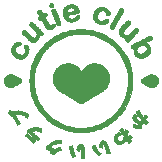
<source format=gbr>
G04 #@! TF.GenerationSoftware,KiCad,Pcbnew,(6.0.11)*
G04 #@! TF.CreationDate,2023-02-22T21:30:24+00:00*
G04 #@! TF.ProjectId,borsdorf,626f7273-646f-4726-962e-6b696361645f,rev?*
G04 #@! TF.SameCoordinates,Original*
G04 #@! TF.FileFunction,Legend,Top*
G04 #@! TF.FilePolarity,Positive*
%FSLAX46Y46*%
G04 Gerber Fmt 4.6, Leading zero omitted, Abs format (unit mm)*
G04 Created by KiCad (PCBNEW (6.0.11)) date 2023-02-22 21:30:24*
%MOMM*%
%LPD*%
G01*
G04 APERTURE LIST*
G04 Aperture macros list*
%AMRoundRect*
0 Rectangle with rounded corners*
0 $1 Rounding radius*
0 $2 $3 $4 $5 $6 $7 $8 $9 X,Y pos of 4 corners*
0 Add a 4 corners polygon primitive as box body*
4,1,4,$2,$3,$4,$5,$6,$7,$8,$9,$2,$3,0*
0 Add four circle primitives for the rounded corners*
1,1,$1+$1,$2,$3*
1,1,$1+$1,$4,$5*
1,1,$1+$1,$6,$7*
1,1,$1+$1,$8,$9*
0 Add four rect primitives between the rounded corners*
20,1,$1+$1,$2,$3,$4,$5,0*
20,1,$1+$1,$4,$5,$6,$7,0*
20,1,$1+$1,$6,$7,$8,$9,0*
20,1,$1+$1,$8,$9,$2,$3,0*%
G04 Aperture macros list end*
%ADD10C,0.010000*%
%ADD11C,2.540000*%
%ADD12RoundRect,0.476250X0.476250X0.476250X-0.476250X0.476250X-0.476250X-0.476250X0.476250X-0.476250X0*%
%ADD13C,1.905000*%
%ADD14C,0.650000*%
%ADD15O,1.000000X2.100000*%
%ADD16O,1.000000X1.600000*%
G04 APERTURE END LIST*
G36*
X236886344Y-129461935D02*
G01*
X236889665Y-129468376D01*
X236895423Y-129482042D01*
X236902656Y-129500585D01*
X236906930Y-129512060D01*
X236915983Y-129535532D01*
X236927753Y-129564308D01*
X236940623Y-129594503D01*
X236951378Y-129618740D01*
X237003646Y-129722950D01*
X237063335Y-129822226D01*
X237129774Y-129915703D01*
X237202291Y-130002515D01*
X237280214Y-130081797D01*
X237362870Y-130152681D01*
X237370333Y-130158477D01*
X237391650Y-130175233D01*
X237405610Y-130187167D01*
X237413185Y-130195276D01*
X237415346Y-130200558D01*
X237413984Y-130203277D01*
X237407620Y-130208920D01*
X237395272Y-130219585D01*
X237378227Y-130234181D01*
X237357773Y-130251616D01*
X237335200Y-130270799D01*
X237311794Y-130290639D01*
X237288844Y-130310046D01*
X237267638Y-130327928D01*
X237249464Y-130343195D01*
X237235610Y-130354754D01*
X237227365Y-130361516D01*
X237225623Y-130362822D01*
X237221335Y-130359994D01*
X237210568Y-130352458D01*
X237195082Y-130341452D01*
X237181390Y-130331638D01*
X237098585Y-130266611D01*
X237018583Y-130192926D01*
X236942671Y-130111973D01*
X236872140Y-130025140D01*
X236808278Y-129933817D01*
X236799742Y-129920434D01*
X236781823Y-129890682D01*
X236761138Y-129854189D01*
X236739028Y-129813508D01*
X236716835Y-129771191D01*
X236695900Y-129729790D01*
X236677566Y-129691857D01*
X236664811Y-129663746D01*
X236649061Y-129627473D01*
X236765786Y-129542501D01*
X236795935Y-129520797D01*
X236823460Y-129501446D01*
X236847295Y-129485159D01*
X236866375Y-129472651D01*
X236879631Y-129464634D01*
X236885999Y-129461820D01*
X236886344Y-129461935D01*
G37*
D10*
X236886344Y-129461935D02*
X236889665Y-129468376D01*
X236895423Y-129482042D01*
X236902656Y-129500585D01*
X236906930Y-129512060D01*
X236915983Y-129535532D01*
X236927753Y-129564308D01*
X236940623Y-129594503D01*
X236951378Y-129618740D01*
X237003646Y-129722950D01*
X237063335Y-129822226D01*
X237129774Y-129915703D01*
X237202291Y-130002515D01*
X237280214Y-130081797D01*
X237362870Y-130152681D01*
X237370333Y-130158477D01*
X237391650Y-130175233D01*
X237405610Y-130187167D01*
X237413185Y-130195276D01*
X237415346Y-130200558D01*
X237413984Y-130203277D01*
X237407620Y-130208920D01*
X237395272Y-130219585D01*
X237378227Y-130234181D01*
X237357773Y-130251616D01*
X237335200Y-130270799D01*
X237311794Y-130290639D01*
X237288844Y-130310046D01*
X237267638Y-130327928D01*
X237249464Y-130343195D01*
X237235610Y-130354754D01*
X237227365Y-130361516D01*
X237225623Y-130362822D01*
X237221335Y-130359994D01*
X237210568Y-130352458D01*
X237195082Y-130341452D01*
X237181390Y-130331638D01*
X237098585Y-130266611D01*
X237018583Y-130192926D01*
X236942671Y-130111973D01*
X236872140Y-130025140D01*
X236808278Y-129933817D01*
X236799742Y-129920434D01*
X236781823Y-129890682D01*
X236761138Y-129854189D01*
X236739028Y-129813508D01*
X236716835Y-129771191D01*
X236695900Y-129729790D01*
X236677566Y-129691857D01*
X236664811Y-129663746D01*
X236649061Y-129627473D01*
X236765786Y-129542501D01*
X236795935Y-129520797D01*
X236823460Y-129501446D01*
X236847295Y-129485159D01*
X236866375Y-129472651D01*
X236879631Y-129464634D01*
X236885999Y-129461820D01*
X236886344Y-129461935D01*
G36*
X235020075Y-129534439D02*
G01*
X235021295Y-129547436D01*
X235022110Y-129566574D01*
X235022390Y-129588655D01*
X235025217Y-129672285D01*
X235033370Y-129760120D01*
X235046356Y-129849012D01*
X235063680Y-129935812D01*
X235084851Y-130017370D01*
X235094344Y-130048000D01*
X235122949Y-130126443D01*
X235157656Y-130206310D01*
X235196727Y-130283925D01*
X235238419Y-130355612D01*
X235244628Y-130365374D01*
X235255744Y-130382918D01*
X235264252Y-130396885D01*
X235269005Y-130405364D01*
X235269592Y-130407010D01*
X235264282Y-130409465D01*
X235251036Y-130414814D01*
X235231459Y-130422454D01*
X235207154Y-130431784D01*
X235179725Y-130442201D01*
X235150776Y-130453103D01*
X235121912Y-130463889D01*
X235094735Y-130473955D01*
X235070851Y-130482701D01*
X235051862Y-130489524D01*
X235039374Y-130493821D01*
X235035082Y-130495040D01*
X235030106Y-130491007D01*
X235020966Y-130479988D01*
X235008903Y-130463597D01*
X234995158Y-130443453D01*
X234993173Y-130440430D01*
X234937378Y-130349168D01*
X234890100Y-130258642D01*
X234850395Y-130166578D01*
X234817316Y-130070702D01*
X234789920Y-129968741D01*
X234781491Y-129931160D01*
X234771948Y-129881840D01*
X234763040Y-129827031D01*
X234755288Y-129770535D01*
X234749213Y-129716157D01*
X234745337Y-129667701D01*
X234745296Y-129667000D01*
X234741903Y-129608580D01*
X234878336Y-129568960D01*
X234913910Y-129558676D01*
X234946297Y-129549403D01*
X234974216Y-129541500D01*
X234996389Y-129535326D01*
X235011534Y-129531241D01*
X235018371Y-129529604D01*
X235018580Y-129529590D01*
X235020075Y-129534439D01*
G37*
X235020075Y-129534439D02*
X235021295Y-129547436D01*
X235022110Y-129566574D01*
X235022390Y-129588655D01*
X235025217Y-129672285D01*
X235033370Y-129760120D01*
X235046356Y-129849012D01*
X235063680Y-129935812D01*
X235084851Y-130017370D01*
X235094344Y-130048000D01*
X235122949Y-130126443D01*
X235157656Y-130206310D01*
X235196727Y-130283925D01*
X235238419Y-130355612D01*
X235244628Y-130365374D01*
X235255744Y-130382918D01*
X235264252Y-130396885D01*
X235269005Y-130405364D01*
X235269592Y-130407010D01*
X235264282Y-130409465D01*
X235251036Y-130414814D01*
X235231459Y-130422454D01*
X235207154Y-130431784D01*
X235179725Y-130442201D01*
X235150776Y-130453103D01*
X235121912Y-130463889D01*
X235094735Y-130473955D01*
X235070851Y-130482701D01*
X235051862Y-130489524D01*
X235039374Y-130493821D01*
X235035082Y-130495040D01*
X235030106Y-130491007D01*
X235020966Y-130479988D01*
X235008903Y-130463597D01*
X234995158Y-130443453D01*
X234993173Y-130440430D01*
X234937378Y-130349168D01*
X234890100Y-130258642D01*
X234850395Y-130166578D01*
X234817316Y-130070702D01*
X234789920Y-129968741D01*
X234781491Y-129931160D01*
X234771948Y-129881840D01*
X234763040Y-129827031D01*
X234755288Y-129770535D01*
X234749213Y-129716157D01*
X234745337Y-129667701D01*
X234745296Y-129667000D01*
X234741903Y-129608580D01*
X234878336Y-129568960D01*
X234913910Y-129558676D01*
X234946297Y-129549403D01*
X234974216Y-129541500D01*
X234996389Y-129535326D01*
X235011534Y-129531241D01*
X235018371Y-129529604D01*
X235018580Y-129529590D01*
X235020075Y-129534439D01*
G36*
X233473995Y-117990243D02*
G01*
X233509904Y-118007459D01*
X233541904Y-118033573D01*
X233569356Y-118068228D01*
X233581043Y-118088391D01*
X233584959Y-118097001D01*
X233592308Y-118114275D01*
X233602779Y-118139432D01*
X233616057Y-118171692D01*
X233631830Y-118210276D01*
X233649785Y-118254403D01*
X233669609Y-118303292D01*
X233690990Y-118356164D01*
X233713614Y-118412238D01*
X233737168Y-118470734D01*
X233761341Y-118530872D01*
X233785818Y-118591871D01*
X233810287Y-118652952D01*
X233834435Y-118713334D01*
X233857949Y-118772237D01*
X233880517Y-118828881D01*
X233901825Y-118882485D01*
X233921561Y-118932270D01*
X233939411Y-118977454D01*
X233955064Y-119017259D01*
X233968205Y-119050903D01*
X233978523Y-119077606D01*
X233985703Y-119096588D01*
X233988975Y-119105680D01*
X233995236Y-119131679D01*
X233998242Y-119164108D01*
X233998610Y-119181880D01*
X233998341Y-119205999D01*
X233996933Y-119223360D01*
X233993769Y-119237354D01*
X233988232Y-119251368D01*
X233984544Y-119259109D01*
X233963863Y-119290628D01*
X233936152Y-119317258D01*
X233903354Y-119338025D01*
X233867412Y-119351954D01*
X233830269Y-119358070D01*
X233793867Y-119355397D01*
X233793030Y-119355219D01*
X233760461Y-119343503D01*
X233728412Y-119323321D01*
X233698782Y-119296270D01*
X233673470Y-119263949D01*
X233662534Y-119245380D01*
X233658258Y-119236087D01*
X233650574Y-119218126D01*
X233639795Y-119192283D01*
X233626237Y-119159344D01*
X233610211Y-119120094D01*
X233592031Y-119075320D01*
X233572011Y-119025807D01*
X233550464Y-118972342D01*
X233527704Y-118915709D01*
X233504044Y-118856696D01*
X233479798Y-118796088D01*
X233455278Y-118734671D01*
X233430800Y-118673230D01*
X233406675Y-118612553D01*
X233383218Y-118553424D01*
X233360742Y-118496629D01*
X233339560Y-118442955D01*
X233319986Y-118393188D01*
X233302333Y-118348112D01*
X233286916Y-118308515D01*
X233274046Y-118275183D01*
X233264039Y-118248900D01*
X233257206Y-118230453D01*
X233254044Y-118221242D01*
X233247268Y-118189714D01*
X233244688Y-118155858D01*
X233246211Y-118122817D01*
X233251746Y-118093731D01*
X233258308Y-118076719D01*
X233279869Y-118045591D01*
X233309010Y-118019161D01*
X233343698Y-117998829D01*
X233381904Y-117985992D01*
X233393012Y-117983922D01*
X233434818Y-117982279D01*
X233473995Y-117990243D01*
G37*
X233473995Y-117990243D02*
X233509904Y-118007459D01*
X233541904Y-118033573D01*
X233569356Y-118068228D01*
X233581043Y-118088391D01*
X233584959Y-118097001D01*
X233592308Y-118114275D01*
X233602779Y-118139432D01*
X233616057Y-118171692D01*
X233631830Y-118210276D01*
X233649785Y-118254403D01*
X233669609Y-118303292D01*
X233690990Y-118356164D01*
X233713614Y-118412238D01*
X233737168Y-118470734D01*
X233761341Y-118530872D01*
X233785818Y-118591871D01*
X233810287Y-118652952D01*
X233834435Y-118713334D01*
X233857949Y-118772237D01*
X233880517Y-118828881D01*
X233901825Y-118882485D01*
X233921561Y-118932270D01*
X233939411Y-118977454D01*
X233955064Y-119017259D01*
X233968205Y-119050903D01*
X233978523Y-119077606D01*
X233985703Y-119096588D01*
X233988975Y-119105680D01*
X233995236Y-119131679D01*
X233998242Y-119164108D01*
X233998610Y-119181880D01*
X233998341Y-119205999D01*
X233996933Y-119223360D01*
X233993769Y-119237354D01*
X233988232Y-119251368D01*
X233984544Y-119259109D01*
X233963863Y-119290628D01*
X233936152Y-119317258D01*
X233903354Y-119338025D01*
X233867412Y-119351954D01*
X233830269Y-119358070D01*
X233793867Y-119355397D01*
X233793030Y-119355219D01*
X233760461Y-119343503D01*
X233728412Y-119323321D01*
X233698782Y-119296270D01*
X233673470Y-119263949D01*
X233662534Y-119245380D01*
X233658258Y-119236087D01*
X233650574Y-119218126D01*
X233639795Y-119192283D01*
X233626237Y-119159344D01*
X233610211Y-119120094D01*
X233592031Y-119075320D01*
X233572011Y-119025807D01*
X233550464Y-118972342D01*
X233527704Y-118915709D01*
X233504044Y-118856696D01*
X233479798Y-118796088D01*
X233455278Y-118734671D01*
X233430800Y-118673230D01*
X233406675Y-118612553D01*
X233383218Y-118553424D01*
X233360742Y-118496629D01*
X233339560Y-118442955D01*
X233319986Y-118393188D01*
X233302333Y-118348112D01*
X233286916Y-118308515D01*
X233274046Y-118275183D01*
X233264039Y-118248900D01*
X233257206Y-118230453D01*
X233254044Y-118221242D01*
X233247268Y-118189714D01*
X233244688Y-118155858D01*
X233246211Y-118122817D01*
X233251746Y-118093731D01*
X233258308Y-118076719D01*
X233279869Y-118045591D01*
X233309010Y-118019161D01*
X233343698Y-117998829D01*
X233381904Y-117985992D01*
X233393012Y-117983922D01*
X233434818Y-117982279D01*
X233473995Y-117990243D01*
G36*
X231172149Y-128503296D02*
G01*
X231183139Y-128511433D01*
X231199112Y-128525070D01*
X231219013Y-128543320D01*
X231233829Y-128557502D01*
X231252915Y-128575689D01*
X231278257Y-128599276D01*
X231309011Y-128627512D01*
X231344333Y-128659650D01*
X231383381Y-128694941D01*
X231425309Y-128732637D01*
X231469275Y-128771987D01*
X231514435Y-128812245D01*
X231559945Y-128852660D01*
X231604961Y-128892484D01*
X231648640Y-128930968D01*
X231690137Y-128967364D01*
X231728611Y-129000923D01*
X231763215Y-129030896D01*
X231793108Y-129056534D01*
X231817445Y-129077088D01*
X231835383Y-129091811D01*
X231839770Y-129095273D01*
X231853747Y-129106191D01*
X231864650Y-129114807D01*
X231869552Y-129118784D01*
X231867499Y-129123416D01*
X231859428Y-129134474D01*
X231846203Y-129150909D01*
X231828686Y-129171671D01*
X231807741Y-129195711D01*
X231788757Y-129216976D01*
X231765475Y-129242737D01*
X231744580Y-129265763D01*
X231726989Y-129285052D01*
X231713616Y-129299604D01*
X231705377Y-129308417D01*
X231703095Y-129310662D01*
X231699554Y-129306991D01*
X231690001Y-129297228D01*
X231675555Y-129282513D01*
X231657337Y-129263990D01*
X231636570Y-129242900D01*
X231619757Y-129226346D01*
X231596325Y-129204024D01*
X231567288Y-129176866D01*
X231533663Y-129145806D01*
X231496466Y-129111776D01*
X231456715Y-129075710D01*
X231415424Y-129038539D01*
X231373611Y-129001198D01*
X231362027Y-128990908D01*
X231306760Y-128941921D01*
X231258464Y-128899212D01*
X231216549Y-128862277D01*
X231180423Y-128830609D01*
X231149496Y-128803701D01*
X231123178Y-128781048D01*
X231100877Y-128762143D01*
X231082004Y-128746480D01*
X231065967Y-128733552D01*
X231052175Y-128722855D01*
X231040039Y-128713880D01*
X231032789Y-128708753D01*
X231018537Y-128698431D01*
X231008308Y-128690216D01*
X231004303Y-128685878D01*
X231004302Y-128685867D01*
X231007542Y-128681363D01*
X231016856Y-128670215D01*
X231031479Y-128653288D01*
X231050645Y-128631450D01*
X231073588Y-128605567D01*
X231099540Y-128576507D01*
X231127738Y-128545135D01*
X231157414Y-128512320D01*
X231167198Y-128501544D01*
X231172149Y-128503296D01*
G37*
X231172149Y-128503296D02*
X231183139Y-128511433D01*
X231199112Y-128525070D01*
X231219013Y-128543320D01*
X231233829Y-128557502D01*
X231252915Y-128575689D01*
X231278257Y-128599276D01*
X231309011Y-128627512D01*
X231344333Y-128659650D01*
X231383381Y-128694941D01*
X231425309Y-128732637D01*
X231469275Y-128771987D01*
X231514435Y-128812245D01*
X231559945Y-128852660D01*
X231604961Y-128892484D01*
X231648640Y-128930968D01*
X231690137Y-128967364D01*
X231728611Y-129000923D01*
X231763215Y-129030896D01*
X231793108Y-129056534D01*
X231817445Y-129077088D01*
X231835383Y-129091811D01*
X231839770Y-129095273D01*
X231853747Y-129106191D01*
X231864650Y-129114807D01*
X231869552Y-129118784D01*
X231867499Y-129123416D01*
X231859428Y-129134474D01*
X231846203Y-129150909D01*
X231828686Y-129171671D01*
X231807741Y-129195711D01*
X231788757Y-129216976D01*
X231765475Y-129242737D01*
X231744580Y-129265763D01*
X231726989Y-129285052D01*
X231713616Y-129299604D01*
X231705377Y-129308417D01*
X231703095Y-129310662D01*
X231699554Y-129306991D01*
X231690001Y-129297228D01*
X231675555Y-129282513D01*
X231657337Y-129263990D01*
X231636570Y-129242900D01*
X231619757Y-129226346D01*
X231596325Y-129204024D01*
X231567288Y-129176866D01*
X231533663Y-129145806D01*
X231496466Y-129111776D01*
X231456715Y-129075710D01*
X231415424Y-129038539D01*
X231373611Y-129001198D01*
X231362027Y-128990908D01*
X231306760Y-128941921D01*
X231258464Y-128899212D01*
X231216549Y-128862277D01*
X231180423Y-128830609D01*
X231149496Y-128803701D01*
X231123178Y-128781048D01*
X231100877Y-128762143D01*
X231082004Y-128746480D01*
X231065967Y-128733552D01*
X231052175Y-128722855D01*
X231040039Y-128713880D01*
X231032789Y-128708753D01*
X231018537Y-128698431D01*
X231008308Y-128690216D01*
X231004303Y-128685878D01*
X231004302Y-128685867D01*
X231007542Y-128681363D01*
X231016856Y-128670215D01*
X231031479Y-128653288D01*
X231050645Y-128631450D01*
X231073588Y-128605567D01*
X231099540Y-128576507D01*
X231127738Y-128545135D01*
X231157414Y-128512320D01*
X231167198Y-128501544D01*
X231172149Y-128503296D01*
G36*
X236927184Y-122585961D02*
G01*
X236978432Y-122588292D01*
X237007600Y-122590836D01*
X237117771Y-122607824D01*
X237225517Y-122634390D01*
X237330204Y-122670161D01*
X237431198Y-122714760D01*
X237527866Y-122767812D01*
X237619572Y-122828942D01*
X237705685Y-122897775D01*
X237785568Y-122973936D01*
X237858590Y-123057048D01*
X237909014Y-123124500D01*
X237967928Y-123217933D01*
X238018258Y-123316036D01*
X238059852Y-123418009D01*
X238092555Y-123523053D01*
X238116214Y-123630368D01*
X238130675Y-123739154D01*
X238135785Y-123848614D01*
X238131390Y-123957946D01*
X238117337Y-124066353D01*
X238103202Y-124134880D01*
X238072273Y-124243777D01*
X238032247Y-124348714D01*
X237983472Y-124449153D01*
X237926296Y-124544560D01*
X237861068Y-124634398D01*
X237788136Y-124718130D01*
X237707850Y-124795220D01*
X237636050Y-124853646D01*
X237626930Y-124859903D01*
X237609648Y-124871131D01*
X237584719Y-124887012D01*
X237552657Y-124907232D01*
X237513976Y-124931473D01*
X237469192Y-124959421D01*
X237418819Y-124990759D01*
X237363371Y-125025172D01*
X237303364Y-125062343D01*
X237239311Y-125101957D01*
X237171728Y-125143697D01*
X237101129Y-125187248D01*
X237028028Y-125232295D01*
X236952940Y-125278520D01*
X236876381Y-125325609D01*
X236798864Y-125373244D01*
X236720904Y-125421111D01*
X236643016Y-125468894D01*
X236565714Y-125516276D01*
X236489513Y-125562941D01*
X236414927Y-125608575D01*
X236342472Y-125652860D01*
X236272662Y-125695481D01*
X236206011Y-125736122D01*
X236143034Y-125774467D01*
X236084245Y-125810201D01*
X236030160Y-125843007D01*
X235981293Y-125872569D01*
X235938158Y-125898572D01*
X235901271Y-125920699D01*
X235871145Y-125938635D01*
X235848296Y-125952064D01*
X235833237Y-125960670D01*
X235828589Y-125963168D01*
X235808372Y-125972681D01*
X235791115Y-125978312D01*
X235772153Y-125981241D01*
X235752389Y-125982441D01*
X235721482Y-125982291D01*
X235697764Y-125978834D01*
X235688310Y-125975966D01*
X235682204Y-125972690D01*
X235667935Y-125964417D01*
X235646003Y-125951453D01*
X235616911Y-125934102D01*
X235581162Y-125912671D01*
X235539257Y-125887466D01*
X235491699Y-125858791D01*
X235438989Y-125826953D01*
X235381630Y-125792257D01*
X235320123Y-125755010D01*
X235254972Y-125715516D01*
X235186677Y-125674082D01*
X235115742Y-125631013D01*
X235042667Y-125586615D01*
X234967956Y-125541194D01*
X234892110Y-125495055D01*
X234815632Y-125448503D01*
X234739023Y-125401846D01*
X234662786Y-125355388D01*
X234587422Y-125309435D01*
X234513434Y-125264293D01*
X234441325Y-125220267D01*
X234371595Y-125177664D01*
X234304748Y-125136788D01*
X234241284Y-125097946D01*
X234181707Y-125061444D01*
X234126519Y-125027586D01*
X234076221Y-124996679D01*
X234031316Y-124969029D01*
X233992305Y-124944940D01*
X233959691Y-124924719D01*
X233933976Y-124908672D01*
X233915662Y-124897104D01*
X233905920Y-124890773D01*
X233844232Y-124845602D01*
X233781840Y-124793075D01*
X233721162Y-124735508D01*
X233664613Y-124675213D01*
X233614612Y-124614505D01*
X233607499Y-124605066D01*
X233543642Y-124511611D01*
X233489375Y-124415639D01*
X233444327Y-124316290D01*
X233408129Y-124212705D01*
X233380410Y-124104023D01*
X233370997Y-124055461D01*
X233366022Y-124020053D01*
X233362013Y-123977135D01*
X233359049Y-123929316D01*
X233357210Y-123879206D01*
X233356575Y-123829416D01*
X233357222Y-123782556D01*
X233359231Y-123741236D01*
X233360902Y-123722228D01*
X233377866Y-123609162D01*
X233404104Y-123499743D01*
X233439259Y-123394383D01*
X233482975Y-123293491D01*
X233534896Y-123197479D01*
X233594665Y-123106756D01*
X233661925Y-123021733D01*
X233736321Y-122942821D01*
X233817495Y-122870429D01*
X233905091Y-122804968D01*
X233998753Y-122746849D01*
X234098124Y-122696482D01*
X234202848Y-122654278D01*
X234312568Y-122620646D01*
X234319172Y-122618943D01*
X234382233Y-122605546D01*
X234452140Y-122595428D01*
X234526067Y-122588753D01*
X234601189Y-122585688D01*
X234674680Y-122586401D01*
X234743713Y-122591056D01*
X234760770Y-122592955D01*
X234874004Y-122611705D01*
X234984215Y-122639928D01*
X235090860Y-122677400D01*
X235193399Y-122723896D01*
X235291291Y-122779194D01*
X235383994Y-122843068D01*
X235406285Y-122860342D01*
X235473103Y-122918059D01*
X235538084Y-122983295D01*
X235599415Y-123053898D01*
X235655284Y-123127713D01*
X235703878Y-123202587D01*
X235723701Y-123237554D01*
X235744924Y-123276900D01*
X235768617Y-123234720D01*
X235829130Y-123137051D01*
X235896846Y-123046401D01*
X235971381Y-122963030D01*
X236052354Y-122887195D01*
X236139382Y-122819155D01*
X236232085Y-122759169D01*
X236330079Y-122707496D01*
X236432982Y-122664394D01*
X236540414Y-122630121D01*
X236651991Y-122604937D01*
X236713312Y-122595277D01*
X236761252Y-122590255D01*
X236815164Y-122586994D01*
X236871618Y-122585546D01*
X236927184Y-122585961D01*
G37*
X236927184Y-122585961D02*
X236978432Y-122588292D01*
X237007600Y-122590836D01*
X237117771Y-122607824D01*
X237225517Y-122634390D01*
X237330204Y-122670161D01*
X237431198Y-122714760D01*
X237527866Y-122767812D01*
X237619572Y-122828942D01*
X237705685Y-122897775D01*
X237785568Y-122973936D01*
X237858590Y-123057048D01*
X237909014Y-123124500D01*
X237967928Y-123217933D01*
X238018258Y-123316036D01*
X238059852Y-123418009D01*
X238092555Y-123523053D01*
X238116214Y-123630368D01*
X238130675Y-123739154D01*
X238135785Y-123848614D01*
X238131390Y-123957946D01*
X238117337Y-124066353D01*
X238103202Y-124134880D01*
X238072273Y-124243777D01*
X238032247Y-124348714D01*
X237983472Y-124449153D01*
X237926296Y-124544560D01*
X237861068Y-124634398D01*
X237788136Y-124718130D01*
X237707850Y-124795220D01*
X237636050Y-124853646D01*
X237626930Y-124859903D01*
X237609648Y-124871131D01*
X237584719Y-124887012D01*
X237552657Y-124907232D01*
X237513976Y-124931473D01*
X237469192Y-124959421D01*
X237418819Y-124990759D01*
X237363371Y-125025172D01*
X237303364Y-125062343D01*
X237239311Y-125101957D01*
X237171728Y-125143697D01*
X237101129Y-125187248D01*
X237028028Y-125232295D01*
X236952940Y-125278520D01*
X236876381Y-125325609D01*
X236798864Y-125373244D01*
X236720904Y-125421111D01*
X236643016Y-125468894D01*
X236565714Y-125516276D01*
X236489513Y-125562941D01*
X236414927Y-125608575D01*
X236342472Y-125652860D01*
X236272662Y-125695481D01*
X236206011Y-125736122D01*
X236143034Y-125774467D01*
X236084245Y-125810201D01*
X236030160Y-125843007D01*
X235981293Y-125872569D01*
X235938158Y-125898572D01*
X235901271Y-125920699D01*
X235871145Y-125938635D01*
X235848296Y-125952064D01*
X235833237Y-125960670D01*
X235828589Y-125963168D01*
X235808372Y-125972681D01*
X235791115Y-125978312D01*
X235772153Y-125981241D01*
X235752389Y-125982441D01*
X235721482Y-125982291D01*
X235697764Y-125978834D01*
X235688310Y-125975966D01*
X235682204Y-125972690D01*
X235667935Y-125964417D01*
X235646003Y-125951453D01*
X235616911Y-125934102D01*
X235581162Y-125912671D01*
X235539257Y-125887466D01*
X235491699Y-125858791D01*
X235438989Y-125826953D01*
X235381630Y-125792257D01*
X235320123Y-125755010D01*
X235254972Y-125715516D01*
X235186677Y-125674082D01*
X235115742Y-125631013D01*
X235042667Y-125586615D01*
X234967956Y-125541194D01*
X234892110Y-125495055D01*
X234815632Y-125448503D01*
X234739023Y-125401846D01*
X234662786Y-125355388D01*
X234587422Y-125309435D01*
X234513434Y-125264293D01*
X234441325Y-125220267D01*
X234371595Y-125177664D01*
X234304748Y-125136788D01*
X234241284Y-125097946D01*
X234181707Y-125061444D01*
X234126519Y-125027586D01*
X234076221Y-124996679D01*
X234031316Y-124969029D01*
X233992305Y-124944940D01*
X233959691Y-124924719D01*
X233933976Y-124908672D01*
X233915662Y-124897104D01*
X233905920Y-124890773D01*
X233844232Y-124845602D01*
X233781840Y-124793075D01*
X233721162Y-124735508D01*
X233664613Y-124675213D01*
X233614612Y-124614505D01*
X233607499Y-124605066D01*
X233543642Y-124511611D01*
X233489375Y-124415639D01*
X233444327Y-124316290D01*
X233408129Y-124212705D01*
X233380410Y-124104023D01*
X233370997Y-124055461D01*
X233366022Y-124020053D01*
X233362013Y-123977135D01*
X233359049Y-123929316D01*
X233357210Y-123879206D01*
X233356575Y-123829416D01*
X233357222Y-123782556D01*
X233359231Y-123741236D01*
X233360902Y-123722228D01*
X233377866Y-123609162D01*
X233404104Y-123499743D01*
X233439259Y-123394383D01*
X233482975Y-123293491D01*
X233534896Y-123197479D01*
X233594665Y-123106756D01*
X233661925Y-123021733D01*
X233736321Y-122942821D01*
X233817495Y-122870429D01*
X233905091Y-122804968D01*
X233998753Y-122746849D01*
X234098124Y-122696482D01*
X234202848Y-122654278D01*
X234312568Y-122620646D01*
X234319172Y-122618943D01*
X234382233Y-122605546D01*
X234452140Y-122595428D01*
X234526067Y-122588753D01*
X234601189Y-122585688D01*
X234674680Y-122586401D01*
X234743713Y-122591056D01*
X234760770Y-122592955D01*
X234874004Y-122611705D01*
X234984215Y-122639928D01*
X235090860Y-122677400D01*
X235193399Y-122723896D01*
X235291291Y-122779194D01*
X235383994Y-122843068D01*
X235406285Y-122860342D01*
X235473103Y-122918059D01*
X235538084Y-122983295D01*
X235599415Y-123053898D01*
X235655284Y-123127713D01*
X235703878Y-123202587D01*
X235723701Y-123237554D01*
X235744924Y-123276900D01*
X235768617Y-123234720D01*
X235829130Y-123137051D01*
X235896846Y-123046401D01*
X235971381Y-122963030D01*
X236052354Y-122887195D01*
X236139382Y-122819155D01*
X236232085Y-122759169D01*
X236330079Y-122707496D01*
X236432982Y-122664394D01*
X236540414Y-122630121D01*
X236651991Y-122604937D01*
X236713312Y-122595277D01*
X236761252Y-122590255D01*
X236815164Y-122586994D01*
X236871618Y-122585546D01*
X236927184Y-122585961D01*
G36*
X232223421Y-118047982D02*
G01*
X232240400Y-118049975D01*
X232255535Y-118054385D01*
X232272971Y-118062103D01*
X232276582Y-118063867D01*
X232290454Y-118071511D01*
X232303854Y-118080874D01*
X232317341Y-118092716D01*
X232331473Y-118107796D01*
X232346810Y-118126875D01*
X232363910Y-118150711D01*
X232383331Y-118180065D01*
X232405633Y-118215695D01*
X232431374Y-118258361D01*
X232461112Y-118308823D01*
X232477664Y-118337230D01*
X232492925Y-118363122D01*
X232506642Y-118385692D01*
X232517949Y-118403571D01*
X232525979Y-118415390D01*
X232529866Y-118419777D01*
X232529896Y-118419780D01*
X232535579Y-118417360D01*
X232548340Y-118410628D01*
X232566539Y-118400490D01*
X232588534Y-118387849D01*
X232599748Y-118381282D01*
X232638052Y-118359671D01*
X232670047Y-118344010D01*
X232697322Y-118333860D01*
X232721468Y-118328780D01*
X232744073Y-118328332D01*
X232766728Y-118332074D01*
X232772281Y-118333528D01*
X232796888Y-118345157D01*
X232819515Y-118364551D01*
X232838418Y-118389318D01*
X232851854Y-118417066D01*
X232858080Y-118445403D01*
X232858310Y-118451559D01*
X232855470Y-118475306D01*
X232846566Y-118498623D01*
X232831019Y-118522115D01*
X232808252Y-118546384D01*
X232777685Y-118572037D01*
X232738740Y-118599678D01*
X232690839Y-118629910D01*
X232683361Y-118634398D01*
X232660146Y-118648256D01*
X232674815Y-118672498D01*
X232679965Y-118681134D01*
X232689769Y-118697700D01*
X232703739Y-118721365D01*
X232721385Y-118751299D01*
X232742217Y-118786671D01*
X232765747Y-118826648D01*
X232791485Y-118870401D01*
X232818941Y-118917099D01*
X232847627Y-118965910D01*
X232850652Y-118971060D01*
X232889388Y-119036944D01*
X232923398Y-119094631D01*
X232953073Y-119144699D01*
X232978807Y-119187728D01*
X233000989Y-119224297D01*
X233020014Y-119254985D01*
X233036272Y-119280371D01*
X233050156Y-119301033D01*
X233062058Y-119317552D01*
X233072369Y-119330506D01*
X233081483Y-119340474D01*
X233089789Y-119348036D01*
X233097682Y-119353770D01*
X233105552Y-119358255D01*
X233113792Y-119362072D01*
X233115956Y-119362989D01*
X233135657Y-119368945D01*
X233155578Y-119369752D01*
X233176897Y-119364942D01*
X233200789Y-119354049D01*
X233228432Y-119336604D01*
X233261001Y-119312140D01*
X233277556Y-119298734D01*
X233306932Y-119275110D01*
X233330578Y-119257671D01*
X233350091Y-119245563D01*
X233367067Y-119237932D01*
X233383103Y-119233923D01*
X233399797Y-119232685D01*
X233401097Y-119232680D01*
X233434230Y-119237303D01*
X233463440Y-119250274D01*
X233487841Y-119270247D01*
X233506549Y-119295874D01*
X233518677Y-119325810D01*
X233523342Y-119358706D01*
X233519656Y-119393216D01*
X233515695Y-119407027D01*
X233500658Y-119438721D01*
X233476926Y-119472475D01*
X233445528Y-119507394D01*
X233407490Y-119542588D01*
X233363840Y-119577162D01*
X233315605Y-119610225D01*
X233263813Y-119640884D01*
X233221530Y-119662592D01*
X233161863Y-119687939D01*
X233107034Y-119704473D01*
X233057092Y-119712182D01*
X233012089Y-119711054D01*
X233007596Y-119710414D01*
X232965825Y-119700775D01*
X232926793Y-119684814D01*
X232889495Y-119661805D01*
X232852927Y-119631025D01*
X232816085Y-119591746D01*
X232779958Y-119545954D01*
X232771853Y-119534876D01*
X232764032Y-119523930D01*
X232756088Y-119512449D01*
X232747615Y-119499763D01*
X232738206Y-119485204D01*
X232727452Y-119468104D01*
X232714947Y-119447794D01*
X232700283Y-119423605D01*
X232683054Y-119394870D01*
X232662852Y-119360919D01*
X232639270Y-119321084D01*
X232611900Y-119274697D01*
X232580337Y-119221089D01*
X232544171Y-119159591D01*
X232531891Y-119138700D01*
X232502839Y-119089286D01*
X232475171Y-119042255D01*
X232449339Y-118998374D01*
X232425796Y-118958409D01*
X232404994Y-118923125D01*
X232387383Y-118893291D01*
X232373417Y-118869671D01*
X232363546Y-118853032D01*
X232358223Y-118844141D01*
X232357551Y-118843052D01*
X232350419Y-118831884D01*
X232304606Y-118855588D01*
X232281222Y-118867176D01*
X232263139Y-118874547D01*
X232246980Y-118878767D01*
X232229368Y-118880903D01*
X232223229Y-118881301D01*
X232202023Y-118881830D01*
X232186187Y-118879978D01*
X232171049Y-118874898D01*
X232160275Y-118869910D01*
X232130883Y-118850261D01*
X232109126Y-118824338D01*
X232095712Y-118793277D01*
X232091341Y-118759133D01*
X232095885Y-118726222D01*
X232109452Y-118695580D01*
X232132368Y-118666729D01*
X232164964Y-118639190D01*
X232181081Y-118628244D01*
X232217593Y-118604798D01*
X232156472Y-118500909D01*
X232126149Y-118449091D01*
X232100769Y-118404990D01*
X232079912Y-118367694D01*
X232063157Y-118336291D01*
X232050084Y-118309868D01*
X232040273Y-118287514D01*
X232033303Y-118268317D01*
X232028753Y-118251364D01*
X232026204Y-118235743D01*
X232025235Y-118220543D01*
X232025190Y-118216075D01*
X232030092Y-118177221D01*
X232044203Y-118140806D01*
X232066628Y-118108201D01*
X232096470Y-118080778D01*
X232124712Y-118063673D01*
X232142826Y-118055371D01*
X232158032Y-118050499D01*
X232174462Y-118048178D01*
X232196247Y-118047524D01*
X232200449Y-118047516D01*
X232223421Y-118047982D01*
G37*
X232223421Y-118047982D02*
X232240400Y-118049975D01*
X232255535Y-118054385D01*
X232272971Y-118062103D01*
X232276582Y-118063867D01*
X232290454Y-118071511D01*
X232303854Y-118080874D01*
X232317341Y-118092716D01*
X232331473Y-118107796D01*
X232346810Y-118126875D01*
X232363910Y-118150711D01*
X232383331Y-118180065D01*
X232405633Y-118215695D01*
X232431374Y-118258361D01*
X232461112Y-118308823D01*
X232477664Y-118337230D01*
X232492925Y-118363122D01*
X232506642Y-118385692D01*
X232517949Y-118403571D01*
X232525979Y-118415390D01*
X232529866Y-118419777D01*
X232529896Y-118419780D01*
X232535579Y-118417360D01*
X232548340Y-118410628D01*
X232566539Y-118400490D01*
X232588534Y-118387849D01*
X232599748Y-118381282D01*
X232638052Y-118359671D01*
X232670047Y-118344010D01*
X232697322Y-118333860D01*
X232721468Y-118328780D01*
X232744073Y-118328332D01*
X232766728Y-118332074D01*
X232772281Y-118333528D01*
X232796888Y-118345157D01*
X232819515Y-118364551D01*
X232838418Y-118389318D01*
X232851854Y-118417066D01*
X232858080Y-118445403D01*
X232858310Y-118451559D01*
X232855470Y-118475306D01*
X232846566Y-118498623D01*
X232831019Y-118522115D01*
X232808252Y-118546384D01*
X232777685Y-118572037D01*
X232738740Y-118599678D01*
X232690839Y-118629910D01*
X232683361Y-118634398D01*
X232660146Y-118648256D01*
X232674815Y-118672498D01*
X232679965Y-118681134D01*
X232689769Y-118697700D01*
X232703739Y-118721365D01*
X232721385Y-118751299D01*
X232742217Y-118786671D01*
X232765747Y-118826648D01*
X232791485Y-118870401D01*
X232818941Y-118917099D01*
X232847627Y-118965910D01*
X232850652Y-118971060D01*
X232889388Y-119036944D01*
X232923398Y-119094631D01*
X232953073Y-119144699D01*
X232978807Y-119187728D01*
X233000989Y-119224297D01*
X233020014Y-119254985D01*
X233036272Y-119280371D01*
X233050156Y-119301033D01*
X233062058Y-119317552D01*
X233072369Y-119330506D01*
X233081483Y-119340474D01*
X233089789Y-119348036D01*
X233097682Y-119353770D01*
X233105552Y-119358255D01*
X233113792Y-119362072D01*
X233115956Y-119362989D01*
X233135657Y-119368945D01*
X233155578Y-119369752D01*
X233176897Y-119364942D01*
X233200789Y-119354049D01*
X233228432Y-119336604D01*
X233261001Y-119312140D01*
X233277556Y-119298734D01*
X233306932Y-119275110D01*
X233330578Y-119257671D01*
X233350091Y-119245563D01*
X233367067Y-119237932D01*
X233383103Y-119233923D01*
X233399797Y-119232685D01*
X233401097Y-119232680D01*
X233434230Y-119237303D01*
X233463440Y-119250274D01*
X233487841Y-119270247D01*
X233506549Y-119295874D01*
X233518677Y-119325810D01*
X233523342Y-119358706D01*
X233519656Y-119393216D01*
X233515695Y-119407027D01*
X233500658Y-119438721D01*
X233476926Y-119472475D01*
X233445528Y-119507394D01*
X233407490Y-119542588D01*
X233363840Y-119577162D01*
X233315605Y-119610225D01*
X233263813Y-119640884D01*
X233221530Y-119662592D01*
X233161863Y-119687939D01*
X233107034Y-119704473D01*
X233057092Y-119712182D01*
X233012089Y-119711054D01*
X233007596Y-119710414D01*
X232965825Y-119700775D01*
X232926793Y-119684814D01*
X232889495Y-119661805D01*
X232852927Y-119631025D01*
X232816085Y-119591746D01*
X232779958Y-119545954D01*
X232771853Y-119534876D01*
X232764032Y-119523930D01*
X232756088Y-119512449D01*
X232747615Y-119499763D01*
X232738206Y-119485204D01*
X232727452Y-119468104D01*
X232714947Y-119447794D01*
X232700283Y-119423605D01*
X232683054Y-119394870D01*
X232662852Y-119360919D01*
X232639270Y-119321084D01*
X232611900Y-119274697D01*
X232580337Y-119221089D01*
X232544171Y-119159591D01*
X232531891Y-119138700D01*
X232502839Y-119089286D01*
X232475171Y-119042255D01*
X232449339Y-118998374D01*
X232425796Y-118958409D01*
X232404994Y-118923125D01*
X232387383Y-118893291D01*
X232373417Y-118869671D01*
X232363546Y-118853032D01*
X232358223Y-118844141D01*
X232357551Y-118843052D01*
X232350419Y-118831884D01*
X232304606Y-118855588D01*
X232281222Y-118867176D01*
X232263139Y-118874547D01*
X232246980Y-118878767D01*
X232229368Y-118880903D01*
X232223229Y-118881301D01*
X232202023Y-118881830D01*
X232186187Y-118879978D01*
X232171049Y-118874898D01*
X232160275Y-118869910D01*
X232130883Y-118850261D01*
X232109126Y-118824338D01*
X232095712Y-118793277D01*
X232091341Y-118759133D01*
X232095885Y-118726222D01*
X232109452Y-118695580D01*
X232132368Y-118666729D01*
X232164964Y-118639190D01*
X232181081Y-118628244D01*
X232217593Y-118604798D01*
X232156472Y-118500909D01*
X232126149Y-118449091D01*
X232100769Y-118404990D01*
X232079912Y-118367694D01*
X232063157Y-118336291D01*
X232050084Y-118309868D01*
X232040273Y-118287514D01*
X232033303Y-118268317D01*
X232028753Y-118251364D01*
X232026204Y-118235743D01*
X232025235Y-118220543D01*
X232025190Y-118216075D01*
X232030092Y-118177221D01*
X232044203Y-118140806D01*
X232066628Y-118108201D01*
X232096470Y-118080778D01*
X232124712Y-118063673D01*
X232142826Y-118055371D01*
X232158032Y-118050499D01*
X232174462Y-118048178D01*
X232196247Y-118047524D01*
X232200449Y-118047516D01*
X232223421Y-118047982D01*
G36*
X230509115Y-126583963D02*
G01*
X230614379Y-126596190D01*
X230715056Y-126616494D01*
X230723346Y-126618588D01*
X230794236Y-126639546D01*
X230869356Y-126666826D01*
X230945991Y-126699332D01*
X231021431Y-126735969D01*
X231045632Y-126748795D01*
X231064143Y-126759386D01*
X231088764Y-126774282D01*
X231117690Y-126792313D01*
X231149115Y-126812308D01*
X231181231Y-126833096D01*
X231212234Y-126853506D01*
X231240316Y-126872366D01*
X231263671Y-126888508D01*
X231280494Y-126900758D01*
X231282784Y-126902534D01*
X231294758Y-126911965D01*
X231260991Y-126968199D01*
X231231179Y-127022051D01*
X231206580Y-127076387D01*
X231185385Y-127135349D01*
X231178939Y-127156163D01*
X231165012Y-127202686D01*
X231139171Y-127179745D01*
X231106765Y-127151874D01*
X231070582Y-127122255D01*
X231033396Y-127093065D01*
X230997982Y-127066481D01*
X230967115Y-127044681D01*
X230966660Y-127044374D01*
X230898487Y-127002680D01*
X230823302Y-126964269D01*
X230744044Y-126930372D01*
X230663652Y-126902217D01*
X230585063Y-126881033D01*
X230566815Y-126877127D01*
X230545864Y-126873130D01*
X230526548Y-126870140D01*
X230506811Y-126868017D01*
X230484599Y-126866622D01*
X230457855Y-126865814D01*
X230424525Y-126865453D01*
X230394510Y-126865391D01*
X230355046Y-126865519D01*
X230323662Y-126865987D01*
X230298275Y-126866940D01*
X230276808Y-126868521D01*
X230257179Y-126870873D01*
X230237310Y-126874139D01*
X230220474Y-126877381D01*
X230197046Y-126882389D01*
X230177448Y-126887165D01*
X230163734Y-126891166D01*
X230157963Y-126893848D01*
X230159772Y-126899373D01*
X230166555Y-126913735D01*
X230178301Y-126936916D01*
X230195001Y-126968899D01*
X230216646Y-127009667D01*
X230243226Y-127059203D01*
X230274732Y-127117487D01*
X230311155Y-127184504D01*
X230352486Y-127260236D01*
X230398714Y-127344665D01*
X230449339Y-127436880D01*
X230469001Y-127472344D01*
X230488833Y-127507556D01*
X230507807Y-127540732D01*
X230524896Y-127570087D01*
X230539071Y-127593837D01*
X230548217Y-127608526D01*
X230560279Y-127627599D01*
X230569725Y-127643296D01*
X230575513Y-127653832D01*
X230576769Y-127657406D01*
X230570924Y-127661073D01*
X230557729Y-127668583D01*
X230538648Y-127679152D01*
X230515149Y-127691994D01*
X230488694Y-127706324D01*
X230460751Y-127721355D01*
X230432785Y-127736302D01*
X230406260Y-127750381D01*
X230382643Y-127762805D01*
X230363398Y-127772789D01*
X230349992Y-127779548D01*
X230343889Y-127782296D01*
X230343737Y-127782320D01*
X230337699Y-127778183D01*
X230335176Y-127773430D01*
X230331033Y-127762098D01*
X230326299Y-127750118D01*
X230320667Y-127736901D01*
X230313831Y-127721858D01*
X230305483Y-127704402D01*
X230295317Y-127683945D01*
X230283026Y-127659896D01*
X230268302Y-127631670D01*
X230250838Y-127598676D01*
X230230329Y-127560328D01*
X230206466Y-127516036D01*
X230178943Y-127465212D01*
X230147452Y-127407269D01*
X230111688Y-127341617D01*
X230071343Y-127267668D01*
X230070101Y-127265394D01*
X230033776Y-127198905D01*
X230001992Y-127140854D01*
X229974465Y-127090737D01*
X229950910Y-127048050D01*
X229931043Y-127012291D01*
X229914579Y-126982955D01*
X229901234Y-126959540D01*
X229890724Y-126941541D01*
X229882765Y-126928456D01*
X229877071Y-126919780D01*
X229873359Y-126915011D01*
X229871419Y-126913640D01*
X229867502Y-126917732D01*
X229859916Y-126928630D01*
X229849937Y-126944261D01*
X229838839Y-126962554D01*
X229827898Y-126981438D01*
X229818389Y-126998840D01*
X229815452Y-127004562D01*
X229804256Y-127026904D01*
X229701090Y-126923682D01*
X229720330Y-126886239D01*
X229740405Y-126850399D01*
X229765459Y-126810684D01*
X229793289Y-126770409D01*
X229821695Y-126732887D01*
X229824377Y-126729545D01*
X229852004Y-126695311D01*
X229875518Y-126715410D01*
X229888393Y-126725408D01*
X229898312Y-126731267D01*
X229902639Y-126731864D01*
X229906183Y-126725741D01*
X229912393Y-126712715D01*
X229920090Y-126695290D01*
X229922286Y-126690120D01*
X229930144Y-126671954D01*
X229936779Y-126657523D01*
X229941032Y-126649318D01*
X229941628Y-126648486D01*
X229947785Y-126646039D01*
X229962270Y-126642024D01*
X229983438Y-126636800D01*
X230009640Y-126630727D01*
X230039229Y-126624161D01*
X230070559Y-126617462D01*
X230101983Y-126610987D01*
X230131852Y-126605096D01*
X230158521Y-126600146D01*
X230180342Y-126596496D01*
X230181150Y-126596373D01*
X230290965Y-126583992D01*
X230400798Y-126579876D01*
X230509115Y-126583963D01*
G37*
X230509115Y-126583963D02*
X230614379Y-126596190D01*
X230715056Y-126616494D01*
X230723346Y-126618588D01*
X230794236Y-126639546D01*
X230869356Y-126666826D01*
X230945991Y-126699332D01*
X231021431Y-126735969D01*
X231045632Y-126748795D01*
X231064143Y-126759386D01*
X231088764Y-126774282D01*
X231117690Y-126792313D01*
X231149115Y-126812308D01*
X231181231Y-126833096D01*
X231212234Y-126853506D01*
X231240316Y-126872366D01*
X231263671Y-126888508D01*
X231280494Y-126900758D01*
X231282784Y-126902534D01*
X231294758Y-126911965D01*
X231260991Y-126968199D01*
X231231179Y-127022051D01*
X231206580Y-127076387D01*
X231185385Y-127135349D01*
X231178939Y-127156163D01*
X231165012Y-127202686D01*
X231139171Y-127179745D01*
X231106765Y-127151874D01*
X231070582Y-127122255D01*
X231033396Y-127093065D01*
X230997982Y-127066481D01*
X230967115Y-127044681D01*
X230966660Y-127044374D01*
X230898487Y-127002680D01*
X230823302Y-126964269D01*
X230744044Y-126930372D01*
X230663652Y-126902217D01*
X230585063Y-126881033D01*
X230566815Y-126877127D01*
X230545864Y-126873130D01*
X230526548Y-126870140D01*
X230506811Y-126868017D01*
X230484599Y-126866622D01*
X230457855Y-126865814D01*
X230424525Y-126865453D01*
X230394510Y-126865391D01*
X230355046Y-126865519D01*
X230323662Y-126865987D01*
X230298275Y-126866940D01*
X230276808Y-126868521D01*
X230257179Y-126870873D01*
X230237310Y-126874139D01*
X230220474Y-126877381D01*
X230197046Y-126882389D01*
X230177448Y-126887165D01*
X230163734Y-126891166D01*
X230157963Y-126893848D01*
X230159772Y-126899373D01*
X230166555Y-126913735D01*
X230178301Y-126936916D01*
X230195001Y-126968899D01*
X230216646Y-127009667D01*
X230243226Y-127059203D01*
X230274732Y-127117487D01*
X230311155Y-127184504D01*
X230352486Y-127260236D01*
X230398714Y-127344665D01*
X230449339Y-127436880D01*
X230469001Y-127472344D01*
X230488833Y-127507556D01*
X230507807Y-127540732D01*
X230524896Y-127570087D01*
X230539071Y-127593837D01*
X230548217Y-127608526D01*
X230560279Y-127627599D01*
X230569725Y-127643296D01*
X230575513Y-127653832D01*
X230576769Y-127657406D01*
X230570924Y-127661073D01*
X230557729Y-127668583D01*
X230538648Y-127679152D01*
X230515149Y-127691994D01*
X230488694Y-127706324D01*
X230460751Y-127721355D01*
X230432785Y-127736302D01*
X230406260Y-127750381D01*
X230382643Y-127762805D01*
X230363398Y-127772789D01*
X230349992Y-127779548D01*
X230343889Y-127782296D01*
X230343737Y-127782320D01*
X230337699Y-127778183D01*
X230335176Y-127773430D01*
X230331033Y-127762098D01*
X230326299Y-127750118D01*
X230320667Y-127736901D01*
X230313831Y-127721858D01*
X230305483Y-127704402D01*
X230295317Y-127683945D01*
X230283026Y-127659896D01*
X230268302Y-127631670D01*
X230250838Y-127598676D01*
X230230329Y-127560328D01*
X230206466Y-127516036D01*
X230178943Y-127465212D01*
X230147452Y-127407269D01*
X230111688Y-127341617D01*
X230071343Y-127267668D01*
X230070101Y-127265394D01*
X230033776Y-127198905D01*
X230001992Y-127140854D01*
X229974465Y-127090737D01*
X229950910Y-127048050D01*
X229931043Y-127012291D01*
X229914579Y-126982955D01*
X229901234Y-126959540D01*
X229890724Y-126941541D01*
X229882765Y-126928456D01*
X229877071Y-126919780D01*
X229873359Y-126915011D01*
X229871419Y-126913640D01*
X229867502Y-126917732D01*
X229859916Y-126928630D01*
X229849937Y-126944261D01*
X229838839Y-126962554D01*
X229827898Y-126981438D01*
X229818389Y-126998840D01*
X229815452Y-127004562D01*
X229804256Y-127026904D01*
X229701090Y-126923682D01*
X229720330Y-126886239D01*
X229740405Y-126850399D01*
X229765459Y-126810684D01*
X229793289Y-126770409D01*
X229821695Y-126732887D01*
X229824377Y-126729545D01*
X229852004Y-126695311D01*
X229875518Y-126715410D01*
X229888393Y-126725408D01*
X229898312Y-126731267D01*
X229902639Y-126731864D01*
X229906183Y-126725741D01*
X229912393Y-126712715D01*
X229920090Y-126695290D01*
X229922286Y-126690120D01*
X229930144Y-126671954D01*
X229936779Y-126657523D01*
X229941032Y-126649318D01*
X229941628Y-126648486D01*
X229947785Y-126646039D01*
X229962270Y-126642024D01*
X229983438Y-126636800D01*
X230009640Y-126630727D01*
X230039229Y-126624161D01*
X230070559Y-126617462D01*
X230101983Y-126610987D01*
X230131852Y-126605096D01*
X230158521Y-126600146D01*
X230180342Y-126596496D01*
X230181150Y-126596373D01*
X230290965Y-126583992D01*
X230400798Y-126579876D01*
X230509115Y-126583963D01*
G36*
X237619340Y-129118239D02*
G01*
X237668351Y-129132736D01*
X237676405Y-129136074D01*
X237708540Y-129153377D01*
X237743447Y-129178181D01*
X237779392Y-129208880D01*
X237814639Y-129243870D01*
X237847452Y-129281546D01*
X237876095Y-129320303D01*
X237876837Y-129321414D01*
X237899325Y-129357638D01*
X237923641Y-129401159D01*
X237948569Y-129449580D01*
X237972894Y-129500504D01*
X237995398Y-129551535D01*
X238003229Y-129570481D01*
X238010530Y-129589350D01*
X238020002Y-129615137D01*
X238031303Y-129646821D01*
X238044094Y-129683379D01*
X238058036Y-129723788D01*
X238072789Y-129767025D01*
X238088013Y-129812066D01*
X238103369Y-129857891D01*
X238118517Y-129903474D01*
X238133117Y-129947795D01*
X238146829Y-129989829D01*
X238159315Y-130028555D01*
X238170234Y-130062949D01*
X238179247Y-130091988D01*
X238186013Y-130114650D01*
X238190194Y-130129912D01*
X238191450Y-130136750D01*
X238191361Y-130136990D01*
X238186251Y-130138777D01*
X238172695Y-130142985D01*
X238152010Y-130149221D01*
X238125511Y-130157089D01*
X238094515Y-130166198D01*
X238065310Y-130174709D01*
X238030666Y-130184792D01*
X237998619Y-130194164D01*
X237970660Y-130202385D01*
X237948287Y-130209014D01*
X237932991Y-130213610D01*
X237926880Y-130215520D01*
X237916957Y-130218424D01*
X237912910Y-130218804D01*
X237911747Y-130208158D01*
X237908520Y-130189444D01*
X237903613Y-130164451D01*
X237897416Y-130134971D01*
X237890314Y-130102793D01*
X237882696Y-130069709D01*
X237874948Y-130037508D01*
X237867458Y-130007982D01*
X237866626Y-130004820D01*
X237845856Y-129930123D01*
X237823735Y-129857728D01*
X237800597Y-129788397D01*
X237776774Y-129722894D01*
X237752599Y-129661980D01*
X237728405Y-129606420D01*
X237704525Y-129556975D01*
X237681293Y-129514410D01*
X237659039Y-129479487D01*
X237638099Y-129452968D01*
X237618804Y-129435618D01*
X237618037Y-129435102D01*
X237603005Y-129427292D01*
X237590199Y-129425607D01*
X237579471Y-129430519D01*
X237570675Y-129442501D01*
X237563663Y-129462023D01*
X237558289Y-129489558D01*
X237554406Y-129525578D01*
X237551866Y-129570554D01*
X237550523Y-129624958D01*
X237550270Y-129652657D01*
X237549690Y-129762775D01*
X237531910Y-129752095D01*
X237516301Y-129742401D01*
X237501683Y-129732844D01*
X237500259Y-129731872D01*
X237485239Y-129722935D01*
X237463014Y-129711483D01*
X237435889Y-129698574D01*
X237406171Y-129685264D01*
X237376164Y-129672613D01*
X237348176Y-129661677D01*
X237343543Y-129659977D01*
X237295690Y-129642622D01*
X237297203Y-129582421D01*
X237301003Y-129506099D01*
X237308322Y-129435895D01*
X237319008Y-129372534D01*
X237332911Y-129316741D01*
X237349880Y-129269242D01*
X237369763Y-129230761D01*
X237370809Y-129229121D01*
X237402547Y-129188383D01*
X237439296Y-129156202D01*
X237480202Y-129132838D01*
X237524413Y-129118549D01*
X237571076Y-129113596D01*
X237619340Y-129118239D01*
G37*
X237619340Y-129118239D02*
X237668351Y-129132736D01*
X237676405Y-129136074D01*
X237708540Y-129153377D01*
X237743447Y-129178181D01*
X237779392Y-129208880D01*
X237814639Y-129243870D01*
X237847452Y-129281546D01*
X237876095Y-129320303D01*
X237876837Y-129321414D01*
X237899325Y-129357638D01*
X237923641Y-129401159D01*
X237948569Y-129449580D01*
X237972894Y-129500504D01*
X237995398Y-129551535D01*
X238003229Y-129570481D01*
X238010530Y-129589350D01*
X238020002Y-129615137D01*
X238031303Y-129646821D01*
X238044094Y-129683379D01*
X238058036Y-129723788D01*
X238072789Y-129767025D01*
X238088013Y-129812066D01*
X238103369Y-129857891D01*
X238118517Y-129903474D01*
X238133117Y-129947795D01*
X238146829Y-129989829D01*
X238159315Y-130028555D01*
X238170234Y-130062949D01*
X238179247Y-130091988D01*
X238186013Y-130114650D01*
X238190194Y-130129912D01*
X238191450Y-130136750D01*
X238191361Y-130136990D01*
X238186251Y-130138777D01*
X238172695Y-130142985D01*
X238152010Y-130149221D01*
X238125511Y-130157089D01*
X238094515Y-130166198D01*
X238065310Y-130174709D01*
X238030666Y-130184792D01*
X237998619Y-130194164D01*
X237970660Y-130202385D01*
X237948287Y-130209014D01*
X237932991Y-130213610D01*
X237926880Y-130215520D01*
X237916957Y-130218424D01*
X237912910Y-130218804D01*
X237911747Y-130208158D01*
X237908520Y-130189444D01*
X237903613Y-130164451D01*
X237897416Y-130134971D01*
X237890314Y-130102793D01*
X237882696Y-130069709D01*
X237874948Y-130037508D01*
X237867458Y-130007982D01*
X237866626Y-130004820D01*
X237845856Y-129930123D01*
X237823735Y-129857728D01*
X237800597Y-129788397D01*
X237776774Y-129722894D01*
X237752599Y-129661980D01*
X237728405Y-129606420D01*
X237704525Y-129556975D01*
X237681293Y-129514410D01*
X237659039Y-129479487D01*
X237638099Y-129452968D01*
X237618804Y-129435618D01*
X237618037Y-129435102D01*
X237603005Y-129427292D01*
X237590199Y-129425607D01*
X237579471Y-129430519D01*
X237570675Y-129442501D01*
X237563663Y-129462023D01*
X237558289Y-129489558D01*
X237554406Y-129525578D01*
X237551866Y-129570554D01*
X237550523Y-129624958D01*
X237550270Y-129652657D01*
X237549690Y-129762775D01*
X237531910Y-129752095D01*
X237516301Y-129742401D01*
X237501683Y-129732844D01*
X237500259Y-129731872D01*
X237485239Y-129722935D01*
X237463014Y-129711483D01*
X237435889Y-129698574D01*
X237406171Y-129685264D01*
X237376164Y-129672613D01*
X237348176Y-129661677D01*
X237343543Y-129659977D01*
X237295690Y-129642622D01*
X237297203Y-129582421D01*
X237301003Y-129506099D01*
X237308322Y-129435895D01*
X237319008Y-129372534D01*
X237332911Y-129316741D01*
X237349880Y-129269242D01*
X237369763Y-129230761D01*
X237370809Y-129229121D01*
X237402547Y-129188383D01*
X237439296Y-129156202D01*
X237480202Y-129132838D01*
X237524413Y-129118549D01*
X237571076Y-129113596D01*
X237619340Y-129118239D01*
G36*
X240624885Y-126557288D02*
G01*
X240630306Y-126568560D01*
X240635995Y-126582170D01*
X240656601Y-126629434D01*
X240683163Y-126682636D01*
X240714727Y-126740264D01*
X240750339Y-126800806D01*
X240789046Y-126862753D01*
X240829893Y-126924592D01*
X240871927Y-126984813D01*
X240914194Y-127041905D01*
X240955740Y-127094355D01*
X240970292Y-127111760D01*
X240983547Y-127127362D01*
X240994416Y-127140161D01*
X241001110Y-127148046D01*
X241002120Y-127149238D01*
X241005718Y-127146800D01*
X241012677Y-127136460D01*
X241022281Y-127119620D01*
X241033810Y-127097683D01*
X241046544Y-127072051D01*
X241059766Y-127044125D01*
X241072756Y-127015309D01*
X241082740Y-126991978D01*
X241091444Y-126971322D01*
X241098771Y-126954417D01*
X241103825Y-126943303D01*
X241105602Y-126939974D01*
X241110352Y-126941746D01*
X241122458Y-126947648D01*
X241140401Y-126956862D01*
X241162667Y-126968567D01*
X241187737Y-126981944D01*
X241214094Y-126996172D01*
X241240222Y-127010432D01*
X241264604Y-127023903D01*
X241285723Y-127035767D01*
X241302062Y-127045203D01*
X241312104Y-127051391D01*
X241313347Y-127052256D01*
X241316812Y-127055534D01*
X241317914Y-127059885D01*
X241316042Y-127066829D01*
X241310583Y-127077889D01*
X241300926Y-127094586D01*
X241287227Y-127117182D01*
X241273684Y-127139679D01*
X241258365Y-127165676D01*
X241242128Y-127193653D01*
X241225830Y-127222095D01*
X241210331Y-127249484D01*
X241196488Y-127274303D01*
X241185159Y-127295034D01*
X241177203Y-127310160D01*
X241173478Y-127318163D01*
X241173392Y-127318439D01*
X241176444Y-127323909D01*
X241186237Y-127334856D01*
X241201669Y-127350297D01*
X241221637Y-127369251D01*
X241245042Y-127390734D01*
X241270780Y-127413763D01*
X241297751Y-127437357D01*
X241324853Y-127460532D01*
X241350984Y-127482305D01*
X241375044Y-127501694D01*
X241395929Y-127517716D01*
X241400670Y-127521185D01*
X241415402Y-127531831D01*
X241327328Y-127636755D01*
X241304076Y-127664418D01*
X241283071Y-127689335D01*
X241265164Y-127710503D01*
X241251203Y-127726922D01*
X241242039Y-127737588D01*
X241238521Y-127741500D01*
X241238511Y-127741502D01*
X241234834Y-127738055D01*
X241224834Y-127728420D01*
X241209455Y-127713512D01*
X241189638Y-127694247D01*
X241166327Y-127671539D01*
X241140463Y-127646305D01*
X241139109Y-127644982D01*
X241113038Y-127619632D01*
X241089336Y-127596795D01*
X241068970Y-127577383D01*
X241052907Y-127562313D01*
X241042112Y-127552497D01*
X241037551Y-127548851D01*
X241037509Y-127548847D01*
X241033643Y-127552952D01*
X241025991Y-127563669D01*
X241016020Y-127578912D01*
X241013149Y-127583487D01*
X240989112Y-127617652D01*
X240959927Y-127652167D01*
X240928562Y-127683792D01*
X240897985Y-127709292D01*
X240897489Y-127709654D01*
X240859325Y-127731615D01*
X240816013Y-127746644D01*
X240770388Y-127754097D01*
X240725283Y-127753328D01*
X240713171Y-127751559D01*
X240676386Y-127742404D01*
X240636362Y-127727231D01*
X240592323Y-127705646D01*
X240543493Y-127677257D01*
X240489097Y-127641670D01*
X240469508Y-127628080D01*
X240396634Y-127574545D01*
X240330968Y-127521503D01*
X240272832Y-127469320D01*
X240222550Y-127418360D01*
X240180445Y-127368987D01*
X240146840Y-127321565D01*
X240122058Y-127276459D01*
X240106422Y-127234034D01*
X240102089Y-127213647D01*
X240099937Y-127172237D01*
X240106545Y-127130611D01*
X240122168Y-127088015D01*
X240147058Y-127043698D01*
X240170600Y-127010640D01*
X240180731Y-126998604D01*
X240195527Y-126982480D01*
X240213655Y-126963575D01*
X240233782Y-126943195D01*
X240254574Y-126922645D01*
X240274699Y-126903231D01*
X240292823Y-126886259D01*
X240307613Y-126873036D01*
X240317737Y-126864865D01*
X240321488Y-126862840D01*
X240327437Y-126865770D01*
X240339042Y-126873539D01*
X240354046Y-126884613D01*
X240357769Y-126887488D01*
X240422945Y-126931877D01*
X240494840Y-126968782D01*
X240504107Y-126972784D01*
X240523312Y-126981292D01*
X240538213Y-126988611D01*
X240546857Y-126993743D01*
X240548219Y-126995389D01*
X240543834Y-126999675D01*
X240533077Y-127008544D01*
X240517746Y-127020542D01*
X240505771Y-127029638D01*
X240466245Y-127060245D01*
X240435045Y-127086725D01*
X240411636Y-127109924D01*
X240395484Y-127130685D01*
X240386052Y-127149852D01*
X240382807Y-127168270D01*
X240385212Y-127186783D01*
X240392734Y-127206236D01*
X240393220Y-127207218D01*
X240403200Y-127222545D01*
X240419896Y-127242839D01*
X240442019Y-127266807D01*
X240468281Y-127293159D01*
X240497391Y-127320602D01*
X240528062Y-127347845D01*
X240559005Y-127373596D01*
X240560194Y-127374548D01*
X240607121Y-127410974D01*
X240647864Y-127440182D01*
X240683039Y-127462500D01*
X240713262Y-127478261D01*
X240739150Y-127487793D01*
X240761318Y-127491427D01*
X240776366Y-127490390D01*
X240794284Y-127482666D01*
X240814232Y-127466460D01*
X240835027Y-127442927D01*
X240855489Y-127413227D01*
X240855972Y-127412438D01*
X240875495Y-127380476D01*
X240835269Y-127336288D01*
X240736744Y-127222026D01*
X240640326Y-127098005D01*
X240545967Y-126964161D01*
X240453620Y-126820427D01*
X240430925Y-126783080D01*
X240372298Y-126685540D01*
X240403714Y-126668205D01*
X240424101Y-126657056D01*
X240448630Y-126643801D01*
X240475864Y-126629198D01*
X240504367Y-126614006D01*
X240532704Y-126598985D01*
X240559438Y-126584892D01*
X240583133Y-126572488D01*
X240602354Y-126562530D01*
X240615665Y-126555779D01*
X240621629Y-126552992D01*
X240621780Y-126552960D01*
X240624885Y-126557288D01*
G37*
X240624885Y-126557288D02*
X240630306Y-126568560D01*
X240635995Y-126582170D01*
X240656601Y-126629434D01*
X240683163Y-126682636D01*
X240714727Y-126740264D01*
X240750339Y-126800806D01*
X240789046Y-126862753D01*
X240829893Y-126924592D01*
X240871927Y-126984813D01*
X240914194Y-127041905D01*
X240955740Y-127094355D01*
X240970292Y-127111760D01*
X240983547Y-127127362D01*
X240994416Y-127140161D01*
X241001110Y-127148046D01*
X241002120Y-127149238D01*
X241005718Y-127146800D01*
X241012677Y-127136460D01*
X241022281Y-127119620D01*
X241033810Y-127097683D01*
X241046544Y-127072051D01*
X241059766Y-127044125D01*
X241072756Y-127015309D01*
X241082740Y-126991978D01*
X241091444Y-126971322D01*
X241098771Y-126954417D01*
X241103825Y-126943303D01*
X241105602Y-126939974D01*
X241110352Y-126941746D01*
X241122458Y-126947648D01*
X241140401Y-126956862D01*
X241162667Y-126968567D01*
X241187737Y-126981944D01*
X241214094Y-126996172D01*
X241240222Y-127010432D01*
X241264604Y-127023903D01*
X241285723Y-127035767D01*
X241302062Y-127045203D01*
X241312104Y-127051391D01*
X241313347Y-127052256D01*
X241316812Y-127055534D01*
X241317914Y-127059885D01*
X241316042Y-127066829D01*
X241310583Y-127077889D01*
X241300926Y-127094586D01*
X241287227Y-127117182D01*
X241273684Y-127139679D01*
X241258365Y-127165676D01*
X241242128Y-127193653D01*
X241225830Y-127222095D01*
X241210331Y-127249484D01*
X241196488Y-127274303D01*
X241185159Y-127295034D01*
X241177203Y-127310160D01*
X241173478Y-127318163D01*
X241173392Y-127318439D01*
X241176444Y-127323909D01*
X241186237Y-127334856D01*
X241201669Y-127350297D01*
X241221637Y-127369251D01*
X241245042Y-127390734D01*
X241270780Y-127413763D01*
X241297751Y-127437357D01*
X241324853Y-127460532D01*
X241350984Y-127482305D01*
X241375044Y-127501694D01*
X241395929Y-127517716D01*
X241400670Y-127521185D01*
X241415402Y-127531831D01*
X241327328Y-127636755D01*
X241304076Y-127664418D01*
X241283071Y-127689335D01*
X241265164Y-127710503D01*
X241251203Y-127726922D01*
X241242039Y-127737588D01*
X241238521Y-127741500D01*
X241238511Y-127741502D01*
X241234834Y-127738055D01*
X241224834Y-127728420D01*
X241209455Y-127713512D01*
X241189638Y-127694247D01*
X241166327Y-127671539D01*
X241140463Y-127646305D01*
X241139109Y-127644982D01*
X241113038Y-127619632D01*
X241089336Y-127596795D01*
X241068970Y-127577383D01*
X241052907Y-127562313D01*
X241042112Y-127552497D01*
X241037551Y-127548851D01*
X241037509Y-127548847D01*
X241033643Y-127552952D01*
X241025991Y-127563669D01*
X241016020Y-127578912D01*
X241013149Y-127583487D01*
X240989112Y-127617652D01*
X240959927Y-127652167D01*
X240928562Y-127683792D01*
X240897985Y-127709292D01*
X240897489Y-127709654D01*
X240859325Y-127731615D01*
X240816013Y-127746644D01*
X240770388Y-127754097D01*
X240725283Y-127753328D01*
X240713171Y-127751559D01*
X240676386Y-127742404D01*
X240636362Y-127727231D01*
X240592323Y-127705646D01*
X240543493Y-127677257D01*
X240489097Y-127641670D01*
X240469508Y-127628080D01*
X240396634Y-127574545D01*
X240330968Y-127521503D01*
X240272832Y-127469320D01*
X240222550Y-127418360D01*
X240180445Y-127368987D01*
X240146840Y-127321565D01*
X240122058Y-127276459D01*
X240106422Y-127234034D01*
X240102089Y-127213647D01*
X240099937Y-127172237D01*
X240106545Y-127130611D01*
X240122168Y-127088015D01*
X240147058Y-127043698D01*
X240170600Y-127010640D01*
X240180731Y-126998604D01*
X240195527Y-126982480D01*
X240213655Y-126963575D01*
X240233782Y-126943195D01*
X240254574Y-126922645D01*
X240274699Y-126903231D01*
X240292823Y-126886259D01*
X240307613Y-126873036D01*
X240317737Y-126864865D01*
X240321488Y-126862840D01*
X240327437Y-126865770D01*
X240339042Y-126873539D01*
X240354046Y-126884613D01*
X240357769Y-126887488D01*
X240422945Y-126931877D01*
X240494840Y-126968782D01*
X240504107Y-126972784D01*
X240523312Y-126981292D01*
X240538213Y-126988611D01*
X240546857Y-126993743D01*
X240548219Y-126995389D01*
X240543834Y-126999675D01*
X240533077Y-127008544D01*
X240517746Y-127020542D01*
X240505771Y-127029638D01*
X240466245Y-127060245D01*
X240435045Y-127086725D01*
X240411636Y-127109924D01*
X240395484Y-127130685D01*
X240386052Y-127149852D01*
X240382807Y-127168270D01*
X240385212Y-127186783D01*
X240392734Y-127206236D01*
X240393220Y-127207218D01*
X240403200Y-127222545D01*
X240419896Y-127242839D01*
X240442019Y-127266807D01*
X240468281Y-127293159D01*
X240497391Y-127320602D01*
X240528062Y-127347845D01*
X240559005Y-127373596D01*
X240560194Y-127374548D01*
X240607121Y-127410974D01*
X240647864Y-127440182D01*
X240683039Y-127462500D01*
X240713262Y-127478261D01*
X240739150Y-127487793D01*
X240761318Y-127491427D01*
X240776366Y-127490390D01*
X240794284Y-127482666D01*
X240814232Y-127466460D01*
X240835027Y-127442927D01*
X240855489Y-127413227D01*
X240855972Y-127412438D01*
X240875495Y-127380476D01*
X240835269Y-127336288D01*
X240736744Y-127222026D01*
X240640326Y-127098005D01*
X240545967Y-126964161D01*
X240453620Y-126820427D01*
X240430925Y-126783080D01*
X240372298Y-126685540D01*
X240403714Y-126668205D01*
X240424101Y-126657056D01*
X240448630Y-126643801D01*
X240475864Y-126629198D01*
X240504367Y-126614006D01*
X240532704Y-126598985D01*
X240559438Y-126584892D01*
X240583133Y-126572488D01*
X240602354Y-126562530D01*
X240615665Y-126555779D01*
X240621629Y-126552992D01*
X240621780Y-126552960D01*
X240624885Y-126557288D01*
G36*
X229729981Y-126565667D02*
G01*
X229741843Y-126575932D01*
X229758047Y-126590326D01*
X229775476Y-126606077D01*
X229778978Y-126609278D01*
X229811147Y-126638741D01*
X229776781Y-126680940D01*
X229751901Y-126712949D01*
X229727526Y-126746950D01*
X229705379Y-126780377D01*
X229687179Y-126810666D01*
X229677748Y-126828550D01*
X229670692Y-126842063D01*
X229665158Y-126850820D01*
X229663141Y-126852680D01*
X229658659Y-126849282D01*
X229648517Y-126840007D01*
X229634171Y-126826226D01*
X229617077Y-126809315D01*
X229615166Y-126807398D01*
X229570095Y-126762117D01*
X229578880Y-126740088D01*
X229591928Y-126712486D01*
X229610259Y-126680555D01*
X229631957Y-126647136D01*
X229655105Y-126615071D01*
X229677785Y-126587199D01*
X229692783Y-126571290D01*
X229713152Y-126551520D01*
X229729981Y-126565667D01*
G37*
X229729981Y-126565667D02*
X229741843Y-126575932D01*
X229758047Y-126590326D01*
X229775476Y-126606077D01*
X229778978Y-126609278D01*
X229811147Y-126638741D01*
X229776781Y-126680940D01*
X229751901Y-126712949D01*
X229727526Y-126746950D01*
X229705379Y-126780377D01*
X229687179Y-126810666D01*
X229677748Y-126828550D01*
X229670692Y-126842063D01*
X229665158Y-126850820D01*
X229663141Y-126852680D01*
X229658659Y-126849282D01*
X229648517Y-126840007D01*
X229634171Y-126826226D01*
X229617077Y-126809315D01*
X229615166Y-126807398D01*
X229570095Y-126762117D01*
X229578880Y-126740088D01*
X229591928Y-126712486D01*
X229610259Y-126680555D01*
X229631957Y-126647136D01*
X229655105Y-126615071D01*
X229677785Y-126587199D01*
X229692783Y-126571290D01*
X229713152Y-126551520D01*
X229729981Y-126565667D01*
G36*
X234237480Y-118080453D02*
G01*
X234260664Y-118006853D01*
X234284697Y-117952260D01*
X234304637Y-117915123D01*
X234324993Y-117882968D01*
X234347981Y-117852770D01*
X234375815Y-117821503D01*
X234394727Y-117802015D01*
X234443634Y-117756884D01*
X234494001Y-117719131D01*
X234548117Y-117687360D01*
X234608271Y-117660172D01*
X234654760Y-117643265D01*
X234705887Y-117627293D01*
X234752348Y-117615491D01*
X234797355Y-117607348D01*
X234844122Y-117602351D01*
X234895860Y-117599988D01*
X234928410Y-117599624D01*
X234974942Y-117600074D01*
X235013797Y-117601564D01*
X235044086Y-117604047D01*
X235060490Y-117606503D01*
X235131574Y-117625011D01*
X235200797Y-117651617D01*
X235266355Y-117685380D01*
X235326441Y-117725363D01*
X235379252Y-117770626D01*
X235382969Y-117774307D01*
X235429390Y-117827333D01*
X235470486Y-117887471D01*
X235505085Y-117952561D01*
X235532013Y-118020442D01*
X235547834Y-118077982D01*
X235552432Y-118106486D01*
X235554989Y-118138283D01*
X235555450Y-118170029D01*
X235553761Y-118198384D01*
X235550119Y-118219122D01*
X235537509Y-118248897D01*
X235516959Y-118275014D01*
X235487941Y-118297903D01*
X235449931Y-118317993D01*
X235410734Y-118332997D01*
X235399655Y-118336616D01*
X235388597Y-118339982D01*
X235376836Y-118343217D01*
X235363646Y-118346445D01*
X235348302Y-118349788D01*
X235330079Y-118353369D01*
X235308252Y-118357313D01*
X235282095Y-118361741D01*
X235250882Y-118366777D01*
X235213890Y-118372545D01*
X235170392Y-118379167D01*
X235119663Y-118386767D01*
X235060978Y-118395468D01*
X234993611Y-118405392D01*
X234925457Y-118415399D01*
X234602464Y-118462782D01*
X234608970Y-118493401D01*
X234626327Y-118554684D01*
X234651078Y-118611522D01*
X234682515Y-118662927D01*
X234719930Y-118707914D01*
X234762616Y-118745497D01*
X234809863Y-118774689D01*
X234811570Y-118775537D01*
X234860851Y-118794360D01*
X234914115Y-118804906D01*
X234969704Y-118807348D01*
X235025961Y-118801859D01*
X235081229Y-118788614D01*
X235133850Y-118767785D01*
X235182169Y-118739547D01*
X235186842Y-118736219D01*
X235210790Y-118717638D01*
X235234859Y-118696297D01*
X235260283Y-118670935D01*
X235288295Y-118640289D01*
X235320129Y-118603098D01*
X235337699Y-118581854D01*
X235362741Y-118551668D01*
X235383016Y-118528532D01*
X235399967Y-118511451D01*
X235415035Y-118499432D01*
X235429663Y-118491482D01*
X235445290Y-118486607D01*
X235463360Y-118483813D01*
X235482130Y-118482306D01*
X235502663Y-118481559D01*
X235517674Y-118483067D01*
X235531705Y-118487695D01*
X235545624Y-118494406D01*
X235572691Y-118513044D01*
X235591598Y-118537122D01*
X235602548Y-118567066D01*
X235605744Y-118603304D01*
X235604964Y-118618872D01*
X235596669Y-118663010D01*
X235579437Y-118708693D01*
X235554114Y-118754722D01*
X235521547Y-118799896D01*
X235482579Y-118843016D01*
X235438058Y-118882881D01*
X235398372Y-118912051D01*
X235333470Y-118951457D01*
X235267050Y-118983483D01*
X235197243Y-119008804D01*
X235122179Y-119028099D01*
X235039987Y-119042042D01*
X235038639Y-119042221D01*
X235005709Y-119045537D01*
X234967115Y-119047767D01*
X234925455Y-119048909D01*
X234883328Y-119048963D01*
X234843331Y-119047927D01*
X234808062Y-119045801D01*
X234780120Y-119042583D01*
X234778550Y-119042325D01*
X234697586Y-119023830D01*
X234621847Y-118996660D01*
X234551565Y-118960986D01*
X234486972Y-118916981D01*
X234428301Y-118864819D01*
X234375784Y-118804672D01*
X234329654Y-118736714D01*
X234303556Y-118689133D01*
X234294410Y-118669117D01*
X234283680Y-118642794D01*
X234272706Y-118613588D01*
X234262848Y-118584993D01*
X234238859Y-118498639D01*
X234222823Y-118411796D01*
X234214703Y-118325510D01*
X234214463Y-118240827D01*
X234214794Y-118237248D01*
X234570103Y-118237248D01*
X234570523Y-118248474D01*
X234572038Y-118254468D01*
X234574843Y-118256870D01*
X234579135Y-118257319D01*
X234579506Y-118257320D01*
X234586341Y-118256592D01*
X234602326Y-118254497D01*
X234626561Y-118251162D01*
X234658147Y-118246715D01*
X234696185Y-118241285D01*
X234739774Y-118235000D01*
X234788016Y-118227989D01*
X234840011Y-118220381D01*
X234894860Y-118212303D01*
X234898446Y-118211773D01*
X234953146Y-118203661D01*
X235004808Y-118195948D01*
X235052564Y-118188765D01*
X235095549Y-118182247D01*
X235132894Y-118176525D01*
X235163733Y-118171732D01*
X235187199Y-118168002D01*
X235202425Y-118165468D01*
X235208545Y-118164262D01*
X235208620Y-118164223D01*
X235208326Y-118158340D01*
X235204894Y-118145047D01*
X235199029Y-118126335D01*
X235191442Y-118104197D01*
X235182841Y-118080624D01*
X235173934Y-118057610D01*
X235165430Y-118037145D01*
X235158038Y-118021223D01*
X235157148Y-118019500D01*
X235126373Y-117970679D01*
X235089791Y-117929713D01*
X235048041Y-117896974D01*
X235001758Y-117872832D01*
X234951579Y-117857659D01*
X234898142Y-117851824D01*
X234870417Y-117852524D01*
X234813443Y-117860025D01*
X234763265Y-117874457D01*
X234718882Y-117896238D01*
X234679292Y-117925785D01*
X234666994Y-117937425D01*
X234635119Y-117975000D01*
X234610030Y-118017553D01*
X234591402Y-118065955D01*
X234578909Y-118121079D01*
X234572225Y-118183798D01*
X234571766Y-118192550D01*
X234570583Y-118219153D01*
X234570103Y-118237248D01*
X234214794Y-118237248D01*
X234222067Y-118158793D01*
X234237480Y-118080453D01*
G37*
X234237480Y-118080453D02*
X234260664Y-118006853D01*
X234284697Y-117952260D01*
X234304637Y-117915123D01*
X234324993Y-117882968D01*
X234347981Y-117852770D01*
X234375815Y-117821503D01*
X234394727Y-117802015D01*
X234443634Y-117756884D01*
X234494001Y-117719131D01*
X234548117Y-117687360D01*
X234608271Y-117660172D01*
X234654760Y-117643265D01*
X234705887Y-117627293D01*
X234752348Y-117615491D01*
X234797355Y-117607348D01*
X234844122Y-117602351D01*
X234895860Y-117599988D01*
X234928410Y-117599624D01*
X234974942Y-117600074D01*
X235013797Y-117601564D01*
X235044086Y-117604047D01*
X235060490Y-117606503D01*
X235131574Y-117625011D01*
X235200797Y-117651617D01*
X235266355Y-117685380D01*
X235326441Y-117725363D01*
X235379252Y-117770626D01*
X235382969Y-117774307D01*
X235429390Y-117827333D01*
X235470486Y-117887471D01*
X235505085Y-117952561D01*
X235532013Y-118020442D01*
X235547834Y-118077982D01*
X235552432Y-118106486D01*
X235554989Y-118138283D01*
X235555450Y-118170029D01*
X235553761Y-118198384D01*
X235550119Y-118219122D01*
X235537509Y-118248897D01*
X235516959Y-118275014D01*
X235487941Y-118297903D01*
X235449931Y-118317993D01*
X235410734Y-118332997D01*
X235399655Y-118336616D01*
X235388597Y-118339982D01*
X235376836Y-118343217D01*
X235363646Y-118346445D01*
X235348302Y-118349788D01*
X235330079Y-118353369D01*
X235308252Y-118357313D01*
X235282095Y-118361741D01*
X235250882Y-118366777D01*
X235213890Y-118372545D01*
X235170392Y-118379167D01*
X235119663Y-118386767D01*
X235060978Y-118395468D01*
X234993611Y-118405392D01*
X234925457Y-118415399D01*
X234602464Y-118462782D01*
X234608970Y-118493401D01*
X234626327Y-118554684D01*
X234651078Y-118611522D01*
X234682515Y-118662927D01*
X234719930Y-118707914D01*
X234762616Y-118745497D01*
X234809863Y-118774689D01*
X234811570Y-118775537D01*
X234860851Y-118794360D01*
X234914115Y-118804906D01*
X234969704Y-118807348D01*
X235025961Y-118801859D01*
X235081229Y-118788614D01*
X235133850Y-118767785D01*
X235182169Y-118739547D01*
X235186842Y-118736219D01*
X235210790Y-118717638D01*
X235234859Y-118696297D01*
X235260283Y-118670935D01*
X235288295Y-118640289D01*
X235320129Y-118603098D01*
X235337699Y-118581854D01*
X235362741Y-118551668D01*
X235383016Y-118528532D01*
X235399967Y-118511451D01*
X235415035Y-118499432D01*
X235429663Y-118491482D01*
X235445290Y-118486607D01*
X235463360Y-118483813D01*
X235482130Y-118482306D01*
X235502663Y-118481559D01*
X235517674Y-118483067D01*
X235531705Y-118487695D01*
X235545624Y-118494406D01*
X235572691Y-118513044D01*
X235591598Y-118537122D01*
X235602548Y-118567066D01*
X235605744Y-118603304D01*
X235604964Y-118618872D01*
X235596669Y-118663010D01*
X235579437Y-118708693D01*
X235554114Y-118754722D01*
X235521547Y-118799896D01*
X235482579Y-118843016D01*
X235438058Y-118882881D01*
X235398372Y-118912051D01*
X235333470Y-118951457D01*
X235267050Y-118983483D01*
X235197243Y-119008804D01*
X235122179Y-119028099D01*
X235039987Y-119042042D01*
X235038639Y-119042221D01*
X235005709Y-119045537D01*
X234967115Y-119047767D01*
X234925455Y-119048909D01*
X234883328Y-119048963D01*
X234843331Y-119047927D01*
X234808062Y-119045801D01*
X234780120Y-119042583D01*
X234778550Y-119042325D01*
X234697586Y-119023830D01*
X234621847Y-118996660D01*
X234551565Y-118960986D01*
X234486972Y-118916981D01*
X234428301Y-118864819D01*
X234375784Y-118804672D01*
X234329654Y-118736714D01*
X234303556Y-118689133D01*
X234294410Y-118669117D01*
X234283680Y-118642794D01*
X234272706Y-118613588D01*
X234262848Y-118584993D01*
X234238859Y-118498639D01*
X234222823Y-118411796D01*
X234214703Y-118325510D01*
X234214463Y-118240827D01*
X234214794Y-118237248D01*
X234570103Y-118237248D01*
X234570523Y-118248474D01*
X234572038Y-118254468D01*
X234574843Y-118256870D01*
X234579135Y-118257319D01*
X234579506Y-118257320D01*
X234586341Y-118256592D01*
X234602326Y-118254497D01*
X234626561Y-118251162D01*
X234658147Y-118246715D01*
X234696185Y-118241285D01*
X234739774Y-118235000D01*
X234788016Y-118227989D01*
X234840011Y-118220381D01*
X234894860Y-118212303D01*
X234898446Y-118211773D01*
X234953146Y-118203661D01*
X235004808Y-118195948D01*
X235052564Y-118188765D01*
X235095549Y-118182247D01*
X235132894Y-118176525D01*
X235163733Y-118171732D01*
X235187199Y-118168002D01*
X235202425Y-118165468D01*
X235208545Y-118164262D01*
X235208620Y-118164223D01*
X235208326Y-118158340D01*
X235204894Y-118145047D01*
X235199029Y-118126335D01*
X235191442Y-118104197D01*
X235182841Y-118080624D01*
X235173934Y-118057610D01*
X235165430Y-118037145D01*
X235158038Y-118021223D01*
X235157148Y-118019500D01*
X235126373Y-117970679D01*
X235089791Y-117929713D01*
X235048041Y-117896974D01*
X235001758Y-117872832D01*
X234951579Y-117857659D01*
X234898142Y-117851824D01*
X234870417Y-117852524D01*
X234813443Y-117860025D01*
X234763265Y-117874457D01*
X234718882Y-117896238D01*
X234679292Y-117925785D01*
X234666994Y-117937425D01*
X234635119Y-117975000D01*
X234610030Y-118017553D01*
X234591402Y-118065955D01*
X234578909Y-118121079D01*
X234572225Y-118183798D01*
X234571766Y-118192550D01*
X234570583Y-118219153D01*
X234570103Y-118237248D01*
X234214794Y-118237248D01*
X234222067Y-118158793D01*
X234237480Y-118080453D01*
G36*
X229820470Y-123519835D02*
G01*
X229839093Y-123522098D01*
X229855956Y-123524349D01*
X229871738Y-123526897D01*
X229887120Y-123530050D01*
X229902783Y-123534117D01*
X229919409Y-123539407D01*
X229937679Y-123546228D01*
X229958272Y-123554889D01*
X229981871Y-123565697D01*
X230009156Y-123578963D01*
X230040807Y-123594995D01*
X230077507Y-123614100D01*
X230119936Y-123636588D01*
X230168775Y-123662767D01*
X230224705Y-123692947D01*
X230288406Y-123727434D01*
X230338630Y-123754653D01*
X230395146Y-123785323D01*
X230443447Y-123811641D01*
X230484278Y-123834045D01*
X230518385Y-123852972D01*
X230546513Y-123868860D01*
X230569407Y-123882147D01*
X230587813Y-123893269D01*
X230602474Y-123902665D01*
X230614138Y-123910773D01*
X230623549Y-123918029D01*
X230631452Y-123924872D01*
X230636242Y-123929411D01*
X230660724Y-123956885D01*
X230676917Y-123984454D01*
X230685844Y-124014770D01*
X230688534Y-124050482D01*
X230688233Y-124063760D01*
X230686185Y-124090802D01*
X230682054Y-124111908D01*
X230674966Y-124131231D01*
X230673290Y-124134880D01*
X230667902Y-124145857D01*
X230662221Y-124155871D01*
X230655569Y-124165375D01*
X230647267Y-124174821D01*
X230636637Y-124184659D01*
X230623001Y-124195341D01*
X230605681Y-124207320D01*
X230583999Y-124221047D01*
X230557275Y-124236974D01*
X230524833Y-124255553D01*
X230485993Y-124277234D01*
X230440078Y-124302471D01*
X230386409Y-124331714D01*
X230339585Y-124357131D01*
X230289792Y-124384158D01*
X230241749Y-124410276D01*
X230196359Y-124434992D01*
X230154526Y-124457810D01*
X230117151Y-124478240D01*
X230085139Y-124495785D01*
X230059391Y-124509954D01*
X230040810Y-124520253D01*
X230030571Y-124526031D01*
X229973377Y-124553965D01*
X229910887Y-124575225D01*
X229845404Y-124589399D01*
X229779231Y-124596076D01*
X229714675Y-124594846D01*
X229674343Y-124589552D01*
X229603083Y-124571756D01*
X229535111Y-124545090D01*
X229471561Y-124510203D01*
X229413568Y-124467741D01*
X229362268Y-124418351D01*
X229350667Y-124405050D01*
X229307106Y-124345699D01*
X229272556Y-124282433D01*
X229247063Y-124216124D01*
X229230676Y-124147643D01*
X229223442Y-124077862D01*
X229225409Y-124007650D01*
X229236625Y-123937880D01*
X229257136Y-123869422D01*
X229286991Y-123803148D01*
X229315161Y-123755973D01*
X229358106Y-123700260D01*
X229408054Y-123650935D01*
X229463926Y-123608504D01*
X229524639Y-123573471D01*
X229589115Y-123546341D01*
X229656272Y-123527620D01*
X229725031Y-123517810D01*
X229794312Y-123517419D01*
X229820470Y-123519835D01*
G37*
X229820470Y-123519835D02*
X229839093Y-123522098D01*
X229855956Y-123524349D01*
X229871738Y-123526897D01*
X229887120Y-123530050D01*
X229902783Y-123534117D01*
X229919409Y-123539407D01*
X229937679Y-123546228D01*
X229958272Y-123554889D01*
X229981871Y-123565697D01*
X230009156Y-123578963D01*
X230040807Y-123594995D01*
X230077507Y-123614100D01*
X230119936Y-123636588D01*
X230168775Y-123662767D01*
X230224705Y-123692947D01*
X230288406Y-123727434D01*
X230338630Y-123754653D01*
X230395146Y-123785323D01*
X230443447Y-123811641D01*
X230484278Y-123834045D01*
X230518385Y-123852972D01*
X230546513Y-123868860D01*
X230569407Y-123882147D01*
X230587813Y-123893269D01*
X230602474Y-123902665D01*
X230614138Y-123910773D01*
X230623549Y-123918029D01*
X230631452Y-123924872D01*
X230636242Y-123929411D01*
X230660724Y-123956885D01*
X230676917Y-123984454D01*
X230685844Y-124014770D01*
X230688534Y-124050482D01*
X230688233Y-124063760D01*
X230686185Y-124090802D01*
X230682054Y-124111908D01*
X230674966Y-124131231D01*
X230673290Y-124134880D01*
X230667902Y-124145857D01*
X230662221Y-124155871D01*
X230655569Y-124165375D01*
X230647267Y-124174821D01*
X230636637Y-124184659D01*
X230623001Y-124195341D01*
X230605681Y-124207320D01*
X230583999Y-124221047D01*
X230557275Y-124236974D01*
X230524833Y-124255553D01*
X230485993Y-124277234D01*
X230440078Y-124302471D01*
X230386409Y-124331714D01*
X230339585Y-124357131D01*
X230289792Y-124384158D01*
X230241749Y-124410276D01*
X230196359Y-124434992D01*
X230154526Y-124457810D01*
X230117151Y-124478240D01*
X230085139Y-124495785D01*
X230059391Y-124509954D01*
X230040810Y-124520253D01*
X230030571Y-124526031D01*
X229973377Y-124553965D01*
X229910887Y-124575225D01*
X229845404Y-124589399D01*
X229779231Y-124596076D01*
X229714675Y-124594846D01*
X229674343Y-124589552D01*
X229603083Y-124571756D01*
X229535111Y-124545090D01*
X229471561Y-124510203D01*
X229413568Y-124467741D01*
X229362268Y-124418351D01*
X229350667Y-124405050D01*
X229307106Y-124345699D01*
X229272556Y-124282433D01*
X229247063Y-124216124D01*
X229230676Y-124147643D01*
X229223442Y-124077862D01*
X229225409Y-124007650D01*
X229236625Y-123937880D01*
X229257136Y-123869422D01*
X229286991Y-123803148D01*
X229315161Y-123755973D01*
X229358106Y-123700260D01*
X229408054Y-123650935D01*
X229463926Y-123608504D01*
X229524639Y-123573471D01*
X229589115Y-123546341D01*
X229656272Y-123527620D01*
X229725031Y-123517810D01*
X229794312Y-123517419D01*
X229820470Y-123519835D01*
G36*
X239171238Y-117926885D02*
G01*
X239201218Y-117936353D01*
X239207714Y-117939415D01*
X239239989Y-117960001D01*
X239268614Y-117986110D01*
X239290933Y-118015132D01*
X239298034Y-118028077D01*
X239309330Y-118062969D01*
X239312321Y-118101663D01*
X239307019Y-118142125D01*
X239297177Y-118173500D01*
X239293384Y-118181266D01*
X239284959Y-118197307D01*
X239272233Y-118221027D01*
X239255534Y-118251834D01*
X239235193Y-118289134D01*
X239211538Y-118332334D01*
X239184900Y-118380842D01*
X239155607Y-118434063D01*
X239123989Y-118491404D01*
X239090376Y-118552273D01*
X239055098Y-118616076D01*
X239018483Y-118682219D01*
X238980862Y-118750109D01*
X238942564Y-118819153D01*
X238903917Y-118888759D01*
X238865253Y-118958331D01*
X238826900Y-119027278D01*
X238789188Y-119095006D01*
X238752447Y-119160922D01*
X238717005Y-119224432D01*
X238683193Y-119284944D01*
X238651340Y-119341863D01*
X238621775Y-119394597D01*
X238594828Y-119442552D01*
X238570829Y-119485135D01*
X238550107Y-119521754D01*
X238532992Y-119551813D01*
X238519812Y-119574721D01*
X238510898Y-119589885D01*
X238507062Y-119596036D01*
X238483976Y-119624949D01*
X238457180Y-119650576D01*
X238429754Y-119670060D01*
X238423681Y-119673372D01*
X238393310Y-119684143D01*
X238358649Y-119688848D01*
X238323719Y-119687265D01*
X238295580Y-119680362D01*
X238254979Y-119660648D01*
X238222062Y-119634900D01*
X238197260Y-119603817D01*
X238181006Y-119568099D01*
X238173730Y-119528445D01*
X238175769Y-119486163D01*
X238181363Y-119461501D01*
X238190284Y-119434103D01*
X238198790Y-119413704D01*
X238204112Y-119403285D01*
X238214000Y-119384759D01*
X238228116Y-119358726D01*
X238246128Y-119325786D01*
X238267699Y-119286538D01*
X238292495Y-119241582D01*
X238320181Y-119191517D01*
X238350422Y-119136943D01*
X238382882Y-119078460D01*
X238417227Y-119016667D01*
X238453121Y-118952163D01*
X238490230Y-118885549D01*
X238528218Y-118817424D01*
X238566751Y-118748387D01*
X238605494Y-118679038D01*
X238644111Y-118609977D01*
X238682268Y-118541804D01*
X238719629Y-118475117D01*
X238755859Y-118410516D01*
X238790624Y-118348602D01*
X238823588Y-118289973D01*
X238854417Y-118235230D01*
X238882775Y-118184971D01*
X238908328Y-118139796D01*
X238930739Y-118100306D01*
X238949675Y-118067099D01*
X238964801Y-118040776D01*
X238975780Y-118021935D01*
X238982279Y-118011177D01*
X238983402Y-118009475D01*
X239009546Y-117977945D01*
X239039078Y-117951887D01*
X239069667Y-117933261D01*
X239078539Y-117929478D01*
X239106139Y-117923158D01*
X239138292Y-117922390D01*
X239171238Y-117926885D01*
G37*
X239171238Y-117926885D02*
X239201218Y-117936353D01*
X239207714Y-117939415D01*
X239239989Y-117960001D01*
X239268614Y-117986110D01*
X239290933Y-118015132D01*
X239298034Y-118028077D01*
X239309330Y-118062969D01*
X239312321Y-118101663D01*
X239307019Y-118142125D01*
X239297177Y-118173500D01*
X239293384Y-118181266D01*
X239284959Y-118197307D01*
X239272233Y-118221027D01*
X239255534Y-118251834D01*
X239235193Y-118289134D01*
X239211538Y-118332334D01*
X239184900Y-118380842D01*
X239155607Y-118434063D01*
X239123989Y-118491404D01*
X239090376Y-118552273D01*
X239055098Y-118616076D01*
X239018483Y-118682219D01*
X238980862Y-118750109D01*
X238942564Y-118819153D01*
X238903917Y-118888759D01*
X238865253Y-118958331D01*
X238826900Y-119027278D01*
X238789188Y-119095006D01*
X238752447Y-119160922D01*
X238717005Y-119224432D01*
X238683193Y-119284944D01*
X238651340Y-119341863D01*
X238621775Y-119394597D01*
X238594828Y-119442552D01*
X238570829Y-119485135D01*
X238550107Y-119521754D01*
X238532992Y-119551813D01*
X238519812Y-119574721D01*
X238510898Y-119589885D01*
X238507062Y-119596036D01*
X238483976Y-119624949D01*
X238457180Y-119650576D01*
X238429754Y-119670060D01*
X238423681Y-119673372D01*
X238393310Y-119684143D01*
X238358649Y-119688848D01*
X238323719Y-119687265D01*
X238295580Y-119680362D01*
X238254979Y-119660648D01*
X238222062Y-119634900D01*
X238197260Y-119603817D01*
X238181006Y-119568099D01*
X238173730Y-119528445D01*
X238175769Y-119486163D01*
X238181363Y-119461501D01*
X238190284Y-119434103D01*
X238198790Y-119413704D01*
X238204112Y-119403285D01*
X238214000Y-119384759D01*
X238228116Y-119358726D01*
X238246128Y-119325786D01*
X238267699Y-119286538D01*
X238292495Y-119241582D01*
X238320181Y-119191517D01*
X238350422Y-119136943D01*
X238382882Y-119078460D01*
X238417227Y-119016667D01*
X238453121Y-118952163D01*
X238490230Y-118885549D01*
X238528218Y-118817424D01*
X238566751Y-118748387D01*
X238605494Y-118679038D01*
X238644111Y-118609977D01*
X238682268Y-118541804D01*
X238719629Y-118475117D01*
X238755859Y-118410516D01*
X238790624Y-118348602D01*
X238823588Y-118289973D01*
X238854417Y-118235230D01*
X238882775Y-118184971D01*
X238908328Y-118139796D01*
X238930739Y-118100306D01*
X238949675Y-118067099D01*
X238964801Y-118040776D01*
X238975780Y-118021935D01*
X238982279Y-118011177D01*
X238983402Y-118009475D01*
X239009546Y-117977945D01*
X239039078Y-117951887D01*
X239069667Y-117933261D01*
X239078539Y-117929478D01*
X239106139Y-117923158D01*
X239138292Y-117922390D01*
X239171238Y-117926885D01*
G36*
X233266302Y-117502881D02*
G01*
X233303543Y-117513072D01*
X233336061Y-117532216D01*
X233363745Y-117560236D01*
X233386483Y-117597056D01*
X233397234Y-117622071D01*
X233406850Y-117660963D01*
X233406997Y-117699155D01*
X233398357Y-117735549D01*
X233381615Y-117769050D01*
X233357454Y-117798559D01*
X233326556Y-117822980D01*
X233289605Y-117841215D01*
X233254754Y-117850881D01*
X233226184Y-117854888D01*
X233201887Y-117854546D01*
X233176893Y-117849727D01*
X233173270Y-117848747D01*
X233139401Y-117835704D01*
X233111272Y-117816405D01*
X233087549Y-117789633D01*
X233066896Y-117754169D01*
X233064877Y-117749946D01*
X233055957Y-117729058D01*
X233051142Y-117711230D01*
X233049290Y-117691253D01*
X233049118Y-117678200D01*
X233049829Y-117655988D01*
X233052662Y-117638747D01*
X233058787Y-117621550D01*
X233066386Y-117605430D01*
X233089947Y-117568647D01*
X233120095Y-117539460D01*
X233156294Y-117518221D01*
X233198010Y-117505281D01*
X233224450Y-117501723D01*
X233266302Y-117502881D01*
G37*
X233266302Y-117502881D02*
X233303543Y-117513072D01*
X233336061Y-117532216D01*
X233363745Y-117560236D01*
X233386483Y-117597056D01*
X233397234Y-117622071D01*
X233406850Y-117660963D01*
X233406997Y-117699155D01*
X233398357Y-117735549D01*
X233381615Y-117769050D01*
X233357454Y-117798559D01*
X233326556Y-117822980D01*
X233289605Y-117841215D01*
X233254754Y-117850881D01*
X233226184Y-117854888D01*
X233201887Y-117854546D01*
X233176893Y-117849727D01*
X233173270Y-117848747D01*
X233139401Y-117835704D01*
X233111272Y-117816405D01*
X233087549Y-117789633D01*
X233066896Y-117754169D01*
X233064877Y-117749946D01*
X233055957Y-117729058D01*
X233051142Y-117711230D01*
X233049290Y-117691253D01*
X233049118Y-117678200D01*
X233049829Y-117655988D01*
X233052662Y-117638747D01*
X233058787Y-117621550D01*
X233066386Y-117605430D01*
X233089947Y-117568647D01*
X233120095Y-117539460D01*
X233156294Y-117518221D01*
X233198010Y-117505281D01*
X233224450Y-117501723D01*
X233266302Y-117502881D01*
G36*
X240161536Y-127702473D02*
G01*
X240173835Y-127706618D01*
X240191228Y-127713234D01*
X240202632Y-127717833D01*
X240294894Y-127753448D01*
X240382037Y-127782071D01*
X240465914Y-127804098D01*
X240548379Y-127819928D01*
X240631285Y-127829958D01*
X240716485Y-127834584D01*
X240749098Y-127835007D01*
X240785307Y-127835127D01*
X240812584Y-127835360D01*
X240832154Y-127835825D01*
X240845245Y-127836644D01*
X240853083Y-127837935D01*
X240856896Y-127839820D01*
X240857909Y-127842420D01*
X240857404Y-127845634D01*
X240855815Y-127853581D01*
X240852780Y-127869893D01*
X240848596Y-127892924D01*
X240843561Y-127921030D01*
X240837973Y-127952565D01*
X240836197Y-127962660D01*
X240830506Y-127994371D01*
X240825208Y-128022631D01*
X240820605Y-128045930D01*
X240816999Y-128062755D01*
X240814691Y-128071596D01*
X240814251Y-128072520D01*
X240807885Y-128074008D01*
X240793080Y-128075327D01*
X240771557Y-128076447D01*
X240745036Y-128077337D01*
X240715238Y-128077969D01*
X240683882Y-128078312D01*
X240652689Y-128078336D01*
X240623380Y-128078012D01*
X240597675Y-128077310D01*
X240582202Y-128076543D01*
X240493133Y-128067817D01*
X240400299Y-128052931D01*
X240343690Y-128041120D01*
X240315773Y-128034363D01*
X240284974Y-128026214D01*
X240252782Y-128017143D01*
X240220687Y-128007622D01*
X240190178Y-127998119D01*
X240162745Y-127989105D01*
X240139877Y-127981051D01*
X240123064Y-127974426D01*
X240113795Y-127969700D01*
X240112450Y-127968135D01*
X240113209Y-127961501D01*
X240115379Y-127946676D01*
X240118694Y-127925271D01*
X240122890Y-127898895D01*
X240127700Y-127869159D01*
X240132859Y-127837675D01*
X240138099Y-127806052D01*
X240143157Y-127775901D01*
X240147765Y-127748832D01*
X240151658Y-127726456D01*
X240154570Y-127710383D01*
X240156235Y-127702224D01*
X240156459Y-127701550D01*
X240161536Y-127702473D01*
G37*
X240161536Y-127702473D02*
X240173835Y-127706618D01*
X240191228Y-127713234D01*
X240202632Y-127717833D01*
X240294894Y-127753448D01*
X240382037Y-127782071D01*
X240465914Y-127804098D01*
X240548379Y-127819928D01*
X240631285Y-127829958D01*
X240716485Y-127834584D01*
X240749098Y-127835007D01*
X240785307Y-127835127D01*
X240812584Y-127835360D01*
X240832154Y-127835825D01*
X240845245Y-127836644D01*
X240853083Y-127837935D01*
X240856896Y-127839820D01*
X240857909Y-127842420D01*
X240857404Y-127845634D01*
X240855815Y-127853581D01*
X240852780Y-127869893D01*
X240848596Y-127892924D01*
X240843561Y-127921030D01*
X240837973Y-127952565D01*
X240836197Y-127962660D01*
X240830506Y-127994371D01*
X240825208Y-128022631D01*
X240820605Y-128045930D01*
X240816999Y-128062755D01*
X240814691Y-128071596D01*
X240814251Y-128072520D01*
X240807885Y-128074008D01*
X240793080Y-128075327D01*
X240771557Y-128076447D01*
X240745036Y-128077337D01*
X240715238Y-128077969D01*
X240683882Y-128078312D01*
X240652689Y-128078336D01*
X240623380Y-128078012D01*
X240597675Y-128077310D01*
X240582202Y-128076543D01*
X240493133Y-128067817D01*
X240400299Y-128052931D01*
X240343690Y-128041120D01*
X240315773Y-128034363D01*
X240284974Y-128026214D01*
X240252782Y-128017143D01*
X240220687Y-128007622D01*
X240190178Y-127998119D01*
X240162745Y-127989105D01*
X240139877Y-127981051D01*
X240123064Y-127974426D01*
X240113795Y-127969700D01*
X240112450Y-127968135D01*
X240113209Y-127961501D01*
X240115379Y-127946676D01*
X240118694Y-127925271D01*
X240122890Y-127898895D01*
X240127700Y-127869159D01*
X240132859Y-127837675D01*
X240138099Y-127806052D01*
X240143157Y-127775901D01*
X240147765Y-127748832D01*
X240151658Y-127726456D01*
X240154570Y-127710383D01*
X240156235Y-127702224D01*
X240156459Y-127701550D01*
X240161536Y-127702473D01*
G36*
X234020370Y-129083603D02*
G01*
X234032762Y-129149985D01*
X234052850Y-129217266D01*
X234072755Y-129266956D01*
X234081337Y-129286215D01*
X234088076Y-129301671D01*
X234092060Y-129311217D01*
X234092750Y-129313220D01*
X234087908Y-129313862D01*
X234074335Y-129314674D01*
X234053455Y-129315595D01*
X234026694Y-129316567D01*
X233995477Y-129317531D01*
X233977180Y-129318029D01*
X233921126Y-129319966D01*
X233872515Y-129322831D01*
X233828648Y-129326931D01*
X233786828Y-129332575D01*
X233744356Y-129340069D01*
X233698534Y-129349722D01*
X233697691Y-129349911D01*
X233599907Y-129376849D01*
X233505260Y-129412885D01*
X233414640Y-129457504D01*
X233328934Y-129510193D01*
X233249028Y-129570437D01*
X233175812Y-129637720D01*
X233145289Y-129670151D01*
X233112777Y-129706323D01*
X233297105Y-129778101D01*
X233337997Y-129793990D01*
X233375923Y-129808658D01*
X233409841Y-129821709D01*
X233438709Y-129832744D01*
X233461487Y-129841365D01*
X233477132Y-129847175D01*
X233484602Y-129849777D01*
X233485061Y-129849880D01*
X233490648Y-129847219D01*
X233502452Y-129840117D01*
X233518319Y-129829891D01*
X233525289Y-129825244D01*
X233606220Y-129774514D01*
X233688844Y-129730452D01*
X233775529Y-129691945D01*
X233868639Y-129657882D01*
X233908332Y-129645215D01*
X233949585Y-129632546D01*
X233963271Y-129671363D01*
X233981919Y-129717246D01*
X234005973Y-129765759D01*
X234033277Y-129812750D01*
X234049537Y-129837362D01*
X234061212Y-129854765D01*
X234069965Y-129869032D01*
X234074619Y-129878176D01*
X234074989Y-129880329D01*
X234069275Y-129883164D01*
X234056609Y-129887046D01*
X234043451Y-129890276D01*
X233980191Y-129906998D01*
X233912801Y-129929515D01*
X233844436Y-129956537D01*
X233778247Y-129986773D01*
X233717388Y-130018933D01*
X233691736Y-130034213D01*
X233656899Y-130057138D01*
X233619942Y-130083705D01*
X233582229Y-130112742D01*
X233545122Y-130143073D01*
X233509983Y-130173525D01*
X233478173Y-130202925D01*
X233451055Y-130230098D01*
X233429992Y-130253871D01*
X233418269Y-130269883D01*
X233409449Y-130282339D01*
X233402095Y-130290133D01*
X233399330Y-130291496D01*
X233393844Y-130288805D01*
X233380944Y-130281377D01*
X233361795Y-130269919D01*
X233337561Y-130255135D01*
X233309407Y-130237730D01*
X233278500Y-130218411D01*
X233277410Y-130217725D01*
X233246590Y-130198242D01*
X233218718Y-130180410D01*
X233194919Y-130164969D01*
X233176320Y-130152655D01*
X233164049Y-130144207D01*
X233159230Y-130140362D01*
X233159208Y-130140314D01*
X233162300Y-130135721D01*
X233171723Y-130125569D01*
X233186250Y-130111091D01*
X233204657Y-130093519D01*
X233218425Y-130080744D01*
X233243524Y-130057193D01*
X233260857Y-130039717D01*
X233270628Y-130028094D01*
X233273043Y-130022098D01*
X233272450Y-130021409D01*
X233266284Y-130018729D01*
X233251927Y-130012890D01*
X233230663Y-130004395D01*
X233203777Y-129993745D01*
X233172555Y-129981444D01*
X233138283Y-129967994D01*
X233102246Y-129953895D01*
X233065729Y-129939652D01*
X233030018Y-129925765D01*
X232996398Y-129912737D01*
X232966154Y-129901071D01*
X232940573Y-129891267D01*
X232920939Y-129883830D01*
X232909110Y-129879463D01*
X232887741Y-129872758D01*
X232863207Y-129866390D01*
X232849112Y-129863361D01*
X232817055Y-129857257D01*
X232784342Y-129781958D01*
X232773264Y-129756069D01*
X232763791Y-129733190D01*
X232756614Y-129715049D01*
X232752424Y-129703376D01*
X232751630Y-129700113D01*
X232755505Y-129692850D01*
X232764146Y-129685367D01*
X232771241Y-129679124D01*
X232783741Y-129666489D01*
X232800418Y-129648769D01*
X232820049Y-129627269D01*
X232841407Y-129603296D01*
X232845405Y-129598745D01*
X232869869Y-129571145D01*
X232895596Y-129542654D01*
X232920562Y-129515477D01*
X232942743Y-129491817D01*
X232958618Y-129475389D01*
X233042841Y-129395318D01*
X233128410Y-129324235D01*
X233216084Y-129261812D01*
X233306620Y-129207716D01*
X233400776Y-129161618D01*
X233499309Y-129123188D01*
X233602977Y-129092093D01*
X233712537Y-129068005D01*
X233828747Y-129050592D01*
X233952364Y-129039523D01*
X233958289Y-129039158D01*
X234014329Y-129035774D01*
X234020370Y-129083603D01*
G37*
X234020370Y-129083603D02*
X234032762Y-129149985D01*
X234052850Y-129217266D01*
X234072755Y-129266956D01*
X234081337Y-129286215D01*
X234088076Y-129301671D01*
X234092060Y-129311217D01*
X234092750Y-129313220D01*
X234087908Y-129313862D01*
X234074335Y-129314674D01*
X234053455Y-129315595D01*
X234026694Y-129316567D01*
X233995477Y-129317531D01*
X233977180Y-129318029D01*
X233921126Y-129319966D01*
X233872515Y-129322831D01*
X233828648Y-129326931D01*
X233786828Y-129332575D01*
X233744356Y-129340069D01*
X233698534Y-129349722D01*
X233697691Y-129349911D01*
X233599907Y-129376849D01*
X233505260Y-129412885D01*
X233414640Y-129457504D01*
X233328934Y-129510193D01*
X233249028Y-129570437D01*
X233175812Y-129637720D01*
X233145289Y-129670151D01*
X233112777Y-129706323D01*
X233297105Y-129778101D01*
X233337997Y-129793990D01*
X233375923Y-129808658D01*
X233409841Y-129821709D01*
X233438709Y-129832744D01*
X233461487Y-129841365D01*
X233477132Y-129847175D01*
X233484602Y-129849777D01*
X233485061Y-129849880D01*
X233490648Y-129847219D01*
X233502452Y-129840117D01*
X233518319Y-129829891D01*
X233525289Y-129825244D01*
X233606220Y-129774514D01*
X233688844Y-129730452D01*
X233775529Y-129691945D01*
X233868639Y-129657882D01*
X233908332Y-129645215D01*
X233949585Y-129632546D01*
X233963271Y-129671363D01*
X233981919Y-129717246D01*
X234005973Y-129765759D01*
X234033277Y-129812750D01*
X234049537Y-129837362D01*
X234061212Y-129854765D01*
X234069965Y-129869032D01*
X234074619Y-129878176D01*
X234074989Y-129880329D01*
X234069275Y-129883164D01*
X234056609Y-129887046D01*
X234043451Y-129890276D01*
X233980191Y-129906998D01*
X233912801Y-129929515D01*
X233844436Y-129956537D01*
X233778247Y-129986773D01*
X233717388Y-130018933D01*
X233691736Y-130034213D01*
X233656899Y-130057138D01*
X233619942Y-130083705D01*
X233582229Y-130112742D01*
X233545122Y-130143073D01*
X233509983Y-130173525D01*
X233478173Y-130202925D01*
X233451055Y-130230098D01*
X233429992Y-130253871D01*
X233418269Y-130269883D01*
X233409449Y-130282339D01*
X233402095Y-130290133D01*
X233399330Y-130291496D01*
X233393844Y-130288805D01*
X233380944Y-130281377D01*
X233361795Y-130269919D01*
X233337561Y-130255135D01*
X233309407Y-130237730D01*
X233278500Y-130218411D01*
X233277410Y-130217725D01*
X233246590Y-130198242D01*
X233218718Y-130180410D01*
X233194919Y-130164969D01*
X233176320Y-130152655D01*
X233164049Y-130144207D01*
X233159230Y-130140362D01*
X233159208Y-130140314D01*
X233162300Y-130135721D01*
X233171723Y-130125569D01*
X233186250Y-130111091D01*
X233204657Y-130093519D01*
X233218425Y-130080744D01*
X233243524Y-130057193D01*
X233260857Y-130039717D01*
X233270628Y-130028094D01*
X233273043Y-130022098D01*
X233272450Y-130021409D01*
X233266284Y-130018729D01*
X233251927Y-130012890D01*
X233230663Y-130004395D01*
X233203777Y-129993745D01*
X233172555Y-129981444D01*
X233138283Y-129967994D01*
X233102246Y-129953895D01*
X233065729Y-129939652D01*
X233030018Y-129925765D01*
X232996398Y-129912737D01*
X232966154Y-129901071D01*
X232940573Y-129891267D01*
X232920939Y-129883830D01*
X232909110Y-129879463D01*
X232887741Y-129872758D01*
X232863207Y-129866390D01*
X232849112Y-129863361D01*
X232817055Y-129857257D01*
X232784342Y-129781958D01*
X232773264Y-129756069D01*
X232763791Y-129733190D01*
X232756614Y-129715049D01*
X232752424Y-129703376D01*
X232751630Y-129700113D01*
X232755505Y-129692850D01*
X232764146Y-129685367D01*
X232771241Y-129679124D01*
X232783741Y-129666489D01*
X232800418Y-129648769D01*
X232820049Y-129627269D01*
X232841407Y-129603296D01*
X232845405Y-129598745D01*
X232869869Y-129571145D01*
X232895596Y-129542654D01*
X232920562Y-129515477D01*
X232942743Y-129491817D01*
X232958618Y-129475389D01*
X233042841Y-129395318D01*
X233128410Y-129324235D01*
X233216084Y-129261812D01*
X233306620Y-129207716D01*
X233400776Y-129161618D01*
X233499309Y-129123188D01*
X233602977Y-129092093D01*
X233712537Y-129068005D01*
X233828747Y-129050592D01*
X233952364Y-129039523D01*
X233958289Y-129039158D01*
X234014329Y-129035774D01*
X234020370Y-129083603D01*
G36*
X237490649Y-117809027D02*
G01*
X237577296Y-117818904D01*
X237613256Y-117825533D01*
X237693555Y-117845891D01*
X237770053Y-117873173D01*
X237842119Y-117906816D01*
X237909119Y-117946259D01*
X237970420Y-117990938D01*
X238025389Y-118040290D01*
X238073391Y-118093753D01*
X238113795Y-118150764D01*
X238145967Y-118210761D01*
X238169274Y-118273181D01*
X238182168Y-118331104D01*
X238184987Y-118374832D01*
X238180119Y-118415437D01*
X238167983Y-118451627D01*
X238148995Y-118482110D01*
X238126587Y-118503455D01*
X238091333Y-118523781D01*
X238054083Y-118534251D01*
X238015409Y-118535227D01*
X237985182Y-118530979D01*
X237959695Y-118523191D01*
X237937943Y-118510840D01*
X237918922Y-118492903D01*
X237901625Y-118468358D01*
X237885049Y-118436179D01*
X237868187Y-118395346D01*
X237862186Y-118379240D01*
X237843267Y-118330049D01*
X237825262Y-118289261D01*
X237807250Y-118255288D01*
X237788307Y-118226541D01*
X237767511Y-118201429D01*
X237747432Y-118181520D01*
X237709777Y-118153079D01*
X237665472Y-118129569D01*
X237616940Y-118111705D01*
X237566605Y-118100203D01*
X237516891Y-118095781D01*
X237470223Y-118099153D01*
X237469231Y-118099324D01*
X237416215Y-118113650D01*
X237365845Y-118137467D01*
X237318655Y-118170329D01*
X237275176Y-118211788D01*
X237235941Y-118261397D01*
X237201482Y-118318711D01*
X237196849Y-118327764D01*
X237183812Y-118356929D01*
X237170178Y-118392790D01*
X237157026Y-118432023D01*
X237145436Y-118471306D01*
X237136485Y-118507314D01*
X237133165Y-118524020D01*
X237128703Y-118557961D01*
X237126042Y-118596571D01*
X237125227Y-118636458D01*
X237126303Y-118674226D01*
X237129313Y-118706483D01*
X237130653Y-118714869D01*
X237144776Y-118770002D01*
X237166413Y-118819075D01*
X237196393Y-118863679D01*
X237224555Y-118894860D01*
X237267111Y-118930463D01*
X237314756Y-118958545D01*
X237366078Y-118978858D01*
X237419665Y-118991158D01*
X237474107Y-118995196D01*
X237527991Y-118990727D01*
X237579906Y-118977504D01*
X237614331Y-118962902D01*
X237636686Y-118951089D01*
X237656903Y-118938942D01*
X237677194Y-118924902D01*
X237699773Y-118907411D01*
X237726851Y-118884909D01*
X237735768Y-118877303D01*
X237757622Y-118859423D01*
X237780220Y-118842336D01*
X237800644Y-118828179D01*
X237813850Y-118820185D01*
X237848436Y-118806978D01*
X237883824Y-118803160D01*
X237918538Y-118808218D01*
X237951106Y-118821639D01*
X237980056Y-118842910D01*
X238003913Y-118871517D01*
X238014236Y-118889994D01*
X238024903Y-118922244D01*
X238029136Y-118958285D01*
X238026758Y-118994106D01*
X238019997Y-119019854D01*
X237997775Y-119064821D01*
X237966541Y-119107064D01*
X237927228Y-119145952D01*
X237880764Y-119180855D01*
X237828081Y-119211142D01*
X237770111Y-119236182D01*
X237707782Y-119255343D01*
X237657241Y-119265722D01*
X237632780Y-119268601D01*
X237601223Y-119270740D01*
X237565614Y-119272078D01*
X237528995Y-119272552D01*
X237494409Y-119272100D01*
X237464897Y-119270659D01*
X237455710Y-119269847D01*
X237418473Y-119264419D01*
X237374834Y-119255516D01*
X237327626Y-119243893D01*
X237279682Y-119230307D01*
X237233836Y-119215514D01*
X237192922Y-119200271D01*
X237189010Y-119198667D01*
X237109270Y-119160909D01*
X237037331Y-119116959D01*
X236973339Y-119066985D01*
X236917443Y-119011155D01*
X236869789Y-118949638D01*
X236830527Y-118882601D01*
X236799804Y-118810214D01*
X236777768Y-118732645D01*
X236777139Y-118729760D01*
X236772352Y-118700389D01*
X236768778Y-118664024D01*
X236766524Y-118623767D01*
X236765693Y-118582721D01*
X236766388Y-118543992D01*
X236768716Y-118510681D01*
X236769547Y-118503700D01*
X236786392Y-118408100D01*
X236810992Y-118317307D01*
X236843081Y-118231921D01*
X236882392Y-118152539D01*
X236928660Y-118079759D01*
X236981618Y-118014182D01*
X236992159Y-118002854D01*
X237051716Y-117947013D01*
X237115178Y-117900550D01*
X237182532Y-117863469D01*
X237253768Y-117835773D01*
X237328874Y-117817466D01*
X237407838Y-117808549D01*
X237490649Y-117809027D01*
G37*
X237490649Y-117809027D02*
X237577296Y-117818904D01*
X237613256Y-117825533D01*
X237693555Y-117845891D01*
X237770053Y-117873173D01*
X237842119Y-117906816D01*
X237909119Y-117946259D01*
X237970420Y-117990938D01*
X238025389Y-118040290D01*
X238073391Y-118093753D01*
X238113795Y-118150764D01*
X238145967Y-118210761D01*
X238169274Y-118273181D01*
X238182168Y-118331104D01*
X238184987Y-118374832D01*
X238180119Y-118415437D01*
X238167983Y-118451627D01*
X238148995Y-118482110D01*
X238126587Y-118503455D01*
X238091333Y-118523781D01*
X238054083Y-118534251D01*
X238015409Y-118535227D01*
X237985182Y-118530979D01*
X237959695Y-118523191D01*
X237937943Y-118510840D01*
X237918922Y-118492903D01*
X237901625Y-118468358D01*
X237885049Y-118436179D01*
X237868187Y-118395346D01*
X237862186Y-118379240D01*
X237843267Y-118330049D01*
X237825262Y-118289261D01*
X237807250Y-118255288D01*
X237788307Y-118226541D01*
X237767511Y-118201429D01*
X237747432Y-118181520D01*
X237709777Y-118153079D01*
X237665472Y-118129569D01*
X237616940Y-118111705D01*
X237566605Y-118100203D01*
X237516891Y-118095781D01*
X237470223Y-118099153D01*
X237469231Y-118099324D01*
X237416215Y-118113650D01*
X237365845Y-118137467D01*
X237318655Y-118170329D01*
X237275176Y-118211788D01*
X237235941Y-118261397D01*
X237201482Y-118318711D01*
X237196849Y-118327764D01*
X237183812Y-118356929D01*
X237170178Y-118392790D01*
X237157026Y-118432023D01*
X237145436Y-118471306D01*
X237136485Y-118507314D01*
X237133165Y-118524020D01*
X237128703Y-118557961D01*
X237126042Y-118596571D01*
X237125227Y-118636458D01*
X237126303Y-118674226D01*
X237129313Y-118706483D01*
X237130653Y-118714869D01*
X237144776Y-118770002D01*
X237166413Y-118819075D01*
X237196393Y-118863679D01*
X237224555Y-118894860D01*
X237267111Y-118930463D01*
X237314756Y-118958545D01*
X237366078Y-118978858D01*
X237419665Y-118991158D01*
X237474107Y-118995196D01*
X237527991Y-118990727D01*
X237579906Y-118977504D01*
X237614331Y-118962902D01*
X237636686Y-118951089D01*
X237656903Y-118938942D01*
X237677194Y-118924902D01*
X237699773Y-118907411D01*
X237726851Y-118884909D01*
X237735768Y-118877303D01*
X237757622Y-118859423D01*
X237780220Y-118842336D01*
X237800644Y-118828179D01*
X237813850Y-118820185D01*
X237848436Y-118806978D01*
X237883824Y-118803160D01*
X237918538Y-118808218D01*
X237951106Y-118821639D01*
X237980056Y-118842910D01*
X238003913Y-118871517D01*
X238014236Y-118889994D01*
X238024903Y-118922244D01*
X238029136Y-118958285D01*
X238026758Y-118994106D01*
X238019997Y-119019854D01*
X237997775Y-119064821D01*
X237966541Y-119107064D01*
X237927228Y-119145952D01*
X237880764Y-119180855D01*
X237828081Y-119211142D01*
X237770111Y-119236182D01*
X237707782Y-119255343D01*
X237657241Y-119265722D01*
X237632780Y-119268601D01*
X237601223Y-119270740D01*
X237565614Y-119272078D01*
X237528995Y-119272552D01*
X237494409Y-119272100D01*
X237464897Y-119270659D01*
X237455710Y-119269847D01*
X237418473Y-119264419D01*
X237374834Y-119255516D01*
X237327626Y-119243893D01*
X237279682Y-119230307D01*
X237233836Y-119215514D01*
X237192922Y-119200271D01*
X237189010Y-119198667D01*
X237109270Y-119160909D01*
X237037331Y-119116959D01*
X236973339Y-119066985D01*
X236917443Y-119011155D01*
X236869789Y-118949638D01*
X236830527Y-118882601D01*
X236799804Y-118810214D01*
X236777768Y-118732645D01*
X236777139Y-118729760D01*
X236772352Y-118700389D01*
X236768778Y-118664024D01*
X236766524Y-118623767D01*
X236765693Y-118582721D01*
X236766388Y-118543992D01*
X236768716Y-118510681D01*
X236769547Y-118503700D01*
X236786392Y-118408100D01*
X236810992Y-118317307D01*
X236843081Y-118231921D01*
X236882392Y-118152539D01*
X236928660Y-118079759D01*
X236981618Y-118014182D01*
X236992159Y-118002854D01*
X237051716Y-117947013D01*
X237115178Y-117900550D01*
X237182532Y-117863469D01*
X237253768Y-117835773D01*
X237328874Y-117817466D01*
X237407838Y-117808549D01*
X237490649Y-117809027D01*
G36*
X231580357Y-119105578D02*
G01*
X231620658Y-119120219D01*
X231622399Y-119121067D01*
X231631027Y-119125681D01*
X231640270Y-119131523D01*
X231650831Y-119139226D01*
X231663413Y-119149423D01*
X231678721Y-119162748D01*
X231697458Y-119179836D01*
X231720327Y-119201319D01*
X231748033Y-119227832D01*
X231781277Y-119260007D01*
X231820766Y-119298479D01*
X231836983Y-119314323D01*
X231875572Y-119352157D01*
X231919881Y-119395799D01*
X231968485Y-119443834D01*
X232019959Y-119494847D01*
X232072879Y-119547422D01*
X232125818Y-119600145D01*
X232177352Y-119651601D01*
X232226055Y-119700375D01*
X232246767Y-119721170D01*
X232293411Y-119768081D01*
X232333417Y-119808421D01*
X232367342Y-119842790D01*
X232395743Y-119871789D01*
X232419177Y-119896019D01*
X232438202Y-119916082D01*
X232453375Y-119932577D01*
X232465253Y-119946107D01*
X232474393Y-119957271D01*
X232481354Y-119966671D01*
X232486692Y-119974908D01*
X232490965Y-119982583D01*
X232493023Y-119986701D01*
X232502348Y-120007487D01*
X232507485Y-120024340D01*
X232509546Y-120041991D01*
X232509752Y-120057821D01*
X232506168Y-120093466D01*
X232495377Y-120124484D01*
X232476248Y-120153627D01*
X232465245Y-120166195D01*
X232436785Y-120191507D01*
X232406374Y-120207758D01*
X232371696Y-120216042D01*
X232357044Y-120217322D01*
X232327162Y-120216927D01*
X232299609Y-120211816D01*
X232272531Y-120201177D01*
X232244074Y-120184201D01*
X232212384Y-120160076D01*
X232197724Y-120147669D01*
X232172014Y-120125398D01*
X232175476Y-120183310D01*
X232176399Y-120220992D01*
X232175169Y-120262020D01*
X232172041Y-120302946D01*
X232167271Y-120340325D01*
X232161791Y-120368060D01*
X232150445Y-120404866D01*
X232134252Y-120445486D01*
X232114947Y-120485999D01*
X232094268Y-120522480D01*
X232091444Y-120526915D01*
X232069569Y-120557562D01*
X232042461Y-120590664D01*
X232012374Y-120623812D01*
X231981565Y-120654594D01*
X231952290Y-120680601D01*
X231935520Y-120693539D01*
X231882206Y-120726684D01*
X231826204Y-120752394D01*
X231768946Y-120770312D01*
X231711865Y-120780081D01*
X231656395Y-120781345D01*
X231608630Y-120774828D01*
X231567032Y-120763525D01*
X231526784Y-120748094D01*
X231486741Y-120727808D01*
X231445759Y-120701945D01*
X231402692Y-120669777D01*
X231356395Y-120630582D01*
X231305725Y-120583633D01*
X231303830Y-120581813D01*
X231269922Y-120549049D01*
X231232964Y-120513038D01*
X231193622Y-120474450D01*
X231152562Y-120433954D01*
X231110449Y-120392222D01*
X231067950Y-120349924D01*
X231025730Y-120307731D01*
X230984455Y-120266311D01*
X230944792Y-120226337D01*
X230907406Y-120188477D01*
X230872962Y-120153403D01*
X230842128Y-120121785D01*
X230815569Y-120094294D01*
X230793950Y-120071599D01*
X230777938Y-120054370D01*
X230768199Y-120043280D01*
X230765993Y-120040400D01*
X230743018Y-120000114D01*
X230729932Y-119961602D01*
X230726710Y-119924407D01*
X230733331Y-119888071D01*
X230749769Y-119852136D01*
X230755895Y-119842431D01*
X230784517Y-119807499D01*
X230817183Y-119781590D01*
X230852993Y-119764881D01*
X230891048Y-119757545D01*
X230930450Y-119759758D01*
X230970299Y-119771695D01*
X231009075Y-119793104D01*
X231016640Y-119799371D01*
X231030738Y-119812150D01*
X231050691Y-119830793D01*
X231075825Y-119854650D01*
X231105464Y-119883072D01*
X231138932Y-119915411D01*
X231175554Y-119951018D01*
X231214653Y-119989244D01*
X231255555Y-120029441D01*
X231268270Y-120041978D01*
X231324998Y-120097844D01*
X231375186Y-120146969D01*
X231419419Y-120189851D01*
X231458283Y-120226991D01*
X231492365Y-120258886D01*
X231522252Y-120286035D01*
X231548529Y-120308939D01*
X231571783Y-120328095D01*
X231592601Y-120344003D01*
X231611569Y-120357162D01*
X231629273Y-120368070D01*
X231646300Y-120377227D01*
X231663236Y-120385132D01*
X231679312Y-120391755D01*
X231705646Y-120399032D01*
X231736682Y-120402982D01*
X231768835Y-120403536D01*
X231798521Y-120400626D01*
X231821424Y-120394489D01*
X231863543Y-120371925D01*
X231900901Y-120341378D01*
X231932876Y-120304141D01*
X231958845Y-120261510D01*
X231978185Y-120214779D01*
X231990275Y-120165244D01*
X231994492Y-120114198D01*
X231990214Y-120062938D01*
X231987476Y-120049022D01*
X231982778Y-120030463D01*
X231976803Y-120012276D01*
X231969098Y-119993909D01*
X231959209Y-119974813D01*
X231946681Y-119954436D01*
X231931062Y-119932229D01*
X231911897Y-119907641D01*
X231888733Y-119880122D01*
X231861115Y-119849122D01*
X231828590Y-119814090D01*
X231790705Y-119774476D01*
X231747005Y-119729729D01*
X231697037Y-119679301D01*
X231640346Y-119622639D01*
X231615476Y-119597897D01*
X231565021Y-119547564D01*
X231521726Y-119503956D01*
X231485359Y-119466829D01*
X231455685Y-119435939D01*
X231432474Y-119411041D01*
X231415491Y-119391891D01*
X231404504Y-119378246D01*
X231400783Y-119372749D01*
X231381277Y-119331909D01*
X231371851Y-119291837D01*
X231372450Y-119252910D01*
X231383021Y-119215504D01*
X231403510Y-119179994D01*
X231433093Y-119147456D01*
X231467398Y-119121979D01*
X231503517Y-119106487D01*
X231541240Y-119101010D01*
X231580357Y-119105578D01*
G37*
X231580357Y-119105578D02*
X231620658Y-119120219D01*
X231622399Y-119121067D01*
X231631027Y-119125681D01*
X231640270Y-119131523D01*
X231650831Y-119139226D01*
X231663413Y-119149423D01*
X231678721Y-119162748D01*
X231697458Y-119179836D01*
X231720327Y-119201319D01*
X231748033Y-119227832D01*
X231781277Y-119260007D01*
X231820766Y-119298479D01*
X231836983Y-119314323D01*
X231875572Y-119352157D01*
X231919881Y-119395799D01*
X231968485Y-119443834D01*
X232019959Y-119494847D01*
X232072879Y-119547422D01*
X232125818Y-119600145D01*
X232177352Y-119651601D01*
X232226055Y-119700375D01*
X232246767Y-119721170D01*
X232293411Y-119768081D01*
X232333417Y-119808421D01*
X232367342Y-119842790D01*
X232395743Y-119871789D01*
X232419177Y-119896019D01*
X232438202Y-119916082D01*
X232453375Y-119932577D01*
X232465253Y-119946107D01*
X232474393Y-119957271D01*
X232481354Y-119966671D01*
X232486692Y-119974908D01*
X232490965Y-119982583D01*
X232493023Y-119986701D01*
X232502348Y-120007487D01*
X232507485Y-120024340D01*
X232509546Y-120041991D01*
X232509752Y-120057821D01*
X232506168Y-120093466D01*
X232495377Y-120124484D01*
X232476248Y-120153627D01*
X232465245Y-120166195D01*
X232436785Y-120191507D01*
X232406374Y-120207758D01*
X232371696Y-120216042D01*
X232357044Y-120217322D01*
X232327162Y-120216927D01*
X232299609Y-120211816D01*
X232272531Y-120201177D01*
X232244074Y-120184201D01*
X232212384Y-120160076D01*
X232197724Y-120147669D01*
X232172014Y-120125398D01*
X232175476Y-120183310D01*
X232176399Y-120220992D01*
X232175169Y-120262020D01*
X232172041Y-120302946D01*
X232167271Y-120340325D01*
X232161791Y-120368060D01*
X232150445Y-120404866D01*
X232134252Y-120445486D01*
X232114947Y-120485999D01*
X232094268Y-120522480D01*
X232091444Y-120526915D01*
X232069569Y-120557562D01*
X232042461Y-120590664D01*
X232012374Y-120623812D01*
X231981565Y-120654594D01*
X231952290Y-120680601D01*
X231935520Y-120693539D01*
X231882206Y-120726684D01*
X231826204Y-120752394D01*
X231768946Y-120770312D01*
X231711865Y-120780081D01*
X231656395Y-120781345D01*
X231608630Y-120774828D01*
X231567032Y-120763525D01*
X231526784Y-120748094D01*
X231486741Y-120727808D01*
X231445759Y-120701945D01*
X231402692Y-120669777D01*
X231356395Y-120630582D01*
X231305725Y-120583633D01*
X231303830Y-120581813D01*
X231269922Y-120549049D01*
X231232964Y-120513038D01*
X231193622Y-120474450D01*
X231152562Y-120433954D01*
X231110449Y-120392222D01*
X231067950Y-120349924D01*
X231025730Y-120307731D01*
X230984455Y-120266311D01*
X230944792Y-120226337D01*
X230907406Y-120188477D01*
X230872962Y-120153403D01*
X230842128Y-120121785D01*
X230815569Y-120094294D01*
X230793950Y-120071599D01*
X230777938Y-120054370D01*
X230768199Y-120043280D01*
X230765993Y-120040400D01*
X230743018Y-120000114D01*
X230729932Y-119961602D01*
X230726710Y-119924407D01*
X230733331Y-119888071D01*
X230749769Y-119852136D01*
X230755895Y-119842431D01*
X230784517Y-119807499D01*
X230817183Y-119781590D01*
X230852993Y-119764881D01*
X230891048Y-119757545D01*
X230930450Y-119759758D01*
X230970299Y-119771695D01*
X231009075Y-119793104D01*
X231016640Y-119799371D01*
X231030738Y-119812150D01*
X231050691Y-119830793D01*
X231075825Y-119854650D01*
X231105464Y-119883072D01*
X231138932Y-119915411D01*
X231175554Y-119951018D01*
X231214653Y-119989244D01*
X231255555Y-120029441D01*
X231268270Y-120041978D01*
X231324998Y-120097844D01*
X231375186Y-120146969D01*
X231419419Y-120189851D01*
X231458283Y-120226991D01*
X231492365Y-120258886D01*
X231522252Y-120286035D01*
X231548529Y-120308939D01*
X231571783Y-120328095D01*
X231592601Y-120344003D01*
X231611569Y-120357162D01*
X231629273Y-120368070D01*
X231646300Y-120377227D01*
X231663236Y-120385132D01*
X231679312Y-120391755D01*
X231705646Y-120399032D01*
X231736682Y-120402982D01*
X231768835Y-120403536D01*
X231798521Y-120400626D01*
X231821424Y-120394489D01*
X231863543Y-120371925D01*
X231900901Y-120341378D01*
X231932876Y-120304141D01*
X231958845Y-120261510D01*
X231978185Y-120214779D01*
X231990275Y-120165244D01*
X231994492Y-120114198D01*
X231990214Y-120062938D01*
X231987476Y-120049022D01*
X231982778Y-120030463D01*
X231976803Y-120012276D01*
X231969098Y-119993909D01*
X231959209Y-119974813D01*
X231946681Y-119954436D01*
X231931062Y-119932229D01*
X231911897Y-119907641D01*
X231888733Y-119880122D01*
X231861115Y-119849122D01*
X231828590Y-119814090D01*
X231790705Y-119774476D01*
X231747005Y-119729729D01*
X231697037Y-119679301D01*
X231640346Y-119622639D01*
X231615476Y-119597897D01*
X231565021Y-119547564D01*
X231521726Y-119503956D01*
X231485359Y-119466829D01*
X231455685Y-119435939D01*
X231432474Y-119411041D01*
X231415491Y-119391891D01*
X231404504Y-119378246D01*
X231400783Y-119372749D01*
X231381277Y-119331909D01*
X231371851Y-119291837D01*
X231372450Y-119252910D01*
X231383021Y-119215504D01*
X231403510Y-119179994D01*
X231433093Y-119147456D01*
X231467398Y-119121979D01*
X231503517Y-119106487D01*
X231541240Y-119101010D01*
X231580357Y-119105578D01*
G36*
X239770485Y-118950715D02*
G01*
X239803855Y-118961495D01*
X239806505Y-118962805D01*
X239837231Y-118983113D01*
X239865598Y-119010438D01*
X239888568Y-119041661D01*
X239895224Y-119053849D01*
X239903983Y-119072931D01*
X239908982Y-119088587D01*
X239911203Y-119105279D01*
X239911626Y-119127473D01*
X239911620Y-119128448D01*
X239910777Y-119152199D01*
X239908004Y-119170273D01*
X239902384Y-119187098D01*
X239896993Y-119198998D01*
X239892347Y-119208299D01*
X239887283Y-119217440D01*
X239881261Y-119227053D01*
X239873738Y-119237768D01*
X239864174Y-119250216D01*
X239852025Y-119265030D01*
X239836752Y-119282840D01*
X239817811Y-119304278D01*
X239794662Y-119329975D01*
X239766763Y-119360562D01*
X239733572Y-119396670D01*
X239694548Y-119438932D01*
X239649149Y-119487978D01*
X239647997Y-119489222D01*
X239602773Y-119538050D01*
X239563881Y-119580071D01*
X239530744Y-119615927D01*
X239502785Y-119646260D01*
X239479426Y-119671715D01*
X239460093Y-119692934D01*
X239444208Y-119710560D01*
X239431194Y-119725235D01*
X239420475Y-119737603D01*
X239411475Y-119748306D01*
X239403616Y-119757988D01*
X239396322Y-119767290D01*
X239389017Y-119776857D01*
X239383771Y-119783811D01*
X239349052Y-119834640D01*
X239323800Y-119882502D01*
X239307919Y-119927854D01*
X239301309Y-119971153D01*
X239303874Y-120012855D01*
X239315515Y-120053417D01*
X239322583Y-120069206D01*
X239342534Y-120101094D01*
X239369883Y-120132595D01*
X239402095Y-120161197D01*
X239436634Y-120184384D01*
X239441320Y-120186953D01*
X239486324Y-120206017D01*
X239535128Y-120217995D01*
X239585543Y-120222818D01*
X239635379Y-120220420D01*
X239682448Y-120210731D01*
X239720866Y-120195605D01*
X239738222Y-120185685D01*
X239757822Y-120172245D01*
X239780092Y-120154876D01*
X239805456Y-120133165D01*
X239834339Y-120106700D01*
X239867167Y-120075071D01*
X239904364Y-120037864D01*
X239946356Y-119994669D01*
X239993568Y-119945075D01*
X240046425Y-119888668D01*
X240105352Y-119825039D01*
X240119881Y-119809260D01*
X240160090Y-119765692D01*
X240194279Y-119729012D01*
X240223181Y-119698514D01*
X240247529Y-119673494D01*
X240268057Y-119653248D01*
X240285496Y-119637069D01*
X240300579Y-119624255D01*
X240314039Y-119614100D01*
X240326610Y-119605900D01*
X240338078Y-119599445D01*
X240351854Y-119592827D01*
X240364621Y-119588748D01*
X240379598Y-119586614D01*
X240400005Y-119585833D01*
X240412270Y-119585764D01*
X240435833Y-119586040D01*
X240452450Y-119587322D01*
X240465325Y-119590247D01*
X240477667Y-119595452D01*
X240487603Y-119600737D01*
X240515060Y-119619743D01*
X240541120Y-119644592D01*
X240563164Y-119672362D01*
X240578571Y-119700135D01*
X240579980Y-119703674D01*
X240589198Y-119741890D01*
X240588290Y-119780869D01*
X240577254Y-119820614D01*
X240556090Y-119861130D01*
X240531637Y-119894376D01*
X240520022Y-119907916D01*
X240502545Y-119927622D01*
X240479765Y-119952897D01*
X240452241Y-119983142D01*
X240420535Y-120017758D01*
X240385205Y-120056147D01*
X240346812Y-120097711D01*
X240305916Y-120141852D01*
X240263076Y-120187970D01*
X240218853Y-120235469D01*
X240173806Y-120283748D01*
X240128496Y-120332210D01*
X240083482Y-120380256D01*
X240039324Y-120427289D01*
X239996582Y-120472709D01*
X239955816Y-120515918D01*
X239917586Y-120556318D01*
X239882452Y-120593311D01*
X239850974Y-120626297D01*
X239823712Y-120654679D01*
X239801225Y-120677859D01*
X239784074Y-120695237D01*
X239772819Y-120706216D01*
X239768492Y-120709952D01*
X239734391Y-120727874D01*
X239698200Y-120738459D01*
X239662293Y-120741304D01*
X239629042Y-120736005D01*
X239624271Y-120734426D01*
X239588343Y-120716470D01*
X239556941Y-120690677D01*
X239531950Y-120658887D01*
X239517858Y-120630427D01*
X239508833Y-120592572D01*
X239509728Y-120553594D01*
X239520420Y-120513928D01*
X239540791Y-120474011D01*
X239570719Y-120434282D01*
X239572502Y-120432265D01*
X239601046Y-120400221D01*
X239578668Y-120403022D01*
X239498427Y-120408885D01*
X239421429Y-120406102D01*
X239348689Y-120394722D01*
X239332467Y-120390842D01*
X239275852Y-120371798D01*
X239218346Y-120343722D01*
X239161394Y-120307470D01*
X239106441Y-120263897D01*
X239084937Y-120244223D01*
X239046327Y-120204661D01*
X239014899Y-120165834D01*
X238988403Y-120124708D01*
X238969508Y-120088660D01*
X238951957Y-120049703D01*
X238939701Y-120015360D01*
X238931928Y-119982124D01*
X238927827Y-119946489D01*
X238926587Y-119904949D01*
X238926585Y-119903240D01*
X238928257Y-119858155D01*
X238933841Y-119819108D01*
X238944176Y-119782451D01*
X238960100Y-119744538D01*
X238965656Y-119733239D01*
X238973925Y-119717194D01*
X238982298Y-119701880D01*
X238991245Y-119686733D01*
X239001240Y-119671189D01*
X239012755Y-119654686D01*
X239026261Y-119636659D01*
X239042230Y-119616545D01*
X239061136Y-119593781D01*
X239083449Y-119567803D01*
X239109643Y-119538047D01*
X239140188Y-119503951D01*
X239175559Y-119464951D01*
X239216225Y-119420482D01*
X239262661Y-119369983D01*
X239315337Y-119312889D01*
X239342511Y-119283480D01*
X239394055Y-119227791D01*
X239439271Y-119179127D01*
X239478658Y-119136987D01*
X239512716Y-119100871D01*
X239541943Y-119070278D01*
X239566838Y-119044709D01*
X239587900Y-119023664D01*
X239605628Y-119006641D01*
X239620521Y-118993141D01*
X239633079Y-118982663D01*
X239643799Y-118974708D01*
X239653182Y-118968774D01*
X239660016Y-118965168D01*
X239695889Y-118952595D01*
X239733605Y-118947762D01*
X239770485Y-118950715D01*
G37*
X239770485Y-118950715D02*
X239803855Y-118961495D01*
X239806505Y-118962805D01*
X239837231Y-118983113D01*
X239865598Y-119010438D01*
X239888568Y-119041661D01*
X239895224Y-119053849D01*
X239903983Y-119072931D01*
X239908982Y-119088587D01*
X239911203Y-119105279D01*
X239911626Y-119127473D01*
X239911620Y-119128448D01*
X239910777Y-119152199D01*
X239908004Y-119170273D01*
X239902384Y-119187098D01*
X239896993Y-119198998D01*
X239892347Y-119208299D01*
X239887283Y-119217440D01*
X239881261Y-119227053D01*
X239873738Y-119237768D01*
X239864174Y-119250216D01*
X239852025Y-119265030D01*
X239836752Y-119282840D01*
X239817811Y-119304278D01*
X239794662Y-119329975D01*
X239766763Y-119360562D01*
X239733572Y-119396670D01*
X239694548Y-119438932D01*
X239649149Y-119487978D01*
X239647997Y-119489222D01*
X239602773Y-119538050D01*
X239563881Y-119580071D01*
X239530744Y-119615927D01*
X239502785Y-119646260D01*
X239479426Y-119671715D01*
X239460093Y-119692934D01*
X239444208Y-119710560D01*
X239431194Y-119725235D01*
X239420475Y-119737603D01*
X239411475Y-119748306D01*
X239403616Y-119757988D01*
X239396322Y-119767290D01*
X239389017Y-119776857D01*
X239383771Y-119783811D01*
X239349052Y-119834640D01*
X239323800Y-119882502D01*
X239307919Y-119927854D01*
X239301309Y-119971153D01*
X239303874Y-120012855D01*
X239315515Y-120053417D01*
X239322583Y-120069206D01*
X239342534Y-120101094D01*
X239369883Y-120132595D01*
X239402095Y-120161197D01*
X239436634Y-120184384D01*
X239441320Y-120186953D01*
X239486324Y-120206017D01*
X239535128Y-120217995D01*
X239585543Y-120222818D01*
X239635379Y-120220420D01*
X239682448Y-120210731D01*
X239720866Y-120195605D01*
X239738222Y-120185685D01*
X239757822Y-120172245D01*
X239780092Y-120154876D01*
X239805456Y-120133165D01*
X239834339Y-120106700D01*
X239867167Y-120075071D01*
X239904364Y-120037864D01*
X239946356Y-119994669D01*
X239993568Y-119945075D01*
X240046425Y-119888668D01*
X240105352Y-119825039D01*
X240119881Y-119809260D01*
X240160090Y-119765692D01*
X240194279Y-119729012D01*
X240223181Y-119698514D01*
X240247529Y-119673494D01*
X240268057Y-119653248D01*
X240285496Y-119637069D01*
X240300579Y-119624255D01*
X240314039Y-119614100D01*
X240326610Y-119605900D01*
X240338078Y-119599445D01*
X240351854Y-119592827D01*
X240364621Y-119588748D01*
X240379598Y-119586614D01*
X240400005Y-119585833D01*
X240412270Y-119585764D01*
X240435833Y-119586040D01*
X240452450Y-119587322D01*
X240465325Y-119590247D01*
X240477667Y-119595452D01*
X240487603Y-119600737D01*
X240515060Y-119619743D01*
X240541120Y-119644592D01*
X240563164Y-119672362D01*
X240578571Y-119700135D01*
X240579980Y-119703674D01*
X240589198Y-119741890D01*
X240588290Y-119780869D01*
X240577254Y-119820614D01*
X240556090Y-119861130D01*
X240531637Y-119894376D01*
X240520022Y-119907916D01*
X240502545Y-119927622D01*
X240479765Y-119952897D01*
X240452241Y-119983142D01*
X240420535Y-120017758D01*
X240385205Y-120056147D01*
X240346812Y-120097711D01*
X240305916Y-120141852D01*
X240263076Y-120187970D01*
X240218853Y-120235469D01*
X240173806Y-120283748D01*
X240128496Y-120332210D01*
X240083482Y-120380256D01*
X240039324Y-120427289D01*
X239996582Y-120472709D01*
X239955816Y-120515918D01*
X239917586Y-120556318D01*
X239882452Y-120593311D01*
X239850974Y-120626297D01*
X239823712Y-120654679D01*
X239801225Y-120677859D01*
X239784074Y-120695237D01*
X239772819Y-120706216D01*
X239768492Y-120709952D01*
X239734391Y-120727874D01*
X239698200Y-120738459D01*
X239662293Y-120741304D01*
X239629042Y-120736005D01*
X239624271Y-120734426D01*
X239588343Y-120716470D01*
X239556941Y-120690677D01*
X239531950Y-120658887D01*
X239517858Y-120630427D01*
X239508833Y-120592572D01*
X239509728Y-120553594D01*
X239520420Y-120513928D01*
X239540791Y-120474011D01*
X239570719Y-120434282D01*
X239572502Y-120432265D01*
X239601046Y-120400221D01*
X239578668Y-120403022D01*
X239498427Y-120408885D01*
X239421429Y-120406102D01*
X239348689Y-120394722D01*
X239332467Y-120390842D01*
X239275852Y-120371798D01*
X239218346Y-120343722D01*
X239161394Y-120307470D01*
X239106441Y-120263897D01*
X239084937Y-120244223D01*
X239046327Y-120204661D01*
X239014899Y-120165834D01*
X238988403Y-120124708D01*
X238969508Y-120088660D01*
X238951957Y-120049703D01*
X238939701Y-120015360D01*
X238931928Y-119982124D01*
X238927827Y-119946489D01*
X238926587Y-119904949D01*
X238926585Y-119903240D01*
X238928257Y-119858155D01*
X238933841Y-119819108D01*
X238944176Y-119782451D01*
X238960100Y-119744538D01*
X238965656Y-119733239D01*
X238973925Y-119717194D01*
X238982298Y-119701880D01*
X238991245Y-119686733D01*
X239001240Y-119671189D01*
X239012755Y-119654686D01*
X239026261Y-119636659D01*
X239042230Y-119616545D01*
X239061136Y-119593781D01*
X239083449Y-119567803D01*
X239109643Y-119538047D01*
X239140188Y-119503951D01*
X239175559Y-119464951D01*
X239216225Y-119420482D01*
X239262661Y-119369983D01*
X239315337Y-119312889D01*
X239342511Y-119283480D01*
X239394055Y-119227791D01*
X239439271Y-119179127D01*
X239478658Y-119136987D01*
X239512716Y-119100871D01*
X239541943Y-119070278D01*
X239566838Y-119044709D01*
X239587900Y-119023664D01*
X239605628Y-119006641D01*
X239620521Y-118993141D01*
X239633079Y-118982663D01*
X239643799Y-118974708D01*
X239653182Y-118968774D01*
X239660016Y-118965168D01*
X239695889Y-118952595D01*
X239733605Y-118947762D01*
X239770485Y-118950715D01*
G36*
X241781566Y-123519518D02*
G01*
X241856218Y-123533017D01*
X241926662Y-123555452D01*
X241992325Y-123586434D01*
X242052634Y-123625569D01*
X242107013Y-123672469D01*
X242154889Y-123726741D01*
X242195688Y-123787994D01*
X242207545Y-123809760D01*
X242233190Y-123866255D01*
X242251098Y-123922445D01*
X242261773Y-123980719D01*
X242265718Y-124043465D01*
X242265119Y-124082878D01*
X242261363Y-124133900D01*
X242253841Y-124179267D01*
X242241624Y-124222613D01*
X242223783Y-124267574D01*
X242210948Y-124294900D01*
X242174361Y-124358126D01*
X242129921Y-124415374D01*
X242078411Y-124466014D01*
X242020616Y-124509419D01*
X241957319Y-124544958D01*
X241889304Y-124572004D01*
X241852450Y-124582473D01*
X241830874Y-124586543D01*
X241802701Y-124590086D01*
X241770774Y-124592926D01*
X241737934Y-124594888D01*
X241707024Y-124595794D01*
X241680886Y-124595471D01*
X241664490Y-124594090D01*
X241593126Y-124579510D01*
X241526767Y-124557327D01*
X241466370Y-124528632D01*
X241454445Y-124522144D01*
X241434533Y-124511319D01*
X241407577Y-124496669D01*
X241374518Y-124478705D01*
X241336298Y-124457939D01*
X241293859Y-124434882D01*
X241248142Y-124410048D01*
X241200090Y-124383947D01*
X241160472Y-124362429D01*
X241111865Y-124335967D01*
X241065368Y-124310535D01*
X241021849Y-124286617D01*
X240982177Y-124264696D01*
X240947221Y-124245252D01*
X240917848Y-124228771D01*
X240894928Y-124215734D01*
X240879329Y-124206624D01*
X240872411Y-124202285D01*
X240845285Y-124177307D01*
X240823647Y-124145612D01*
X240808471Y-124109587D01*
X240800737Y-124071619D01*
X240801421Y-124034097D01*
X240802014Y-124030320D01*
X240807114Y-124008355D01*
X240814354Y-123986156D01*
X240819432Y-123974258D01*
X240824806Y-123963911D01*
X240830560Y-123954381D01*
X240837365Y-123945228D01*
X240845891Y-123936010D01*
X240856809Y-123926288D01*
X240870788Y-123915621D01*
X240888500Y-123903568D01*
X240910615Y-123889689D01*
X240937803Y-123873543D01*
X240970735Y-123854690D01*
X241010081Y-123832689D01*
X241056512Y-123807100D01*
X241110698Y-123777482D01*
X241158705Y-123751340D01*
X241209446Y-123723759D01*
X241258744Y-123697010D01*
X241305671Y-123671597D01*
X241349295Y-123648020D01*
X241388686Y-123626780D01*
X241422912Y-123608381D01*
X241451044Y-123593323D01*
X241472151Y-123582108D01*
X241485302Y-123575239D01*
X241485611Y-123575081D01*
X241549897Y-123547519D01*
X241617211Y-123528450D01*
X241685742Y-123518215D01*
X241753679Y-123517152D01*
X241781566Y-123519518D01*
G37*
X241781566Y-123519518D02*
X241856218Y-123533017D01*
X241926662Y-123555452D01*
X241992325Y-123586434D01*
X242052634Y-123625569D01*
X242107013Y-123672469D01*
X242154889Y-123726741D01*
X242195688Y-123787994D01*
X242207545Y-123809760D01*
X242233190Y-123866255D01*
X242251098Y-123922445D01*
X242261773Y-123980719D01*
X242265718Y-124043465D01*
X242265119Y-124082878D01*
X242261363Y-124133900D01*
X242253841Y-124179267D01*
X242241624Y-124222613D01*
X242223783Y-124267574D01*
X242210948Y-124294900D01*
X242174361Y-124358126D01*
X242129921Y-124415374D01*
X242078411Y-124466014D01*
X242020616Y-124509419D01*
X241957319Y-124544958D01*
X241889304Y-124572004D01*
X241852450Y-124582473D01*
X241830874Y-124586543D01*
X241802701Y-124590086D01*
X241770774Y-124592926D01*
X241737934Y-124594888D01*
X241707024Y-124595794D01*
X241680886Y-124595471D01*
X241664490Y-124594090D01*
X241593126Y-124579510D01*
X241526767Y-124557327D01*
X241466370Y-124528632D01*
X241454445Y-124522144D01*
X241434533Y-124511319D01*
X241407577Y-124496669D01*
X241374518Y-124478705D01*
X241336298Y-124457939D01*
X241293859Y-124434882D01*
X241248142Y-124410048D01*
X241200090Y-124383947D01*
X241160472Y-124362429D01*
X241111865Y-124335967D01*
X241065368Y-124310535D01*
X241021849Y-124286617D01*
X240982177Y-124264696D01*
X240947221Y-124245252D01*
X240917848Y-124228771D01*
X240894928Y-124215734D01*
X240879329Y-124206624D01*
X240872411Y-124202285D01*
X240845285Y-124177307D01*
X240823647Y-124145612D01*
X240808471Y-124109587D01*
X240800737Y-124071619D01*
X240801421Y-124034097D01*
X240802014Y-124030320D01*
X240807114Y-124008355D01*
X240814354Y-123986156D01*
X240819432Y-123974258D01*
X240824806Y-123963911D01*
X240830560Y-123954381D01*
X240837365Y-123945228D01*
X240845891Y-123936010D01*
X240856809Y-123926288D01*
X240870788Y-123915621D01*
X240888500Y-123903568D01*
X240910615Y-123889689D01*
X240937803Y-123873543D01*
X240970735Y-123854690D01*
X241010081Y-123832689D01*
X241056512Y-123807100D01*
X241110698Y-123777482D01*
X241158705Y-123751340D01*
X241209446Y-123723759D01*
X241258744Y-123697010D01*
X241305671Y-123671597D01*
X241349295Y-123648020D01*
X241388686Y-123626780D01*
X241422912Y-123608381D01*
X241451044Y-123593323D01*
X241472151Y-123582108D01*
X241485302Y-123575239D01*
X241485611Y-123575081D01*
X241549897Y-123547519D01*
X241617211Y-123528450D01*
X241685742Y-123518215D01*
X241753679Y-123517152D01*
X241781566Y-123519518D01*
G36*
X231392578Y-123819628D02*
G01*
X231408565Y-123612933D01*
X231434444Y-123406801D01*
X231456972Y-123271280D01*
X231499504Y-123066512D01*
X231551751Y-122864534D01*
X231613582Y-122665640D01*
X231684861Y-122470125D01*
X231765457Y-122278281D01*
X231855236Y-122090403D01*
X231954065Y-121906785D01*
X232061812Y-121727721D01*
X232178342Y-121553504D01*
X232303523Y-121384429D01*
X232321677Y-121361254D01*
X232453766Y-121201900D01*
X232593912Y-121048403D01*
X232741550Y-120901253D01*
X232896114Y-120760939D01*
X233057038Y-120627948D01*
X233223755Y-120502768D01*
X233395700Y-120385889D01*
X233572306Y-120277799D01*
X233588012Y-120268747D01*
X233623615Y-120248882D01*
X233666320Y-120225957D01*
X233714249Y-120200913D01*
X233765519Y-120174687D01*
X233818251Y-120148221D01*
X233870564Y-120122453D01*
X233920579Y-120098322D01*
X233966413Y-120076768D01*
X234006187Y-120058731D01*
X234023287Y-120051294D01*
X234220592Y-119972410D01*
X234419312Y-119903573D01*
X234619615Y-119844744D01*
X234821671Y-119795887D01*
X235025647Y-119756964D01*
X235231711Y-119727937D01*
X235440033Y-119708771D01*
X235609130Y-119700490D01*
X235821759Y-119698966D01*
X236031979Y-119707297D01*
X236239962Y-119725511D01*
X236445877Y-119753634D01*
X236649893Y-119791695D01*
X236852181Y-119839721D01*
X237052910Y-119897739D01*
X237252250Y-119965777D01*
X237255050Y-119966807D01*
X237318494Y-119990578D01*
X237376681Y-120013307D01*
X237431986Y-120036021D01*
X237486786Y-120059746D01*
X237543457Y-120085510D01*
X237604376Y-120114340D01*
X237666530Y-120144607D01*
X237794131Y-120209659D01*
X237914553Y-120275910D01*
X238030762Y-120345129D01*
X238145723Y-120419090D01*
X238262400Y-120499563D01*
X238271933Y-120506362D01*
X238439882Y-120632523D01*
X238600856Y-120765816D01*
X238754675Y-120905942D01*
X238901164Y-121052600D01*
X239040145Y-121205490D01*
X239171440Y-121364312D01*
X239294874Y-121528766D01*
X239410267Y-121698552D01*
X239517445Y-121873370D01*
X239616228Y-122052919D01*
X239706441Y-122236901D01*
X239787905Y-122425013D01*
X239860444Y-122616957D01*
X239923881Y-122812433D01*
X239978038Y-123011140D01*
X240022739Y-123212778D01*
X240057805Y-123417047D01*
X240076743Y-123563380D01*
X240084951Y-123646844D01*
X240091728Y-123736711D01*
X240097011Y-123830758D01*
X240100740Y-123926763D01*
X240102854Y-124022502D01*
X240103293Y-124115752D01*
X240101995Y-124204292D01*
X240098900Y-124285898D01*
X240097276Y-124314068D01*
X240079205Y-124524727D01*
X240052093Y-124731058D01*
X240015830Y-124933575D01*
X239970308Y-125132793D01*
X239915416Y-125329227D01*
X239851047Y-125523390D01*
X239825492Y-125592939D01*
X239747590Y-125785275D01*
X239660682Y-125973180D01*
X239565040Y-126156366D01*
X239460933Y-126334546D01*
X239348632Y-126507433D01*
X239228409Y-126674740D01*
X239100532Y-126836181D01*
X238965275Y-126991467D01*
X238822906Y-127140312D01*
X238673696Y-127282429D01*
X238517917Y-127417530D01*
X238355838Y-127545329D01*
X238187731Y-127665539D01*
X238013866Y-127777872D01*
X237834514Y-127882041D01*
X237649945Y-127977760D01*
X237519817Y-128038673D01*
X237330536Y-128117947D01*
X237137081Y-128188165D01*
X236940067Y-128249210D01*
X236740109Y-128300965D01*
X236537821Y-128343314D01*
X236333818Y-128376141D01*
X236128715Y-128399328D01*
X235923127Y-128412760D01*
X235717667Y-128416320D01*
X235550710Y-128411837D01*
X235338692Y-128396896D01*
X235129059Y-128372134D01*
X234922013Y-128337621D01*
X234717759Y-128293427D01*
X234516499Y-128239622D01*
X234318437Y-128176275D01*
X234123776Y-128103456D01*
X233932719Y-128021236D01*
X233745469Y-127929685D01*
X233562230Y-127828872D01*
X233383205Y-127718866D01*
X233226610Y-127612597D01*
X233059928Y-127488035D01*
X232899084Y-127355329D01*
X232744469Y-127214911D01*
X232596473Y-127067215D01*
X232455487Y-126912673D01*
X232321902Y-126751717D01*
X232196109Y-126584781D01*
X232078497Y-126412296D01*
X231969459Y-126234696D01*
X231947562Y-126196570D01*
X231850144Y-126014681D01*
X231761804Y-125828500D01*
X231682609Y-125638431D01*
X231612627Y-125444880D01*
X231551926Y-125248250D01*
X231500573Y-125048947D01*
X231458637Y-124847374D01*
X231426185Y-124643936D01*
X231403285Y-124439038D01*
X231390006Y-124233085D01*
X231386798Y-124048548D01*
X231756831Y-124048548D01*
X231757354Y-124109848D01*
X231758393Y-124171273D01*
X231759922Y-124230912D01*
X231761911Y-124286854D01*
X231764335Y-124337192D01*
X231767166Y-124380013D01*
X231768347Y-124393960D01*
X231788063Y-124572517D01*
X231814163Y-124744818D01*
X231847019Y-124912797D01*
X231887003Y-125078388D01*
X231926635Y-125217931D01*
X231988993Y-125406184D01*
X232060590Y-125590520D01*
X232141170Y-125770636D01*
X232230476Y-125946226D01*
X232328251Y-126116985D01*
X232434238Y-126282610D01*
X232548180Y-126442794D01*
X232669821Y-126597233D01*
X232798904Y-126745623D01*
X232935172Y-126887658D01*
X233078368Y-127023035D01*
X233228235Y-127151448D01*
X233384516Y-127272592D01*
X233546955Y-127386163D01*
X233715295Y-127491856D01*
X233889278Y-127589367D01*
X233953050Y-127622310D01*
X234133296Y-127707701D01*
X234317419Y-127783748D01*
X234505120Y-127850372D01*
X234696105Y-127907492D01*
X234890077Y-127955029D01*
X235086742Y-127992904D01*
X235285802Y-128021037D01*
X235486963Y-128039349D01*
X235507530Y-128040658D01*
X235544316Y-128042424D01*
X235589106Y-128043801D01*
X235639763Y-128044784D01*
X235694154Y-128045371D01*
X235750143Y-128045557D01*
X235805595Y-128045341D01*
X235858375Y-128044718D01*
X235906348Y-128043685D01*
X235947380Y-128042240D01*
X235964730Y-128041355D01*
X236150263Y-128026739D01*
X236330360Y-128004643D01*
X236506814Y-127974728D01*
X236681419Y-127936655D01*
X236855966Y-127890084D01*
X237001050Y-127845073D01*
X237187550Y-127778327D01*
X237370335Y-127702157D01*
X237549235Y-127616661D01*
X237724080Y-127521936D01*
X237894698Y-127418081D01*
X238060920Y-127305193D01*
X238222576Y-127183371D01*
X238375190Y-127056468D01*
X238413516Y-127022139D01*
X238456812Y-126981787D01*
X238503409Y-126937080D01*
X238551638Y-126889687D01*
X238599831Y-126841276D01*
X238646319Y-126793516D01*
X238689434Y-126748075D01*
X238727507Y-126706622D01*
X238746643Y-126685040D01*
X238876417Y-126528658D01*
X238997452Y-126367271D01*
X239109658Y-126201163D01*
X239212942Y-126030617D01*
X239307215Y-125855919D01*
X239392385Y-125677351D01*
X239468361Y-125495197D01*
X239535053Y-125309742D01*
X239592369Y-125121270D01*
X239640219Y-124930065D01*
X239678511Y-124736410D01*
X239707155Y-124540589D01*
X239726060Y-124342887D01*
X239735135Y-124143588D01*
X239734289Y-123942975D01*
X239723431Y-123741333D01*
X239715958Y-123657360D01*
X239691183Y-123458732D01*
X239656649Y-123262597D01*
X239612517Y-123069248D01*
X239558946Y-122878977D01*
X239496096Y-122692077D01*
X239424128Y-122508840D01*
X239343202Y-122329558D01*
X239253477Y-122154524D01*
X239155114Y-121984030D01*
X239048273Y-121818368D01*
X238933114Y-121657832D01*
X238809797Y-121502714D01*
X238678482Y-121353305D01*
X238539329Y-121209899D01*
X238392498Y-121072787D01*
X238238150Y-120942263D01*
X238223296Y-120930372D01*
X238063925Y-120809822D01*
X237899316Y-120697862D01*
X237729826Y-120594612D01*
X237555809Y-120500193D01*
X237377623Y-120414725D01*
X237195623Y-120338328D01*
X237010165Y-120271122D01*
X236821606Y-120213227D01*
X236630301Y-120164764D01*
X236436606Y-120125853D01*
X236240878Y-120096613D01*
X236043472Y-120077166D01*
X235844745Y-120067631D01*
X235667550Y-120067568D01*
X235559310Y-120070994D01*
X235458115Y-120076478D01*
X235361008Y-120084293D01*
X235265031Y-120094713D01*
X235167228Y-120108011D01*
X235079443Y-120121951D01*
X234882196Y-120160217D01*
X234688057Y-120208121D01*
X234497242Y-120265560D01*
X234309964Y-120332433D01*
X234126440Y-120408637D01*
X233946883Y-120494070D01*
X233771509Y-120588631D01*
X233600532Y-120692218D01*
X233434168Y-120804729D01*
X233272630Y-120926061D01*
X233122470Y-121050592D01*
X233088634Y-121080826D01*
X233049735Y-121116956D01*
X233007217Y-121157538D01*
X232962522Y-121201128D01*
X232917093Y-121246281D01*
X232872374Y-121291553D01*
X232829807Y-121335500D01*
X232790835Y-121376677D01*
X232756901Y-121413641D01*
X232735267Y-121438144D01*
X232604459Y-121597285D01*
X232482819Y-121760770D01*
X232370389Y-121928494D01*
X232267213Y-122100351D01*
X232173333Y-122276236D01*
X232088792Y-122456042D01*
X232013633Y-122639665D01*
X231947898Y-122826999D01*
X231891632Y-123017937D01*
X231844875Y-123212375D01*
X231807672Y-123410206D01*
X231780065Y-123611326D01*
X231762097Y-123815627D01*
X231760450Y-123842780D01*
X231758634Y-123884487D01*
X231757444Y-123933957D01*
X231756852Y-123989281D01*
X231756831Y-124048548D01*
X231386798Y-124048548D01*
X231386414Y-124026480D01*
X231392578Y-123819628D01*
G37*
X231392578Y-123819628D02*
X231408565Y-123612933D01*
X231434444Y-123406801D01*
X231456972Y-123271280D01*
X231499504Y-123066512D01*
X231551751Y-122864534D01*
X231613582Y-122665640D01*
X231684861Y-122470125D01*
X231765457Y-122278281D01*
X231855236Y-122090403D01*
X231954065Y-121906785D01*
X232061812Y-121727721D01*
X232178342Y-121553504D01*
X232303523Y-121384429D01*
X232321677Y-121361254D01*
X232453766Y-121201900D01*
X232593912Y-121048403D01*
X232741550Y-120901253D01*
X232896114Y-120760939D01*
X233057038Y-120627948D01*
X233223755Y-120502768D01*
X233395700Y-120385889D01*
X233572306Y-120277799D01*
X233588012Y-120268747D01*
X233623615Y-120248882D01*
X233666320Y-120225957D01*
X233714249Y-120200913D01*
X233765519Y-120174687D01*
X233818251Y-120148221D01*
X233870564Y-120122453D01*
X233920579Y-120098322D01*
X233966413Y-120076768D01*
X234006187Y-120058731D01*
X234023287Y-120051294D01*
X234220592Y-119972410D01*
X234419312Y-119903573D01*
X234619615Y-119844744D01*
X234821671Y-119795887D01*
X235025647Y-119756964D01*
X235231711Y-119727937D01*
X235440033Y-119708771D01*
X235609130Y-119700490D01*
X235821759Y-119698966D01*
X236031979Y-119707297D01*
X236239962Y-119725511D01*
X236445877Y-119753634D01*
X236649893Y-119791695D01*
X236852181Y-119839721D01*
X237052910Y-119897739D01*
X237252250Y-119965777D01*
X237255050Y-119966807D01*
X237318494Y-119990578D01*
X237376681Y-120013307D01*
X237431986Y-120036021D01*
X237486786Y-120059746D01*
X237543457Y-120085510D01*
X237604376Y-120114340D01*
X237666530Y-120144607D01*
X237794131Y-120209659D01*
X237914553Y-120275910D01*
X238030762Y-120345129D01*
X238145723Y-120419090D01*
X238262400Y-120499563D01*
X238271933Y-120506362D01*
X238439882Y-120632523D01*
X238600856Y-120765816D01*
X238754675Y-120905942D01*
X238901164Y-121052600D01*
X239040145Y-121205490D01*
X239171440Y-121364312D01*
X239294874Y-121528766D01*
X239410267Y-121698552D01*
X239517445Y-121873370D01*
X239616228Y-122052919D01*
X239706441Y-122236901D01*
X239787905Y-122425013D01*
X239860444Y-122616957D01*
X239923881Y-122812433D01*
X239978038Y-123011140D01*
X240022739Y-123212778D01*
X240057805Y-123417047D01*
X240076743Y-123563380D01*
X240084951Y-123646844D01*
X240091728Y-123736711D01*
X240097011Y-123830758D01*
X240100740Y-123926763D01*
X240102854Y-124022502D01*
X240103293Y-124115752D01*
X240101995Y-124204292D01*
X240098900Y-124285898D01*
X240097276Y-124314068D01*
X240079205Y-124524727D01*
X240052093Y-124731058D01*
X240015830Y-124933575D01*
X239970308Y-125132793D01*
X239915416Y-125329227D01*
X239851047Y-125523390D01*
X239825492Y-125592939D01*
X239747590Y-125785275D01*
X239660682Y-125973180D01*
X239565040Y-126156366D01*
X239460933Y-126334546D01*
X239348632Y-126507433D01*
X239228409Y-126674740D01*
X239100532Y-126836181D01*
X238965275Y-126991467D01*
X238822906Y-127140312D01*
X238673696Y-127282429D01*
X238517917Y-127417530D01*
X238355838Y-127545329D01*
X238187731Y-127665539D01*
X238013866Y-127777872D01*
X237834514Y-127882041D01*
X237649945Y-127977760D01*
X237519817Y-128038673D01*
X237330536Y-128117947D01*
X237137081Y-128188165D01*
X236940067Y-128249210D01*
X236740109Y-128300965D01*
X236537821Y-128343314D01*
X236333818Y-128376141D01*
X236128715Y-128399328D01*
X235923127Y-128412760D01*
X235717667Y-128416320D01*
X235550710Y-128411837D01*
X235338692Y-128396896D01*
X235129059Y-128372134D01*
X234922013Y-128337621D01*
X234717759Y-128293427D01*
X234516499Y-128239622D01*
X234318437Y-128176275D01*
X234123776Y-128103456D01*
X233932719Y-128021236D01*
X233745469Y-127929685D01*
X233562230Y-127828872D01*
X233383205Y-127718866D01*
X233226610Y-127612597D01*
X233059928Y-127488035D01*
X232899084Y-127355329D01*
X232744469Y-127214911D01*
X232596473Y-127067215D01*
X232455487Y-126912673D01*
X232321902Y-126751717D01*
X232196109Y-126584781D01*
X232078497Y-126412296D01*
X231969459Y-126234696D01*
X231947562Y-126196570D01*
X231850144Y-126014681D01*
X231761804Y-125828500D01*
X231682609Y-125638431D01*
X231612627Y-125444880D01*
X231551926Y-125248250D01*
X231500573Y-125048947D01*
X231458637Y-124847374D01*
X231426185Y-124643936D01*
X231403285Y-124439038D01*
X231390006Y-124233085D01*
X231386798Y-124048548D01*
X231756831Y-124048548D01*
X231757354Y-124109848D01*
X231758393Y-124171273D01*
X231759922Y-124230912D01*
X231761911Y-124286854D01*
X231764335Y-124337192D01*
X231767166Y-124380013D01*
X231768347Y-124393960D01*
X231788063Y-124572517D01*
X231814163Y-124744818D01*
X231847019Y-124912797D01*
X231887003Y-125078388D01*
X231926635Y-125217931D01*
X231988993Y-125406184D01*
X232060590Y-125590520D01*
X232141170Y-125770636D01*
X232230476Y-125946226D01*
X232328251Y-126116985D01*
X232434238Y-126282610D01*
X232548180Y-126442794D01*
X232669821Y-126597233D01*
X232798904Y-126745623D01*
X232935172Y-126887658D01*
X233078368Y-127023035D01*
X233228235Y-127151448D01*
X233384516Y-127272592D01*
X233546955Y-127386163D01*
X233715295Y-127491856D01*
X233889278Y-127589367D01*
X233953050Y-127622310D01*
X234133296Y-127707701D01*
X234317419Y-127783748D01*
X234505120Y-127850372D01*
X234696105Y-127907492D01*
X234890077Y-127955029D01*
X235086742Y-127992904D01*
X235285802Y-128021037D01*
X235486963Y-128039349D01*
X235507530Y-128040658D01*
X235544316Y-128042424D01*
X235589106Y-128043801D01*
X235639763Y-128044784D01*
X235694154Y-128045371D01*
X235750143Y-128045557D01*
X235805595Y-128045341D01*
X235858375Y-128044718D01*
X235906348Y-128043685D01*
X235947380Y-128042240D01*
X235964730Y-128041355D01*
X236150263Y-128026739D01*
X236330360Y-128004643D01*
X236506814Y-127974728D01*
X236681419Y-127936655D01*
X236855966Y-127890084D01*
X237001050Y-127845073D01*
X237187550Y-127778327D01*
X237370335Y-127702157D01*
X237549235Y-127616661D01*
X237724080Y-127521936D01*
X237894698Y-127418081D01*
X238060920Y-127305193D01*
X238222576Y-127183371D01*
X238375190Y-127056468D01*
X238413516Y-127022139D01*
X238456812Y-126981787D01*
X238503409Y-126937080D01*
X238551638Y-126889687D01*
X238599831Y-126841276D01*
X238646319Y-126793516D01*
X238689434Y-126748075D01*
X238727507Y-126706622D01*
X238746643Y-126685040D01*
X238876417Y-126528658D01*
X238997452Y-126367271D01*
X239109658Y-126201163D01*
X239212942Y-126030617D01*
X239307215Y-125855919D01*
X239392385Y-125677351D01*
X239468361Y-125495197D01*
X239535053Y-125309742D01*
X239592369Y-125121270D01*
X239640219Y-124930065D01*
X239678511Y-124736410D01*
X239707155Y-124540589D01*
X239726060Y-124342887D01*
X239735135Y-124143588D01*
X239734289Y-123942975D01*
X239723431Y-123741333D01*
X239715958Y-123657360D01*
X239691183Y-123458732D01*
X239656649Y-123262597D01*
X239612517Y-123069248D01*
X239558946Y-122878977D01*
X239496096Y-122692077D01*
X239424128Y-122508840D01*
X239343202Y-122329558D01*
X239253477Y-122154524D01*
X239155114Y-121984030D01*
X239048273Y-121818368D01*
X238933114Y-121657832D01*
X238809797Y-121502714D01*
X238678482Y-121353305D01*
X238539329Y-121209899D01*
X238392498Y-121072787D01*
X238238150Y-120942263D01*
X238223296Y-120930372D01*
X238063925Y-120809822D01*
X237899316Y-120697862D01*
X237729826Y-120594612D01*
X237555809Y-120500193D01*
X237377623Y-120414725D01*
X237195623Y-120338328D01*
X237010165Y-120271122D01*
X236821606Y-120213227D01*
X236630301Y-120164764D01*
X236436606Y-120125853D01*
X236240878Y-120096613D01*
X236043472Y-120077166D01*
X235844745Y-120067631D01*
X235667550Y-120067568D01*
X235559310Y-120070994D01*
X235458115Y-120076478D01*
X235361008Y-120084293D01*
X235265031Y-120094713D01*
X235167228Y-120108011D01*
X235079443Y-120121951D01*
X234882196Y-120160217D01*
X234688057Y-120208121D01*
X234497242Y-120265560D01*
X234309964Y-120332433D01*
X234126440Y-120408637D01*
X233946883Y-120494070D01*
X233771509Y-120588631D01*
X233600532Y-120692218D01*
X233434168Y-120804729D01*
X233272630Y-120926061D01*
X233122470Y-121050592D01*
X233088634Y-121080826D01*
X233049735Y-121116956D01*
X233007217Y-121157538D01*
X232962522Y-121201128D01*
X232917093Y-121246281D01*
X232872374Y-121291553D01*
X232829807Y-121335500D01*
X232790835Y-121376677D01*
X232756901Y-121413641D01*
X232735267Y-121438144D01*
X232604459Y-121597285D01*
X232482819Y-121760770D01*
X232370389Y-121928494D01*
X232267213Y-122100351D01*
X232173333Y-122276236D01*
X232088792Y-122456042D01*
X232013633Y-122639665D01*
X231947898Y-122826999D01*
X231891632Y-123017937D01*
X231844875Y-123212375D01*
X231807672Y-123410206D01*
X231780065Y-123611326D01*
X231762097Y-123815627D01*
X231760450Y-123842780D01*
X231758634Y-123884487D01*
X231757444Y-123933957D01*
X231756852Y-123989281D01*
X231756831Y-124048548D01*
X231386798Y-124048548D01*
X231386414Y-124026480D01*
X231392578Y-123819628D01*
G36*
X231923638Y-128001669D02*
G01*
X231974060Y-128004637D01*
X232022658Y-128010025D01*
X232071367Y-128018193D01*
X232122121Y-128029503D01*
X232176856Y-128044314D01*
X232237506Y-128062988D01*
X232281730Y-128077608D01*
X232310300Y-128087287D01*
X232335336Y-128095828D01*
X232355335Y-128102711D01*
X232368794Y-128107421D01*
X232374210Y-128109440D01*
X232374245Y-128109463D01*
X232373473Y-128114441D01*
X232370496Y-128126935D01*
X232365869Y-128144684D01*
X232363367Y-128153887D01*
X232352625Y-128200145D01*
X232344335Y-128252419D01*
X232338274Y-128312286D01*
X232335949Y-128346587D01*
X232332530Y-128405394D01*
X232258870Y-128370952D01*
X232170260Y-128333607D01*
X232082674Y-128304779D01*
X231996720Y-128284553D01*
X231913009Y-128273015D01*
X231832151Y-128270249D01*
X231754756Y-128276340D01*
X231683271Y-128290871D01*
X231662495Y-128297027D01*
X231639201Y-128304766D01*
X231615335Y-128313333D01*
X231592842Y-128321973D01*
X231573670Y-128329932D01*
X231559763Y-128336457D01*
X231553069Y-128340791D01*
X231552750Y-128341465D01*
X231556449Y-128345433D01*
X231567130Y-128355566D01*
X231584163Y-128371296D01*
X231606921Y-128392054D01*
X231634775Y-128417274D01*
X231667098Y-128446387D01*
X231703261Y-128478824D01*
X231742636Y-128514019D01*
X231784596Y-128551403D01*
X231802940Y-128567710D01*
X231858949Y-128617469D01*
X231907926Y-128660973D01*
X231950434Y-128698716D01*
X231987038Y-128731189D01*
X232018300Y-128758885D01*
X232044785Y-128782296D01*
X232067058Y-128801914D01*
X232085681Y-128818232D01*
X232101219Y-128831741D01*
X232114236Y-128842935D01*
X232125296Y-128852306D01*
X232134963Y-128860345D01*
X232143801Y-128867545D01*
X232152373Y-128874399D01*
X232161244Y-128881398D01*
X232170977Y-128889036D01*
X232171568Y-128889499D01*
X232218886Y-128926618D01*
X232206804Y-128939939D01*
X232199804Y-128947660D01*
X232187205Y-128961560D01*
X232170230Y-128980291D01*
X232150101Y-129002502D01*
X232128042Y-129026845D01*
X232122220Y-129033270D01*
X232100762Y-129056907D01*
X232081747Y-129077773D01*
X232066178Y-129094772D01*
X232055059Y-129106810D01*
X232049394Y-129112791D01*
X232048884Y-129113251D01*
X232045242Y-129109812D01*
X232035756Y-129100350D01*
X232021671Y-129086122D01*
X232004235Y-129068384D01*
X231994442Y-129058379D01*
X231983851Y-129048055D01*
X231966363Y-129031636D01*
X231942690Y-129009762D01*
X231913545Y-128983070D01*
X231879640Y-128952197D01*
X231841686Y-128917783D01*
X231800397Y-128880464D01*
X231756485Y-128840880D01*
X231710661Y-128799667D01*
X231663639Y-128757465D01*
X231616130Y-128714912D01*
X231568847Y-128672644D01*
X231522501Y-128631301D01*
X231477806Y-128591520D01*
X231435474Y-128553940D01*
X231396217Y-128519198D01*
X231360746Y-128487933D01*
X231329775Y-128460783D01*
X231304016Y-128438385D01*
X231284181Y-128421378D01*
X231271968Y-128411196D01*
X231254769Y-128398337D01*
X231237882Y-128387496D01*
X231224978Y-128381027D01*
X231207310Y-128374638D01*
X231207310Y-128199073D01*
X231221280Y-128195584D01*
X231229880Y-128192298D01*
X231245950Y-128185104D01*
X231267925Y-128174743D01*
X231294241Y-128161957D01*
X231323335Y-128147488D01*
X231332557Y-128142835D01*
X231414496Y-128103443D01*
X231491203Y-128071132D01*
X231564290Y-128045475D01*
X231635370Y-128026047D01*
X231706055Y-128012421D01*
X231777958Y-128004169D01*
X231852691Y-128000865D01*
X231869457Y-128000760D01*
X231923638Y-128001669D01*
G37*
X231923638Y-128001669D02*
X231974060Y-128004637D01*
X232022658Y-128010025D01*
X232071367Y-128018193D01*
X232122121Y-128029503D01*
X232176856Y-128044314D01*
X232237506Y-128062988D01*
X232281730Y-128077608D01*
X232310300Y-128087287D01*
X232335336Y-128095828D01*
X232355335Y-128102711D01*
X232368794Y-128107421D01*
X232374210Y-128109440D01*
X232374245Y-128109463D01*
X232373473Y-128114441D01*
X232370496Y-128126935D01*
X232365869Y-128144684D01*
X232363367Y-128153887D01*
X232352625Y-128200145D01*
X232344335Y-128252419D01*
X232338274Y-128312286D01*
X232335949Y-128346587D01*
X232332530Y-128405394D01*
X232258870Y-128370952D01*
X232170260Y-128333607D01*
X232082674Y-128304779D01*
X231996720Y-128284553D01*
X231913009Y-128273015D01*
X231832151Y-128270249D01*
X231754756Y-128276340D01*
X231683271Y-128290871D01*
X231662495Y-128297027D01*
X231639201Y-128304766D01*
X231615335Y-128313333D01*
X231592842Y-128321973D01*
X231573670Y-128329932D01*
X231559763Y-128336457D01*
X231553069Y-128340791D01*
X231552750Y-128341465D01*
X231556449Y-128345433D01*
X231567130Y-128355566D01*
X231584163Y-128371296D01*
X231606921Y-128392054D01*
X231634775Y-128417274D01*
X231667098Y-128446387D01*
X231703261Y-128478824D01*
X231742636Y-128514019D01*
X231784596Y-128551403D01*
X231802940Y-128567710D01*
X231858949Y-128617469D01*
X231907926Y-128660973D01*
X231950434Y-128698716D01*
X231987038Y-128731189D01*
X232018300Y-128758885D01*
X232044785Y-128782296D01*
X232067058Y-128801914D01*
X232085681Y-128818232D01*
X232101219Y-128831741D01*
X232114236Y-128842935D01*
X232125296Y-128852306D01*
X232134963Y-128860345D01*
X232143801Y-128867545D01*
X232152373Y-128874399D01*
X232161244Y-128881398D01*
X232170977Y-128889036D01*
X232171568Y-128889499D01*
X232218886Y-128926618D01*
X232206804Y-128939939D01*
X232199804Y-128947660D01*
X232187205Y-128961560D01*
X232170230Y-128980291D01*
X232150101Y-129002502D01*
X232128042Y-129026845D01*
X232122220Y-129033270D01*
X232100762Y-129056907D01*
X232081747Y-129077773D01*
X232066178Y-129094772D01*
X232055059Y-129106810D01*
X232049394Y-129112791D01*
X232048884Y-129113251D01*
X232045242Y-129109812D01*
X232035756Y-129100350D01*
X232021671Y-129086122D01*
X232004235Y-129068384D01*
X231994442Y-129058379D01*
X231983851Y-129048055D01*
X231966363Y-129031636D01*
X231942690Y-129009762D01*
X231913545Y-128983070D01*
X231879640Y-128952197D01*
X231841686Y-128917783D01*
X231800397Y-128880464D01*
X231756485Y-128840880D01*
X231710661Y-128799667D01*
X231663639Y-128757465D01*
X231616130Y-128714912D01*
X231568847Y-128672644D01*
X231522501Y-128631301D01*
X231477806Y-128591520D01*
X231435474Y-128553940D01*
X231396217Y-128519198D01*
X231360746Y-128487933D01*
X231329775Y-128460783D01*
X231304016Y-128438385D01*
X231284181Y-128421378D01*
X231271968Y-128411196D01*
X231254769Y-128398337D01*
X231237882Y-128387496D01*
X231224978Y-128381027D01*
X231207310Y-128374638D01*
X231207310Y-128199073D01*
X231221280Y-128195584D01*
X231229880Y-128192298D01*
X231245950Y-128185104D01*
X231267925Y-128174743D01*
X231294241Y-128161957D01*
X231323335Y-128147488D01*
X231332557Y-128142835D01*
X231414496Y-128103443D01*
X231491203Y-128071132D01*
X231564290Y-128045475D01*
X231635370Y-128026047D01*
X231706055Y-128012421D01*
X231777958Y-128004169D01*
X231852691Y-128000865D01*
X231869457Y-128000760D01*
X231923638Y-128001669D01*
G36*
X230494625Y-120740844D02*
G01*
X230528211Y-120748226D01*
X230560070Y-120759762D01*
X230587558Y-120774252D01*
X230608035Y-120790496D01*
X230610908Y-120793673D01*
X230632618Y-120826473D01*
X230645881Y-120862399D01*
X230650720Y-120899754D01*
X230647160Y-120936842D01*
X230635224Y-120971963D01*
X230614936Y-121003423D01*
X230607870Y-121011233D01*
X230593701Y-121023942D01*
X230577335Y-121034489D01*
X230557187Y-121043461D01*
X230531670Y-121051447D01*
X230499200Y-121059035D01*
X230458192Y-121066814D01*
X230458010Y-121066846D01*
X230398892Y-121079192D01*
X230348522Y-121094140D01*
X230305681Y-121112316D01*
X230269149Y-121134347D01*
X230237709Y-121160857D01*
X230210143Y-121192473D01*
X230208149Y-121195132D01*
X230174870Y-121247533D01*
X230151622Y-121301528D01*
X230138394Y-121357141D01*
X230135021Y-121404380D01*
X230140026Y-121461896D01*
X230154875Y-121517069D01*
X230179507Y-121569810D01*
X230213860Y-121620036D01*
X230257874Y-121667660D01*
X230311486Y-121712597D01*
X230374636Y-121754761D01*
X230394530Y-121766347D01*
X230452652Y-121795440D01*
X230512836Y-121818549D01*
X230573451Y-121835334D01*
X230632870Y-121845453D01*
X230689465Y-121848566D01*
X230741607Y-121844331D01*
X230755011Y-121841820D01*
X230808722Y-121825312D01*
X230857983Y-121799931D01*
X230902088Y-121766251D01*
X230940330Y-121724844D01*
X230972004Y-121676282D01*
X230981011Y-121658538D01*
X230999615Y-121613249D01*
X231010916Y-121569802D01*
X231015873Y-121524125D01*
X231016274Y-121508520D01*
X231014897Y-121472350D01*
X231009696Y-121437747D01*
X231000059Y-121402920D01*
X230985375Y-121366078D01*
X230965032Y-121325430D01*
X230938418Y-121279184D01*
X230937328Y-121277380D01*
X230917663Y-121243752D01*
X230903400Y-121216329D01*
X230893807Y-121193213D01*
X230888153Y-121172507D01*
X230885709Y-121152315D01*
X230885461Y-121142760D01*
X230886801Y-121118960D01*
X230891868Y-121098806D01*
X230900037Y-121080183D01*
X230920739Y-121047635D01*
X230946686Y-121023537D01*
X230978347Y-121007609D01*
X231016191Y-120999572D01*
X231037130Y-120998429D01*
X231068501Y-121000369D01*
X231096509Y-121007630D01*
X231123557Y-121021254D01*
X231152043Y-121042282D01*
X231165655Y-121054151D01*
X231205853Y-121097254D01*
X231239432Y-121147337D01*
X231266260Y-121203564D01*
X231286204Y-121265095D01*
X231299131Y-121331092D01*
X231304910Y-121400716D01*
X231303408Y-121473131D01*
X231294494Y-121547496D01*
X231278034Y-121622973D01*
X231263178Y-121672380D01*
X231250969Y-121704876D01*
X231234468Y-121743006D01*
X231214960Y-121784238D01*
X231193729Y-121826044D01*
X231172061Y-121865893D01*
X231151242Y-121901255D01*
X231132555Y-121929600D01*
X231132435Y-121929768D01*
X231079554Y-121995830D01*
X231022285Y-122052733D01*
X230960637Y-122100471D01*
X230894616Y-122139041D01*
X230824231Y-122168439D01*
X230749488Y-122188660D01*
X230670394Y-122199700D01*
X230648510Y-122201096D01*
X230621454Y-122201716D01*
X230592681Y-122201279D01*
X230567435Y-122199888D01*
X230562150Y-122199388D01*
X230495684Y-122189256D01*
X230429507Y-122172739D01*
X230361589Y-122149227D01*
X230289904Y-122118107D01*
X230285290Y-122115913D01*
X230202059Y-122071532D01*
X230126833Y-122021900D01*
X230059797Y-121967372D01*
X230001137Y-121908305D01*
X229951038Y-121845053D01*
X229909686Y-121777972D01*
X229877267Y-121707417D01*
X229853967Y-121633742D01*
X229839971Y-121557304D01*
X229835466Y-121478457D01*
X229840636Y-121397557D01*
X229855669Y-121314959D01*
X229859157Y-121301010D01*
X229883044Y-121225072D01*
X229914597Y-121150125D01*
X229952725Y-121078123D01*
X229996340Y-121011022D01*
X230044351Y-120950776D01*
X230069390Y-120924109D01*
X230110387Y-120885023D01*
X230149084Y-120852864D01*
X230188093Y-120825664D01*
X230230025Y-120801457D01*
X230237030Y-120797808D01*
X230296614Y-120770895D01*
X230355055Y-120751823D01*
X230411235Y-120740838D01*
X230464038Y-120738188D01*
X230494625Y-120740844D01*
G37*
X230494625Y-120740844D02*
X230528211Y-120748226D01*
X230560070Y-120759762D01*
X230587558Y-120774252D01*
X230608035Y-120790496D01*
X230610908Y-120793673D01*
X230632618Y-120826473D01*
X230645881Y-120862399D01*
X230650720Y-120899754D01*
X230647160Y-120936842D01*
X230635224Y-120971963D01*
X230614936Y-121003423D01*
X230607870Y-121011233D01*
X230593701Y-121023942D01*
X230577335Y-121034489D01*
X230557187Y-121043461D01*
X230531670Y-121051447D01*
X230499200Y-121059035D01*
X230458192Y-121066814D01*
X230458010Y-121066846D01*
X230398892Y-121079192D01*
X230348522Y-121094140D01*
X230305681Y-121112316D01*
X230269149Y-121134347D01*
X230237709Y-121160857D01*
X230210143Y-121192473D01*
X230208149Y-121195132D01*
X230174870Y-121247533D01*
X230151622Y-121301528D01*
X230138394Y-121357141D01*
X230135021Y-121404380D01*
X230140026Y-121461896D01*
X230154875Y-121517069D01*
X230179507Y-121569810D01*
X230213860Y-121620036D01*
X230257874Y-121667660D01*
X230311486Y-121712597D01*
X230374636Y-121754761D01*
X230394530Y-121766347D01*
X230452652Y-121795440D01*
X230512836Y-121818549D01*
X230573451Y-121835334D01*
X230632870Y-121845453D01*
X230689465Y-121848566D01*
X230741607Y-121844331D01*
X230755011Y-121841820D01*
X230808722Y-121825312D01*
X230857983Y-121799931D01*
X230902088Y-121766251D01*
X230940330Y-121724844D01*
X230972004Y-121676282D01*
X230981011Y-121658538D01*
X230999615Y-121613249D01*
X231010916Y-121569802D01*
X231015873Y-121524125D01*
X231016274Y-121508520D01*
X231014897Y-121472350D01*
X231009696Y-121437747D01*
X231000059Y-121402920D01*
X230985375Y-121366078D01*
X230965032Y-121325430D01*
X230938418Y-121279184D01*
X230937328Y-121277380D01*
X230917663Y-121243752D01*
X230903400Y-121216329D01*
X230893807Y-121193213D01*
X230888153Y-121172507D01*
X230885709Y-121152315D01*
X230885461Y-121142760D01*
X230886801Y-121118960D01*
X230891868Y-121098806D01*
X230900037Y-121080183D01*
X230920739Y-121047635D01*
X230946686Y-121023537D01*
X230978347Y-121007609D01*
X231016191Y-120999572D01*
X231037130Y-120998429D01*
X231068501Y-121000369D01*
X231096509Y-121007630D01*
X231123557Y-121021254D01*
X231152043Y-121042282D01*
X231165655Y-121054151D01*
X231205853Y-121097254D01*
X231239432Y-121147337D01*
X231266260Y-121203564D01*
X231286204Y-121265095D01*
X231299131Y-121331092D01*
X231304910Y-121400716D01*
X231303408Y-121473131D01*
X231294494Y-121547496D01*
X231278034Y-121622973D01*
X231263178Y-121672380D01*
X231250969Y-121704876D01*
X231234468Y-121743006D01*
X231214960Y-121784238D01*
X231193729Y-121826044D01*
X231172061Y-121865893D01*
X231151242Y-121901255D01*
X231132555Y-121929600D01*
X231132435Y-121929768D01*
X231079554Y-121995830D01*
X231022285Y-122052733D01*
X230960637Y-122100471D01*
X230894616Y-122139041D01*
X230824231Y-122168439D01*
X230749488Y-122188660D01*
X230670394Y-122199700D01*
X230648510Y-122201096D01*
X230621454Y-122201716D01*
X230592681Y-122201279D01*
X230567435Y-122199888D01*
X230562150Y-122199388D01*
X230495684Y-122189256D01*
X230429507Y-122172739D01*
X230361589Y-122149227D01*
X230289904Y-122118107D01*
X230285290Y-122115913D01*
X230202059Y-122071532D01*
X230126833Y-122021900D01*
X230059797Y-121967372D01*
X230001137Y-121908305D01*
X229951038Y-121845053D01*
X229909686Y-121777972D01*
X229877267Y-121707417D01*
X229853967Y-121633742D01*
X229839971Y-121557304D01*
X229835466Y-121478457D01*
X229840636Y-121397557D01*
X229855669Y-121314959D01*
X229859157Y-121301010D01*
X229883044Y-121225072D01*
X229914597Y-121150125D01*
X229952725Y-121078123D01*
X229996340Y-121011022D01*
X230044351Y-120950776D01*
X230069390Y-120924109D01*
X230110387Y-120885023D01*
X230149084Y-120852864D01*
X230188093Y-120825664D01*
X230230025Y-120801457D01*
X230237030Y-120797808D01*
X230296614Y-120770895D01*
X230355055Y-120751823D01*
X230411235Y-120740838D01*
X230464038Y-120738188D01*
X230494625Y-120740844D01*
G36*
X239220465Y-128078879D02*
G01*
X239228174Y-128089194D01*
X239237934Y-128104143D01*
X239239875Y-128107305D01*
X239248254Y-128120306D01*
X239261587Y-128140038D01*
X239278846Y-128165021D01*
X239298999Y-128193776D01*
X239321019Y-128224823D01*
X239342389Y-128254625D01*
X239364636Y-128285500D01*
X239385518Y-128314527D01*
X239404123Y-128340434D01*
X239419538Y-128361947D01*
X239430848Y-128377793D01*
X239437140Y-128386698D01*
X239437202Y-128386788D01*
X239449496Y-128404516D01*
X239455462Y-128356308D01*
X239458414Y-128330662D01*
X239461687Y-128299385D01*
X239464822Y-128266976D01*
X239466760Y-128245211D01*
X239468962Y-128221058D01*
X239471096Y-128200832D01*
X239472929Y-128186546D01*
X239474227Y-128180218D01*
X239474299Y-128180117D01*
X239479197Y-128181790D01*
X239491854Y-128187639D01*
X239511065Y-128197063D01*
X239535621Y-128209461D01*
X239564316Y-128224232D01*
X239593083Y-128239269D01*
X239709662Y-128300626D01*
X239697699Y-128341932D01*
X239693230Y-128358592D01*
X239687093Y-128383244D01*
X239679748Y-128413942D01*
X239671654Y-128448745D01*
X239663273Y-128485708D01*
X239657714Y-128510769D01*
X239650039Y-128545567D01*
X239643004Y-128577208D01*
X239636923Y-128604299D01*
X239632111Y-128625447D01*
X239628882Y-128639259D01*
X239627611Y-128644207D01*
X239629757Y-128649690D01*
X239636559Y-128661728D01*
X239646855Y-128678547D01*
X239659485Y-128698372D01*
X239673286Y-128719429D01*
X239687097Y-128739944D01*
X239699758Y-128758141D01*
X239710105Y-128772246D01*
X239716442Y-128779933D01*
X239721529Y-128778315D01*
X239732817Y-128770864D01*
X239749030Y-128758628D01*
X239768892Y-128742655D01*
X239791126Y-128723993D01*
X239814458Y-128703687D01*
X239837612Y-128682787D01*
X239857154Y-128664419D01*
X239870265Y-128652322D01*
X239880321Y-128643999D01*
X239885377Y-128641043D01*
X239885566Y-128641137D01*
X239897162Y-128655164D01*
X239912315Y-128673651D01*
X239929910Y-128695222D01*
X239948830Y-128718498D01*
X239967960Y-128742100D01*
X239986186Y-128764650D01*
X240002390Y-128784771D01*
X240015458Y-128801083D01*
X240024274Y-128812210D01*
X240027693Y-128816718D01*
X240025569Y-128822433D01*
X240016034Y-128831562D01*
X240003073Y-128841003D01*
X239990146Y-128850056D01*
X239972589Y-128863003D01*
X239951900Y-128878667D01*
X239929575Y-128895873D01*
X239907112Y-128913445D01*
X239886009Y-128930209D01*
X239867762Y-128944987D01*
X239853868Y-128956604D01*
X239845825Y-128963885D01*
X239844458Y-128965553D01*
X239846735Y-128970937D01*
X239854061Y-128982994D01*
X239865411Y-129000252D01*
X239879760Y-129021240D01*
X239896081Y-129044487D01*
X239913349Y-129068522D01*
X239930539Y-129091873D01*
X239946625Y-129113069D01*
X239952745Y-129120900D01*
X239965301Y-129137224D01*
X239975032Y-129150697D01*
X239980472Y-129159253D01*
X239981129Y-129160926D01*
X239977246Y-129164970D01*
X239966160Y-129174070D01*
X239948953Y-129187400D01*
X239926708Y-129204135D01*
X239900506Y-129223449D01*
X239873356Y-129243131D01*
X239765298Y-129320871D01*
X239733988Y-129264065D01*
X239719183Y-129237747D01*
X239703239Y-129210291D01*
X239688264Y-129185281D01*
X239678214Y-129169160D01*
X239667320Y-129152189D01*
X239658810Y-129138918D01*
X239653945Y-129131317D01*
X239653279Y-129130267D01*
X239648366Y-129129475D01*
X239635407Y-129127935D01*
X239616471Y-129125881D01*
X239597357Y-129123921D01*
X239574764Y-129121492D01*
X239556196Y-129119182D01*
X239543804Y-129117280D01*
X239539752Y-129116215D01*
X239539623Y-129110604D01*
X239541051Y-129097315D01*
X239543758Y-129078666D01*
X239545675Y-129067056D01*
X239550816Y-129033562D01*
X239553135Y-129008085D01*
X239552599Y-128988875D01*
X239549176Y-128974181D01*
X239543812Y-128963686D01*
X239533941Y-128948712D01*
X239528366Y-128963686D01*
X239511795Y-129007399D01*
X239497314Y-129043487D01*
X239483928Y-129074004D01*
X239470638Y-129101001D01*
X239456449Y-129126535D01*
X239440364Y-129152657D01*
X239426002Y-129174549D01*
X239380999Y-129234347D01*
X239331211Y-129286806D01*
X239277365Y-129331571D01*
X239220190Y-129368289D01*
X239160415Y-129396610D01*
X239098766Y-129416178D01*
X239035973Y-129426642D01*
X238972764Y-129427648D01*
X238918178Y-129420591D01*
X238859528Y-129403865D01*
X238802970Y-129377986D01*
X238749325Y-129343880D01*
X238699411Y-129302473D01*
X238654048Y-129254693D01*
X238614056Y-129201465D01*
X238580253Y-129143716D01*
X238553459Y-129082373D01*
X238534494Y-129018362D01*
X238527123Y-128978423D01*
X238522888Y-128913230D01*
X238528571Y-128848671D01*
X238543933Y-128785178D01*
X238568732Y-128723188D01*
X238602729Y-128663132D01*
X238645683Y-128605446D01*
X238697355Y-128550562D01*
X238757505Y-128498916D01*
X238815095Y-128457901D01*
X238835575Y-128445223D01*
X238859199Y-128431738D01*
X238884003Y-128418436D01*
X238908025Y-128406307D01*
X238929302Y-128396339D01*
X238945871Y-128389523D01*
X238955770Y-128386847D01*
X238956073Y-128386840D01*
X238962500Y-128390567D01*
X238973301Y-128400564D01*
X238986651Y-128415052D01*
X238993988Y-128423763D01*
X239026805Y-128460841D01*
X239063839Y-128497543D01*
X239101510Y-128530426D01*
X239119479Y-128544371D01*
X239133456Y-128555195D01*
X239143448Y-128563885D01*
X239147319Y-128568581D01*
X239147320Y-128568610D01*
X239142849Y-128571779D01*
X239130834Y-128577368D01*
X239113333Y-128584470D01*
X239100330Y-128589343D01*
X239032162Y-128617444D01*
X238971628Y-128649243D01*
X238919144Y-128684393D01*
X238875129Y-128722546D01*
X238839998Y-128763354D01*
X238814170Y-128806469D01*
X238801727Y-128838225D01*
X238794479Y-128872634D01*
X238791943Y-128910861D01*
X238794179Y-128948437D01*
X238799859Y-128976467D01*
X238816556Y-129019495D01*
X238840095Y-129060467D01*
X238868902Y-129097373D01*
X238901400Y-129128202D01*
X238936015Y-129150943D01*
X238936872Y-129151380D01*
X238951448Y-129158337D01*
X238963990Y-129162786D01*
X238977530Y-129165281D01*
X238995099Y-129166374D01*
X239019728Y-129166619D01*
X239020350Y-129166620D01*
X239044681Y-129166443D01*
X239062103Y-129165456D01*
X239075869Y-129162970D01*
X239089227Y-129158298D01*
X239105429Y-129150753D01*
X239112899Y-129147044D01*
X239155338Y-129121243D01*
X239194499Y-129087643D01*
X239230856Y-129045689D01*
X239264882Y-128994827D01*
X239297050Y-128934504D01*
X239300257Y-128927774D01*
X239315459Y-128893497D01*
X239329996Y-128856971D01*
X239343004Y-128820681D01*
X239353618Y-128787115D01*
X239360975Y-128758759D01*
X239363316Y-128746308D01*
X239364606Y-128736123D01*
X239364383Y-128727679D01*
X239361781Y-128718999D01*
X239355930Y-128708108D01*
X239345963Y-128693030D01*
X239331012Y-128671790D01*
X239329856Y-128670163D01*
X239312215Y-128645702D01*
X239289702Y-128615084D01*
X239263390Y-128579717D01*
X239234349Y-128541010D01*
X239203651Y-128500372D01*
X239172367Y-128459213D01*
X239141569Y-128418940D01*
X239112329Y-128380964D01*
X239085718Y-128346693D01*
X239062807Y-128317535D01*
X239044667Y-128294900D01*
X239042075Y-128291730D01*
X238995221Y-128234638D01*
X239031915Y-128207651D01*
X239064615Y-128183674D01*
X239096677Y-128160296D01*
X239127038Y-128138282D01*
X239154637Y-128118393D01*
X239178410Y-128101391D01*
X239197297Y-128088040D01*
X239210234Y-128079101D01*
X239216160Y-128075338D01*
X239216332Y-128075274D01*
X239220465Y-128078879D01*
G37*
X239220465Y-128078879D02*
X239228174Y-128089194D01*
X239237934Y-128104143D01*
X239239875Y-128107305D01*
X239248254Y-128120306D01*
X239261587Y-128140038D01*
X239278846Y-128165021D01*
X239298999Y-128193776D01*
X239321019Y-128224823D01*
X239342389Y-128254625D01*
X239364636Y-128285500D01*
X239385518Y-128314527D01*
X239404123Y-128340434D01*
X239419538Y-128361947D01*
X239430848Y-128377793D01*
X239437140Y-128386698D01*
X239437202Y-128386788D01*
X239449496Y-128404516D01*
X239455462Y-128356308D01*
X239458414Y-128330662D01*
X239461687Y-128299385D01*
X239464822Y-128266976D01*
X239466760Y-128245211D01*
X239468962Y-128221058D01*
X239471096Y-128200832D01*
X239472929Y-128186546D01*
X239474227Y-128180218D01*
X239474299Y-128180117D01*
X239479197Y-128181790D01*
X239491854Y-128187639D01*
X239511065Y-128197063D01*
X239535621Y-128209461D01*
X239564316Y-128224232D01*
X239593083Y-128239269D01*
X239709662Y-128300626D01*
X239697699Y-128341932D01*
X239693230Y-128358592D01*
X239687093Y-128383244D01*
X239679748Y-128413942D01*
X239671654Y-128448745D01*
X239663273Y-128485708D01*
X239657714Y-128510769D01*
X239650039Y-128545567D01*
X239643004Y-128577208D01*
X239636923Y-128604299D01*
X239632111Y-128625447D01*
X239628882Y-128639259D01*
X239627611Y-128644207D01*
X239629757Y-128649690D01*
X239636559Y-128661728D01*
X239646855Y-128678547D01*
X239659485Y-128698372D01*
X239673286Y-128719429D01*
X239687097Y-128739944D01*
X239699758Y-128758141D01*
X239710105Y-128772246D01*
X239716442Y-128779933D01*
X239721529Y-128778315D01*
X239732817Y-128770864D01*
X239749030Y-128758628D01*
X239768892Y-128742655D01*
X239791126Y-128723993D01*
X239814458Y-128703687D01*
X239837612Y-128682787D01*
X239857154Y-128664419D01*
X239870265Y-128652322D01*
X239880321Y-128643999D01*
X239885377Y-128641043D01*
X239885566Y-128641137D01*
X239897162Y-128655164D01*
X239912315Y-128673651D01*
X239929910Y-128695222D01*
X239948830Y-128718498D01*
X239967960Y-128742100D01*
X239986186Y-128764650D01*
X240002390Y-128784771D01*
X240015458Y-128801083D01*
X240024274Y-128812210D01*
X240027693Y-128816718D01*
X240025569Y-128822433D01*
X240016034Y-128831562D01*
X240003073Y-128841003D01*
X239990146Y-128850056D01*
X239972589Y-128863003D01*
X239951900Y-128878667D01*
X239929575Y-128895873D01*
X239907112Y-128913445D01*
X239886009Y-128930209D01*
X239867762Y-128944987D01*
X239853868Y-128956604D01*
X239845825Y-128963885D01*
X239844458Y-128965553D01*
X239846735Y-128970937D01*
X239854061Y-128982994D01*
X239865411Y-129000252D01*
X239879760Y-129021240D01*
X239896081Y-129044487D01*
X239913349Y-129068522D01*
X239930539Y-129091873D01*
X239946625Y-129113069D01*
X239952745Y-129120900D01*
X239965301Y-129137224D01*
X239975032Y-129150697D01*
X239980472Y-129159253D01*
X239981129Y-129160926D01*
X239977246Y-129164970D01*
X239966160Y-129174070D01*
X239948953Y-129187400D01*
X239926708Y-129204135D01*
X239900506Y-129223449D01*
X239873356Y-129243131D01*
X239765298Y-129320871D01*
X239733988Y-129264065D01*
X239719183Y-129237747D01*
X239703239Y-129210291D01*
X239688264Y-129185281D01*
X239678214Y-129169160D01*
X239667320Y-129152189D01*
X239658810Y-129138918D01*
X239653945Y-129131317D01*
X239653279Y-129130267D01*
X239648366Y-129129475D01*
X239635407Y-129127935D01*
X239616471Y-129125881D01*
X239597357Y-129123921D01*
X239574764Y-129121492D01*
X239556196Y-129119182D01*
X239543804Y-129117280D01*
X239539752Y-129116215D01*
X239539623Y-129110604D01*
X239541051Y-129097315D01*
X239543758Y-129078666D01*
X239545675Y-129067056D01*
X239550816Y-129033562D01*
X239553135Y-129008085D01*
X239552599Y-128988875D01*
X239549176Y-128974181D01*
X239543812Y-128963686D01*
X239533941Y-128948712D01*
X239528366Y-128963686D01*
X239511795Y-129007399D01*
X239497314Y-129043487D01*
X239483928Y-129074004D01*
X239470638Y-129101001D01*
X239456449Y-129126535D01*
X239440364Y-129152657D01*
X239426002Y-129174549D01*
X239380999Y-129234347D01*
X239331211Y-129286806D01*
X239277365Y-129331571D01*
X239220190Y-129368289D01*
X239160415Y-129396610D01*
X239098766Y-129416178D01*
X239035973Y-129426642D01*
X238972764Y-129427648D01*
X238918178Y-129420591D01*
X238859528Y-129403865D01*
X238802970Y-129377986D01*
X238749325Y-129343880D01*
X238699411Y-129302473D01*
X238654048Y-129254693D01*
X238614056Y-129201465D01*
X238580253Y-129143716D01*
X238553459Y-129082373D01*
X238534494Y-129018362D01*
X238527123Y-128978423D01*
X238522888Y-128913230D01*
X238528571Y-128848671D01*
X238543933Y-128785178D01*
X238568732Y-128723188D01*
X238602729Y-128663132D01*
X238645683Y-128605446D01*
X238697355Y-128550562D01*
X238757505Y-128498916D01*
X238815095Y-128457901D01*
X238835575Y-128445223D01*
X238859199Y-128431738D01*
X238884003Y-128418436D01*
X238908025Y-128406307D01*
X238929302Y-128396339D01*
X238945871Y-128389523D01*
X238955770Y-128386847D01*
X238956073Y-128386840D01*
X238962500Y-128390567D01*
X238973301Y-128400564D01*
X238986651Y-128415052D01*
X238993988Y-128423763D01*
X239026805Y-128460841D01*
X239063839Y-128497543D01*
X239101510Y-128530426D01*
X239119479Y-128544371D01*
X239133456Y-128555195D01*
X239143448Y-128563885D01*
X239147319Y-128568581D01*
X239147320Y-128568610D01*
X239142849Y-128571779D01*
X239130834Y-128577368D01*
X239113333Y-128584470D01*
X239100330Y-128589343D01*
X239032162Y-128617444D01*
X238971628Y-128649243D01*
X238919144Y-128684393D01*
X238875129Y-128722546D01*
X238839998Y-128763354D01*
X238814170Y-128806469D01*
X238801727Y-128838225D01*
X238794479Y-128872634D01*
X238791943Y-128910861D01*
X238794179Y-128948437D01*
X238799859Y-128976467D01*
X238816556Y-129019495D01*
X238840095Y-129060467D01*
X238868902Y-129097373D01*
X238901400Y-129128202D01*
X238936015Y-129150943D01*
X238936872Y-129151380D01*
X238951448Y-129158337D01*
X238963990Y-129162786D01*
X238977530Y-129165281D01*
X238995099Y-129166374D01*
X239019728Y-129166619D01*
X239020350Y-129166620D01*
X239044681Y-129166443D01*
X239062103Y-129165456D01*
X239075869Y-129162970D01*
X239089227Y-129158298D01*
X239105429Y-129150753D01*
X239112899Y-129147044D01*
X239155338Y-129121243D01*
X239194499Y-129087643D01*
X239230856Y-129045689D01*
X239264882Y-128994827D01*
X239297050Y-128934504D01*
X239300257Y-128927774D01*
X239315459Y-128893497D01*
X239329996Y-128856971D01*
X239343004Y-128820681D01*
X239353618Y-128787115D01*
X239360975Y-128758759D01*
X239363316Y-128746308D01*
X239364606Y-128736123D01*
X239364383Y-128727679D01*
X239361781Y-128718999D01*
X239355930Y-128708108D01*
X239345963Y-128693030D01*
X239331012Y-128671790D01*
X239329856Y-128670163D01*
X239312215Y-128645702D01*
X239289702Y-128615084D01*
X239263390Y-128579717D01*
X239234349Y-128541010D01*
X239203651Y-128500372D01*
X239172367Y-128459213D01*
X239141569Y-128418940D01*
X239112329Y-128380964D01*
X239085718Y-128346693D01*
X239062807Y-128317535D01*
X239044667Y-128294900D01*
X239042075Y-128291730D01*
X238995221Y-128234638D01*
X239031915Y-128207651D01*
X239064615Y-128183674D01*
X239096677Y-128160296D01*
X239127038Y-128138282D01*
X239154637Y-128118393D01*
X239178410Y-128101391D01*
X239197297Y-128088040D01*
X239210234Y-128079101D01*
X239216160Y-128075338D01*
X239216332Y-128075274D01*
X239220465Y-128078879D01*
G36*
X235737136Y-129422932D02*
G01*
X235762407Y-129426830D01*
X235780162Y-129432079D01*
X235822783Y-129452696D01*
X235862281Y-129482528D01*
X235898325Y-129521022D01*
X235930583Y-129567626D01*
X235958725Y-129621787D01*
X235982418Y-129682950D01*
X236001332Y-129750564D01*
X236015135Y-129824074D01*
X236015203Y-129824542D01*
X236020329Y-129862445D01*
X236024540Y-129900052D01*
X236027855Y-129938423D01*
X236030292Y-129978616D01*
X236031869Y-130021688D01*
X236032604Y-130068699D01*
X236032515Y-130120707D01*
X236031620Y-130178770D01*
X236029937Y-130243947D01*
X236027485Y-130317296D01*
X236024799Y-130387090D01*
X236015950Y-130606800D01*
X235972560Y-130606093D01*
X235953162Y-130605527D01*
X235926229Y-130604394D01*
X235894366Y-130602821D01*
X235860173Y-130600937D01*
X235831245Y-130599186D01*
X235800734Y-130597113D01*
X235773786Y-130595016D01*
X235752012Y-130593042D01*
X235737020Y-130591336D01*
X235730421Y-130590048D01*
X235730296Y-130589959D01*
X235729944Y-130584100D01*
X235731097Y-130570162D01*
X235733543Y-130550082D01*
X235737066Y-130525795D01*
X235738074Y-130519397D01*
X235748186Y-130446239D01*
X235756326Y-130366831D01*
X235762344Y-130284083D01*
X235766088Y-130200904D01*
X235767408Y-130120204D01*
X235766153Y-130044894D01*
X235764497Y-130009900D01*
X235759487Y-129943270D01*
X235752926Y-129885497D01*
X235744861Y-129836822D01*
X235735341Y-129797484D01*
X235724415Y-129767721D01*
X235712131Y-129747775D01*
X235711010Y-129746522D01*
X235697050Y-129735587D01*
X235683584Y-129734455D01*
X235669207Y-129743129D01*
X235665535Y-129746599D01*
X235655885Y-129759354D01*
X235643797Y-129780148D01*
X235629984Y-129807358D01*
X235615156Y-129839362D01*
X235600024Y-129874538D01*
X235585298Y-129911266D01*
X235571690Y-129947921D01*
X235559909Y-129982884D01*
X235555125Y-129998546D01*
X235549423Y-130016600D01*
X235544431Y-130029953D01*
X235541003Y-130036396D01*
X235540392Y-130036646D01*
X235536091Y-130032448D01*
X235526666Y-130021983D01*
X235513483Y-130006802D01*
X235497908Y-129988455D01*
X235496983Y-129987354D01*
X235451061Y-129937355D01*
X235395305Y-129885034D01*
X235358940Y-129854022D01*
X235342440Y-129840384D01*
X235357904Y-129798142D01*
X235371203Y-129764721D01*
X235388402Y-129725794D01*
X235408001Y-129684462D01*
X235428500Y-129643826D01*
X235448401Y-129606987D01*
X235459980Y-129587084D01*
X235482029Y-129554262D01*
X235507608Y-129522186D01*
X235534582Y-129493217D01*
X235560823Y-129469716D01*
X235575543Y-129459083D01*
X235613340Y-129438804D01*
X235651942Y-129426732D01*
X235694621Y-129421929D01*
X235705650Y-129421754D01*
X235737136Y-129422932D01*
G37*
X235737136Y-129422932D02*
X235762407Y-129426830D01*
X235780162Y-129432079D01*
X235822783Y-129452696D01*
X235862281Y-129482528D01*
X235898325Y-129521022D01*
X235930583Y-129567626D01*
X235958725Y-129621787D01*
X235982418Y-129682950D01*
X236001332Y-129750564D01*
X236015135Y-129824074D01*
X236015203Y-129824542D01*
X236020329Y-129862445D01*
X236024540Y-129900052D01*
X236027855Y-129938423D01*
X236030292Y-129978616D01*
X236031869Y-130021688D01*
X236032604Y-130068699D01*
X236032515Y-130120707D01*
X236031620Y-130178770D01*
X236029937Y-130243947D01*
X236027485Y-130317296D01*
X236024799Y-130387090D01*
X236015950Y-130606800D01*
X235972560Y-130606093D01*
X235953162Y-130605527D01*
X235926229Y-130604394D01*
X235894366Y-130602821D01*
X235860173Y-130600937D01*
X235831245Y-130599186D01*
X235800734Y-130597113D01*
X235773786Y-130595016D01*
X235752012Y-130593042D01*
X235737020Y-130591336D01*
X235730421Y-130590048D01*
X235730296Y-130589959D01*
X235729944Y-130584100D01*
X235731097Y-130570162D01*
X235733543Y-130550082D01*
X235737066Y-130525795D01*
X235738074Y-130519397D01*
X235748186Y-130446239D01*
X235756326Y-130366831D01*
X235762344Y-130284083D01*
X235766088Y-130200904D01*
X235767408Y-130120204D01*
X235766153Y-130044894D01*
X235764497Y-130009900D01*
X235759487Y-129943270D01*
X235752926Y-129885497D01*
X235744861Y-129836822D01*
X235735341Y-129797484D01*
X235724415Y-129767721D01*
X235712131Y-129747775D01*
X235711010Y-129746522D01*
X235697050Y-129735587D01*
X235683584Y-129734455D01*
X235669207Y-129743129D01*
X235665535Y-129746599D01*
X235655885Y-129759354D01*
X235643797Y-129780148D01*
X235629984Y-129807358D01*
X235615156Y-129839362D01*
X235600024Y-129874538D01*
X235585298Y-129911266D01*
X235571690Y-129947921D01*
X235559909Y-129982884D01*
X235555125Y-129998546D01*
X235549423Y-130016600D01*
X235544431Y-130029953D01*
X235541003Y-130036396D01*
X235540392Y-130036646D01*
X235536091Y-130032448D01*
X235526666Y-130021983D01*
X235513483Y-130006802D01*
X235497908Y-129988455D01*
X235496983Y-129987354D01*
X235451061Y-129937355D01*
X235395305Y-129885034D01*
X235358940Y-129854022D01*
X235342440Y-129840384D01*
X235357904Y-129798142D01*
X235371203Y-129764721D01*
X235388402Y-129725794D01*
X235408001Y-129684462D01*
X235428500Y-129643826D01*
X235448401Y-129606987D01*
X235459980Y-129587084D01*
X235482029Y-129554262D01*
X235507608Y-129522186D01*
X235534582Y-129493217D01*
X235560823Y-129469716D01*
X235575543Y-129459083D01*
X235613340Y-129438804D01*
X235651942Y-129426732D01*
X235694621Y-129421929D01*
X235705650Y-129421754D01*
X235737136Y-129422932D01*
G36*
X240238244Y-121394794D02*
G01*
X240251426Y-121354540D01*
X240273696Y-121290647D01*
X240244927Y-121305169D01*
X240198920Y-121324147D01*
X240155039Y-121333866D01*
X240113884Y-121334486D01*
X240076056Y-121326168D01*
X240042154Y-121309072D01*
X240012779Y-121283357D01*
X239988530Y-121249184D01*
X239981156Y-121234809D01*
X239971568Y-121205894D01*
X239967178Y-121173373D01*
X239968013Y-121140684D01*
X239974106Y-121111263D01*
X239979953Y-121097254D01*
X240000626Y-121067814D01*
X240031340Y-121038797D01*
X240072139Y-121010165D01*
X240103168Y-120992239D01*
X240135087Y-120975097D01*
X240173568Y-120954605D01*
X240218010Y-120931075D01*
X240267813Y-120904816D01*
X240322377Y-120876141D01*
X240381102Y-120845359D01*
X240443387Y-120812781D01*
X240508631Y-120778718D01*
X240576236Y-120743482D01*
X240645600Y-120707381D01*
X240716123Y-120670729D01*
X240787205Y-120633834D01*
X240858246Y-120597009D01*
X240928645Y-120560563D01*
X240997802Y-120524807D01*
X241065117Y-120490053D01*
X241129990Y-120456611D01*
X241191820Y-120424792D01*
X241250007Y-120394907D01*
X241303951Y-120367266D01*
X241353051Y-120342180D01*
X241396708Y-120319960D01*
X241434320Y-120300916D01*
X241465288Y-120285361D01*
X241489012Y-120273603D01*
X241504891Y-120265955D01*
X241512090Y-120262802D01*
X241557127Y-120251554D01*
X241598685Y-120249658D01*
X241636420Y-120256986D01*
X241669990Y-120273410D01*
X241699050Y-120298800D01*
X241723259Y-120333029D01*
X241729104Y-120344145D01*
X241737921Y-120363401D01*
X241742965Y-120379345D01*
X241745245Y-120396490D01*
X241745770Y-120418744D01*
X241743373Y-120452207D01*
X241735341Y-120480361D01*
X241720407Y-120506117D01*
X241697307Y-120532389D01*
X241695732Y-120533949D01*
X241689500Y-120540040D01*
X241683532Y-120545584D01*
X241677110Y-120550987D01*
X241669512Y-120556657D01*
X241660019Y-120563002D01*
X241647910Y-120570429D01*
X241632467Y-120579346D01*
X241612968Y-120590161D01*
X241588694Y-120603280D01*
X241558926Y-120619113D01*
X241522942Y-120638065D01*
X241480023Y-120660545D01*
X241429450Y-120686960D01*
X241378158Y-120713723D01*
X241334343Y-120736676D01*
X241293507Y-120758251D01*
X241256491Y-120777989D01*
X241224135Y-120795435D01*
X241197281Y-120810131D01*
X241176769Y-120821619D01*
X241163439Y-120829444D01*
X241158134Y-120833147D01*
X241158103Y-120833348D01*
X241164218Y-120836286D01*
X241177488Y-120841490D01*
X241195433Y-120848004D01*
X241202210Y-120850365D01*
X241235242Y-120863164D01*
X241272662Y-120879944D01*
X241310915Y-120898941D01*
X241346446Y-120918395D01*
X241374817Y-120935945D01*
X241421715Y-120972914D01*
X241466147Y-121018472D01*
X241507200Y-121071169D01*
X241543960Y-121129553D01*
X241575512Y-121192173D01*
X241600941Y-121257578D01*
X241619253Y-121323941D01*
X241625110Y-121361583D01*
X241628046Y-121404995D01*
X241628094Y-121450599D01*
X241625291Y-121494818D01*
X241619671Y-121534073D01*
X241617087Y-121545806D01*
X241593783Y-121619944D01*
X241561314Y-121690007D01*
X241519634Y-121756054D01*
X241468694Y-121818143D01*
X241408446Y-121876332D01*
X241338841Y-121930681D01*
X241259832Y-121981247D01*
X241258090Y-121982259D01*
X241167784Y-122029731D01*
X241078193Y-122067091D01*
X240989248Y-122094358D01*
X240900881Y-122111548D01*
X240813023Y-122118681D01*
X240744120Y-122117229D01*
X240669334Y-122107392D01*
X240598257Y-122088246D01*
X240531346Y-122060107D01*
X240469055Y-122023290D01*
X240411839Y-121978110D01*
X240360153Y-121924883D01*
X240314451Y-121863924D01*
X240275189Y-121795548D01*
X240272582Y-121790265D01*
X240247771Y-121733403D01*
X240230525Y-121678982D01*
X240219998Y-121623749D01*
X240215622Y-121572020D01*
X240215247Y-121526344D01*
X240218561Y-121483593D01*
X240223267Y-121456704D01*
X240442973Y-121456704D01*
X240449918Y-121508693D01*
X240464553Y-121558923D01*
X240486332Y-121606051D01*
X240514711Y-121648735D01*
X240549141Y-121685631D01*
X240589079Y-121715397D01*
X240605432Y-121724482D01*
X240625124Y-121733250D01*
X240649696Y-121742513D01*
X240675166Y-121750915D01*
X240697552Y-121757099D01*
X240706910Y-121759032D01*
X240727402Y-121761023D01*
X240754522Y-121761751D01*
X240784829Y-121761310D01*
X240814880Y-121759798D01*
X240841235Y-121757312D01*
X240856726Y-121754820D01*
X240917657Y-121738348D01*
X240979204Y-121715064D01*
X241039603Y-121686015D01*
X241097091Y-121652245D01*
X241149902Y-121614803D01*
X241196275Y-121574734D01*
X241234446Y-121533085D01*
X241237900Y-121528670D01*
X241270301Y-121480265D01*
X241292958Y-121431492D01*
X241306257Y-121381201D01*
X241310585Y-121328242D01*
X241310249Y-121312940D01*
X241303037Y-121258348D01*
X241286665Y-121207064D01*
X241261820Y-121159900D01*
X241229192Y-121117671D01*
X241189469Y-121081189D01*
X241143340Y-121051270D01*
X241091492Y-121028725D01*
X241062510Y-121020189D01*
X241036438Y-121015862D01*
X241003523Y-121013617D01*
X240966850Y-121013384D01*
X240929505Y-121015088D01*
X240894572Y-121018658D01*
X240865138Y-121024020D01*
X240861566Y-121024926D01*
X240784847Y-121049596D01*
X240712545Y-121081453D01*
X240645911Y-121119803D01*
X240586196Y-121163954D01*
X240549078Y-121198046D01*
X240513206Y-121238154D01*
X240485757Y-121278199D01*
X240465289Y-121320540D01*
X240454338Y-121352821D01*
X240444264Y-121404299D01*
X240442973Y-121456704D01*
X240223267Y-121456704D01*
X240226061Y-121440748D01*
X240238244Y-121394794D01*
G37*
X240238244Y-121394794D02*
X240251426Y-121354540D01*
X240273696Y-121290647D01*
X240244927Y-121305169D01*
X240198920Y-121324147D01*
X240155039Y-121333866D01*
X240113884Y-121334486D01*
X240076056Y-121326168D01*
X240042154Y-121309072D01*
X240012779Y-121283357D01*
X239988530Y-121249184D01*
X239981156Y-121234809D01*
X239971568Y-121205894D01*
X239967178Y-121173373D01*
X239968013Y-121140684D01*
X239974106Y-121111263D01*
X239979953Y-121097254D01*
X240000626Y-121067814D01*
X240031340Y-121038797D01*
X240072139Y-121010165D01*
X240103168Y-120992239D01*
X240135087Y-120975097D01*
X240173568Y-120954605D01*
X240218010Y-120931075D01*
X240267813Y-120904816D01*
X240322377Y-120876141D01*
X240381102Y-120845359D01*
X240443387Y-120812781D01*
X240508631Y-120778718D01*
X240576236Y-120743482D01*
X240645600Y-120707381D01*
X240716123Y-120670729D01*
X240787205Y-120633834D01*
X240858246Y-120597009D01*
X240928645Y-120560563D01*
X240997802Y-120524807D01*
X241065117Y-120490053D01*
X241129990Y-120456611D01*
X241191820Y-120424792D01*
X241250007Y-120394907D01*
X241303951Y-120367266D01*
X241353051Y-120342180D01*
X241396708Y-120319960D01*
X241434320Y-120300916D01*
X241465288Y-120285361D01*
X241489012Y-120273603D01*
X241504891Y-120265955D01*
X241512090Y-120262802D01*
X241557127Y-120251554D01*
X241598685Y-120249658D01*
X241636420Y-120256986D01*
X241669990Y-120273410D01*
X241699050Y-120298800D01*
X241723259Y-120333029D01*
X241729104Y-120344145D01*
X241737921Y-120363401D01*
X241742965Y-120379345D01*
X241745245Y-120396490D01*
X241745770Y-120418744D01*
X241743373Y-120452207D01*
X241735341Y-120480361D01*
X241720407Y-120506117D01*
X241697307Y-120532389D01*
X241695732Y-120533949D01*
X241689500Y-120540040D01*
X241683532Y-120545584D01*
X241677110Y-120550987D01*
X241669512Y-120556657D01*
X241660019Y-120563002D01*
X241647910Y-120570429D01*
X241632467Y-120579346D01*
X241612968Y-120590161D01*
X241588694Y-120603280D01*
X241558926Y-120619113D01*
X241522942Y-120638065D01*
X241480023Y-120660545D01*
X241429450Y-120686960D01*
X241378158Y-120713723D01*
X241334343Y-120736676D01*
X241293507Y-120758251D01*
X241256491Y-120777989D01*
X241224135Y-120795435D01*
X241197281Y-120810131D01*
X241176769Y-120821619D01*
X241163439Y-120829444D01*
X241158134Y-120833147D01*
X241158103Y-120833348D01*
X241164218Y-120836286D01*
X241177488Y-120841490D01*
X241195433Y-120848004D01*
X241202210Y-120850365D01*
X241235242Y-120863164D01*
X241272662Y-120879944D01*
X241310915Y-120898941D01*
X241346446Y-120918395D01*
X241374817Y-120935945D01*
X241421715Y-120972914D01*
X241466147Y-121018472D01*
X241507200Y-121071169D01*
X241543960Y-121129553D01*
X241575512Y-121192173D01*
X241600941Y-121257578D01*
X241619253Y-121323941D01*
X241625110Y-121361583D01*
X241628046Y-121404995D01*
X241628094Y-121450599D01*
X241625291Y-121494818D01*
X241619671Y-121534073D01*
X241617087Y-121545806D01*
X241593783Y-121619944D01*
X241561314Y-121690007D01*
X241519634Y-121756054D01*
X241468694Y-121818143D01*
X241408446Y-121876332D01*
X241338841Y-121930681D01*
X241259832Y-121981247D01*
X241258090Y-121982259D01*
X241167784Y-122029731D01*
X241078193Y-122067091D01*
X240989248Y-122094358D01*
X240900881Y-122111548D01*
X240813023Y-122118681D01*
X240744120Y-122117229D01*
X240669334Y-122107392D01*
X240598257Y-122088246D01*
X240531346Y-122060107D01*
X240469055Y-122023290D01*
X240411839Y-121978110D01*
X240360153Y-121924883D01*
X240314451Y-121863924D01*
X240275189Y-121795548D01*
X240272582Y-121790265D01*
X240247771Y-121733403D01*
X240230525Y-121678982D01*
X240219998Y-121623749D01*
X240215622Y-121572020D01*
X240215247Y-121526344D01*
X240218561Y-121483593D01*
X240223267Y-121456704D01*
X240442973Y-121456704D01*
X240449918Y-121508693D01*
X240464553Y-121558923D01*
X240486332Y-121606051D01*
X240514711Y-121648735D01*
X240549141Y-121685631D01*
X240589079Y-121715397D01*
X240605432Y-121724482D01*
X240625124Y-121733250D01*
X240649696Y-121742513D01*
X240675166Y-121750915D01*
X240697552Y-121757099D01*
X240706910Y-121759032D01*
X240727402Y-121761023D01*
X240754522Y-121761751D01*
X240784829Y-121761310D01*
X240814880Y-121759798D01*
X240841235Y-121757312D01*
X240856726Y-121754820D01*
X240917657Y-121738348D01*
X240979204Y-121715064D01*
X241039603Y-121686015D01*
X241097091Y-121652245D01*
X241149902Y-121614803D01*
X241196275Y-121574734D01*
X241234446Y-121533085D01*
X241237900Y-121528670D01*
X241270301Y-121480265D01*
X241292958Y-121431492D01*
X241306257Y-121381201D01*
X241310585Y-121328242D01*
X241310249Y-121312940D01*
X241303037Y-121258348D01*
X241286665Y-121207064D01*
X241261820Y-121159900D01*
X241229192Y-121117671D01*
X241189469Y-121081189D01*
X241143340Y-121051270D01*
X241091492Y-121028725D01*
X241062510Y-121020189D01*
X241036438Y-121015862D01*
X241003523Y-121013617D01*
X240966850Y-121013384D01*
X240929505Y-121015088D01*
X240894572Y-121018658D01*
X240865138Y-121024020D01*
X240861566Y-121024926D01*
X240784847Y-121049596D01*
X240712545Y-121081453D01*
X240645911Y-121119803D01*
X240586196Y-121163954D01*
X240549078Y-121198046D01*
X240513206Y-121238154D01*
X240485757Y-121278199D01*
X240465289Y-121320540D01*
X240454338Y-121352821D01*
X240444264Y-121404299D01*
X240442973Y-121456704D01*
X240223267Y-121456704D01*
X240226061Y-121440748D01*
X240238244Y-121394794D01*
%LPC*%
D11*
X52268750Y-90225000D03*
X57268750Y-89725000D03*
D12*
X56038750Y-81125000D03*
D13*
X53498750Y-81125000D03*
D11*
X307443750Y-73700000D03*
X307943750Y-78700000D03*
X280868750Y-109275000D03*
X285868750Y-108775000D03*
X45125000Y-52125000D03*
X50125000Y-51625000D03*
X66556250Y-52125000D03*
X71556250Y-51625000D03*
X85606250Y-52125000D03*
X90606250Y-51625000D03*
X104656250Y-52125000D03*
X109656250Y-51625000D03*
X123706250Y-52125000D03*
X128706250Y-51625000D03*
X142756250Y-52125000D03*
X147756250Y-51625000D03*
X161806250Y-52125000D03*
X166806250Y-51625000D03*
X180856250Y-52125000D03*
X185856250Y-51625000D03*
X199906250Y-52125000D03*
X204906250Y-51625000D03*
X218956250Y-52125000D03*
X223956250Y-51625000D03*
X238006250Y-52125000D03*
X243006250Y-51625000D03*
X257056250Y-52125000D03*
X262056250Y-51625000D03*
X276106250Y-52125000D03*
X281106250Y-51625000D03*
X302050000Y-52125000D03*
X307050000Y-51625000D03*
X49887500Y-71175000D03*
X54887500Y-70675000D03*
X76081250Y-71175000D03*
X81081250Y-70675000D03*
X95131250Y-71175000D03*
X100131250Y-70675000D03*
X114181250Y-71175000D03*
X119181250Y-70675000D03*
X133231250Y-71175000D03*
X138231250Y-70675000D03*
X152281250Y-71175000D03*
X157281250Y-70675000D03*
X171331250Y-71175000D03*
X176331250Y-70675000D03*
X190381250Y-71175000D03*
X195381250Y-70675000D03*
X209431250Y-71175000D03*
X214431250Y-70675000D03*
X228481250Y-71175000D03*
X233481250Y-70675000D03*
X247531250Y-71175000D03*
X252531250Y-70675000D03*
X266581250Y-71175000D03*
X271581250Y-70675000D03*
X285631250Y-71175000D03*
X290631250Y-70675000D03*
X80843750Y-90225000D03*
X85843750Y-89725000D03*
X99893750Y-90225000D03*
X104893750Y-89725000D03*
X118943750Y-90225000D03*
X123943750Y-89725000D03*
X137993750Y-90225000D03*
X142993750Y-89725000D03*
X157043750Y-90225000D03*
X162043750Y-89725000D03*
X176093750Y-90225000D03*
X181093750Y-89725000D03*
X195143750Y-90225000D03*
X200143750Y-89725000D03*
X214193750Y-90225000D03*
X219193750Y-89725000D03*
X233243750Y-90225000D03*
X238243750Y-89725000D03*
X252293750Y-90225000D03*
X257293750Y-89725000D03*
X271343750Y-90225000D03*
X276343750Y-89725000D03*
X47506250Y-109275000D03*
X52506250Y-108775000D03*
X90368750Y-109275000D03*
X95368750Y-108775000D03*
X109418750Y-109275000D03*
X114418750Y-108775000D03*
X128468750Y-109275000D03*
X133468750Y-108775000D03*
X147518750Y-109275000D03*
X152518750Y-108775000D03*
X166568750Y-109275000D03*
X171568750Y-108775000D03*
X185618750Y-109275000D03*
X190618750Y-108775000D03*
X204668750Y-109275000D03*
X209668750Y-108775000D03*
X223718750Y-109275000D03*
X228718750Y-108775000D03*
X242768750Y-109275000D03*
X247768750Y-108775000D03*
X261818750Y-109275000D03*
X266818750Y-108775000D03*
X299918750Y-109275000D03*
X304918750Y-108775000D03*
X78700000Y-119325000D03*
X73700000Y-119825000D03*
X104893750Y-119325000D03*
X99893750Y-119825000D03*
X181093750Y-119325000D03*
X176093750Y-119825000D03*
X257293750Y-119325000D03*
X252293750Y-119825000D03*
X283487500Y-119325000D03*
X278487500Y-119825000D03*
X304918750Y-119325000D03*
X299918750Y-119825000D03*
X323968750Y-119325000D03*
X318968750Y-119825000D03*
X338018750Y-52125000D03*
X343018750Y-51625000D03*
X338018750Y-71175000D03*
X343018750Y-70675000D03*
X343018750Y-119325000D03*
X338018750Y-119825000D03*
X290393750Y-90225000D03*
X295393750Y-89725000D03*
X318968750Y-109275000D03*
X323968750Y-108775000D03*
X290393750Y-109275000D03*
X295393750Y-108775000D03*
X71318750Y-109275000D03*
X76318750Y-108775000D03*
X52506250Y-119325000D03*
X47506250Y-119825000D03*
D14*
X323360000Y-43075000D03*
X329140000Y-43075000D03*
D15*
X321930000Y-43605000D03*
D16*
X321930000Y-39425000D03*
D15*
X330570000Y-43605000D03*
D16*
X330570000Y-39425000D03*
M02*

</source>
